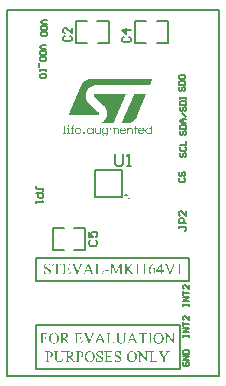
<source format=gto>
*
%LPD*%
%LNMS 2x2D12 Adapter to DIL24_Rev1.0.GTO*%
%FSLAX24Y24*%
%MOIN*%
%AD*%
%ADD10C,0.00787*%
%ADD22C,0.007*%
%ADD23C,0.00669*%
%ADD39C,0.0063*%
%ADD40C,0.007*%
%ADD42R,0.01772X0.01378*%
%ADD45C,0.055*%
%ADD51C,0.02762*%
G54D10*
%SRX1Y1I0.0J0.0*%
G1X3421Y-593D2*
G1X3366Y-593D1*
G1X3421Y-593D1*
G1X2351Y249D2*
G1X2800Y249D1*
G1X3249Y249D1*
G1X2351Y-649D2*
G1X3249Y-649D1*
G1X3249Y249D1*
G1X2351Y-649D2*
G1X2351Y249D1*
G1X952Y-1673D2*
G1X1316Y-1673D1*
G1X1670Y-1673D2*
G1X2034Y-1673D1*
G1X2034Y-2411D2*
G1X2034Y-1673D1*
G1X1670Y-2411D2*
G1X2034Y-2411D1*
G1X952Y-2401D2*
G1X952Y-1673D1*
G1X952Y-2411D2*
G1X1327Y-2411D1*
G1X2433Y5228D2*
G1X2808Y5228D1*
G1X2808Y4490D2*
G1X2808Y5218D1*
G1X1726Y5228D2*
G1X2090Y5228D1*
G1X1726Y4490D2*
G1X1726Y5228D1*
G1X1726Y4490D2*
G1X2090Y4490D1*
G1X2444Y4490D2*
G1X2808Y4490D1*
G1X3694Y4501D2*
G1X4070Y4501D1*
G1X3694Y4511D2*
G1X3694Y5239D1*
G1X4413Y4501D2*
G1X4777Y4501D1*
G1X4777Y4501D2*
G1X4777Y5239D1*
G1X4413Y5239D2*
G1X4777Y5239D1*
G1X3694Y5239D2*
G1X4058Y5239D1*
G1X3028Y777D2*
G1X3028Y449D1*
G1X3094Y384D1*
G1X3225Y384D1*
G1X3290Y449D1*
G1X3290Y777D1*
G1X3421Y384D2*
G1X3553Y384D1*
G1X3487Y384D1*
G1X3487Y777D1*
G1X3421Y712D1*
G1X5207Y3037D2*
G54D22*
G1X5173Y3003D1*
G1X5173Y2937D1*
G1X5207Y2903D1*
G1X5240Y2903D1*
G1X5273Y2937D1*
G1X5273Y3003D1*
G1X5306Y3037D1*
G1X5340Y3037D1*
G1X5373Y3003D1*
G1X5373Y2937D1*
G1X5340Y2903D1*
G1X5173Y3103D2*
G1X5373Y3103D1*
G1X5373Y3203D1*
G1X5340Y3237D1*
G1X5207Y3237D1*
G1X5173Y3203D1*
G1X5173Y3103D1*
G1X5173Y3403D2*
G1X5173Y3337D1*
G1X5207Y3303D1*
G1X5340Y3303D1*
G1X5373Y3337D1*
G1X5373Y3403D1*
G1X5340Y3437D1*
G1X5207Y3437D1*
G1X5173Y3403D1*
G1X5215Y814D2*
G1X5182Y781D1*
G1X5182Y714D1*
G1X5215Y681D1*
G1X5248Y681D1*
G1X5282Y714D1*
G1X5282Y781D1*
G1X5315Y814D1*
G1X5348Y814D1*
G1X5382Y781D1*
G1X5382Y714D1*
G1X5348Y681D1*
G1X5215Y1014D2*
G1X5182Y981D1*
G1X5182Y914D1*
G1X5215Y881D1*
G1X5348Y881D1*
G1X5382Y914D1*
G1X5382Y981D1*
G1X5348Y1014D1*
G1X5182Y1081D2*
G1X5382Y1081D1*
G1X5382Y1214D1*
G1X5326Y-6135D2*
G1X5292Y-6168D1*
G1X5292Y-6235D1*
G1X5326Y-6268D1*
G1X5459Y-6268D1*
G1X5492Y-6235D1*
G1X5492Y-6168D1*
G1X5459Y-6135D1*
G1X5392Y-6135D1*
G1X5392Y-6202D1*
G1X5492Y-6068D2*
G1X5292Y-6068D1*
G1X5492Y-5935D1*
G1X5292Y-5935D1*
G1X5292Y-5868D2*
G1X5492Y-5868D1*
G1X5492Y-5769D1*
G1X5459Y-5735D1*
G1X5326Y-5735D1*
G1X5292Y-5769D1*
G1X5292Y-5868D1*
G1X753Y5269D2*
G1X619Y5269D1*
G1X553Y5202D1*
G1X619Y5136D1*
G1X753Y5136D1*
G1X753Y5069D2*
G1X553Y5069D1*
G1X553Y4969D1*
G1X586Y4936D1*
G1X719Y4936D1*
G1X753Y4969D1*
G1X753Y5069D1*
G1X753Y4869D2*
G1X553Y4869D1*
G1X553Y4769D1*
G1X586Y4736D1*
G1X719Y4736D1*
G1X753Y4769D1*
G1X753Y4869D1*
G1X713Y4422D2*
G1X579Y4422D1*
G1X513Y4355D1*
G1X579Y4288D1*
G1X713Y4288D1*
G1X713Y4222D2*
G1X513Y4222D1*
G1X513Y4122D1*
G1X546Y4088D1*
G1X679Y4088D1*
G1X713Y4122D1*
G1X713Y4222D1*
G1X713Y4022D2*
G1X513Y4022D1*
G1X513Y3922D1*
G1X546Y3888D1*
G1X679Y3888D1*
G1X713Y3922D1*
G1X713Y4022D1*
G1X479Y3822D2*
G1X479Y3689D1*
G1X713Y3622D2*
G1X713Y3555D1*
G1X713Y3589D1*
G1X513Y3589D1*
G1X513Y3622D1*
G1X513Y3555D1*
G1X713Y3355D2*
G1X713Y3422D1*
G1X679Y3455D1*
G1X546Y3455D1*
G1X513Y3422D1*
G1X513Y3355D1*
G1X546Y3322D1*
G1X679Y3322D1*
G1X713Y3355D1*
G1X5304Y-5305D2*
G1X5304Y-5238D1*
G1X5304Y-5271D1*
G1X5504Y-5271D1*
G1X5504Y-5305D1*
G1X5504Y-5238D1*
G1X5504Y-5138D2*
G1X5304Y-5138D1*
G1X5504Y-5005D1*
G1X5304Y-5005D1*
G1X5304Y-4938D2*
G1X5304Y-4805D1*
G1X5304Y-4871D1*
G1X5504Y-4871D1*
G1X5504Y-4605D2*
G1X5504Y-4738D1*
G1X5371Y-4605D1*
G1X5338Y-4605D1*
G1X5304Y-4638D1*
G1X5304Y-4705D1*
G1X5338Y-4738D1*
G1X5288Y-4293D2*
G1X5288Y-4226D1*
G1X5288Y-4259D1*
G1X5488Y-4259D1*
G1X5488Y-4293D1*
G1X5488Y-4226D1*
G1X5488Y-4126D2*
G1X5288Y-4126D1*
G1X5488Y-3993D1*
G1X5288Y-3993D1*
G1X5288Y-3926D2*
G1X5288Y-3793D1*
G1X5288Y-3859D1*
G1X5488Y-3859D1*
G1X5488Y-3593D2*
G1X5488Y-3726D1*
G1X5355Y-3593D1*
G1X5322Y-3593D1*
G1X5288Y-3626D1*
G1X5288Y-3693D1*
G1X5322Y-3726D1*
G1X5205Y-15D2*
G1X5172Y-49D1*
G1X5172Y-115D1*
G1X5205Y-148D1*
G1X5338Y-148D1*
G1X5372Y-115D1*
G1X5372Y-49D1*
G1X5338Y-15D1*
G1X5205Y185D2*
G1X5172Y152D1*
G1X5172Y85D1*
G1X5205Y52D1*
G1X5238Y52D1*
G1X5272Y85D1*
G1X5272Y152D1*
G1X5305Y185D1*
G1X5338Y185D1*
G1X5372Y152D1*
G1X5372Y85D1*
G1X5338Y52D1*
G1X5223Y1557D2*
G1X5189Y1524D1*
G1X5189Y1457D1*
G1X5223Y1424D1*
G1X5256Y1424D1*
G1X5289Y1457D1*
G1X5289Y1524D1*
G1X5323Y1557D1*
G1X5356Y1557D1*
G1X5389Y1524D1*
G1X5389Y1457D1*
G1X5356Y1424D1*
G1X5189Y1624D2*
G1X5389Y1624D1*
G1X5389Y1724D1*
G1X5356Y1757D1*
G1X5223Y1757D1*
G1X5189Y1724D1*
G1X5189Y1624D1*
G1X5389Y1824D2*
G1X5256Y1824D1*
G1X5189Y1890D1*
G1X5256Y1957D1*
G1X5389Y1957D1*
G1X5289Y1957D1*
G1X5289Y1824D1*
G1X5389Y2023D2*
G1X5256Y2157D1*
G1X5223Y2357D2*
G1X5189Y2323D1*
G1X5189Y2257D1*
G1X5223Y2223D1*
G1X5256Y2223D1*
G1X5289Y2257D1*
G1X5289Y2323D1*
G1X5323Y2357D1*
G1X5356Y2357D1*
G1X5389Y2323D1*
G1X5389Y2257D1*
G1X5356Y2223D1*
G1X5189Y2423D2*
G1X5389Y2423D1*
G1X5389Y2523D1*
G1X5356Y2557D1*
G1X5223Y2557D1*
G1X5189Y2523D1*
G1X5189Y2423D1*
G1X5189Y2623D2*
G1X5189Y2690D1*
G1X5189Y2657D1*
G1X5389Y2657D1*
G1X5389Y2623D1*
G1X5389Y2690D1*
G1X2192Y-2081D2*
G54D23*
G1X2146Y-2127D1*
G1X2146Y-2219D1*
G1X2192Y-2265D1*
G1X2376Y-2265D1*
G1X2422Y-2219D1*
G1X2422Y-2127D1*
G1X2376Y-2081D1*
G1X2146Y-1806D2*
G1X2146Y-1989D1*
G1X2284Y-1989D1*
G1X2238Y-1898D1*
G1X2238Y-1852D1*
G1X2284Y-1806D1*
G1X2376Y-1806D1*
G1X2422Y-1852D1*
G1X2422Y-1944D1*
G1X2376Y-1989D1*
G1X3315Y4704D2*
G1X3269Y4658D1*
G1X3269Y4566D1*
G1X3315Y4520D1*
G1X3499Y4520D1*
G1X3545Y4566D1*
G1X3545Y4658D1*
G1X3499Y4704D1*
G1X3545Y4933D2*
G1X3269Y4933D1*
G1X3407Y4796D1*
G1X3407Y4979D1*
G1X1351Y4728D2*
G1X1305Y4682D1*
G1X1305Y4590D1*
G1X1351Y4544D1*
G1X1534Y4544D1*
G1X1580Y4590D1*
G1X1580Y4682D1*
G1X1534Y4728D1*
G1X1580Y5003D2*
G1X1580Y4819D1*
G1X1397Y5003D1*
G1X1351Y5003D1*
G1X1305Y4957D1*
G1X1305Y4865D1*
G1X1351Y4819D1*
G1X639Y-433D2*
G54D40*
G1X639Y-350D1*
G1X639Y-391D1*
G1X431Y-391D1*
G1X389Y-350D1*
G1X389Y-308D1*
G1X431Y-267D1*
G1X389Y-516D2*
G1X639Y-516D1*
G1X639Y-641D1*
G1X597Y-683D1*
G1X514Y-683D1*
G1X472Y-641D1*
G1X472Y-516D1*
G1X389Y-766D2*
G1X389Y-850D1*
G1X389Y-808D1*
G1X639Y-808D1*
G1X597Y-766D1*
G1X5158Y-1606D2*
G1X5158Y-1690D1*
G1X5158Y-1648D1*
G1X5366Y-1648D1*
G1X5407Y-1690D1*
G1X5407Y-1731D1*
G1X5366Y-1773D1*
G1X5407Y-1523D2*
G1X5158Y-1523D1*
G1X5158Y-1398D1*
G1X5199Y-1356D1*
G1X5283Y-1356D1*
G1X5324Y-1398D1*
G1X5324Y-1523D1*
G1X5407Y-1106D2*
G1X5407Y-1273D1*
G1X5241Y-1106D1*
G1X5199Y-1106D1*
G1X5158Y-1148D1*
G1X5158Y-1231D1*
G1X5199Y-1273D1*
G54D45*
G36*
G1X1357Y1483D2*
G1X1389Y1483D1*
G1X1389Y1457D1*
G1X1293Y1457D1*
G1X1293Y1483D1*
G1X1329Y1483D1*
G1X1329Y1711D1*
G1X1295Y1711D1*
G1X1295Y1738D1*
G1X1357Y1738D1*
G1X1357Y1483D1*
G37*
G36*
G1X1486Y1483D2*
G1X1519Y1483D1*
G1X1519Y1457D1*
G1X1425Y1457D1*
G1X1425Y1483D1*
G1X1459Y1483D1*
G1X1459Y1639D1*
G1X1425Y1639D1*
G1X1425Y1665D1*
G1X1486Y1665D1*
G1X1486Y1483D1*
G37*
G36*
G1X1651Y1742D2*
G1X1651Y1717D1*
G1X1650Y1716D1*
G1X1648Y1716D1*
G1X1646Y1716D1*
G1X1644Y1716D1*
G1X1644Y1715D1*
G1X1642Y1715D1*
G1X1640Y1715D1*
G1X1639Y1715D1*
G1X1638Y1714D1*
G1X1637Y1714D1*
G1X1636Y1714D1*
G1X1635Y1713D1*
G1X1634Y1713D1*
G1X1633Y1713D1*
G1X1631Y1712D1*
G1X1630Y1711D1*
G1X1629Y1711D1*
G1X1628Y1711D1*
G1X1627Y1710D1*
G1X1627Y1709D1*
G1X1626Y1709D1*
G1X1625Y1709D1*
G1X1625Y1708D1*
G1X1624Y1707D1*
G1X1623Y1707D1*
G1X1622Y1706D1*
G1X1621Y1705D1*
G1X1620Y1704D1*
G1X1618Y1703D1*
G1X1618Y1702D1*
G1X1617Y1701D1*
G1X1616Y1700D1*
G1X1616Y1699D1*
G1X1615Y1698D1*
G1X1614Y1697D1*
G1X1614Y1696D1*
G1X1613Y1694D1*
G1X1612Y1693D1*
G1X1612Y1692D1*
G1X1612Y1691D1*
G1X1612Y1690D1*
G1X1611Y1688D1*
G1X1611Y1687D1*
G1X1611Y1686D1*
G1X1610Y1685D1*
G1X1610Y1683D1*
G1X1610Y1682D1*
G1X1610Y1681D1*
G1X1610Y1679D1*
G1X1610Y1678D1*
G1X1610Y1677D1*
G1X1610Y1675D1*
G1X1610Y1674D1*
G1X1610Y1673D1*
G1X1610Y1671D1*
G1X1610Y1669D1*
G1X1610Y1665D1*
G1X1644Y1665D1*
G1X1644Y1638D1*
G1X1610Y1638D1*
G1X1610Y1483D1*
G1X1644Y1483D1*
G1X1644Y1457D1*
G1X1548Y1457D1*
G1X1548Y1483D1*
G1X1582Y1483D1*
G1X1582Y1638D1*
G1X1548Y1638D1*
G1X1548Y1665D1*
G1X1582Y1665D1*
G1X1582Y1666D1*
G1X1582Y1669D1*
G1X1582Y1671D1*
G1X1582Y1673D1*
G1X1582Y1675D1*
G1X1582Y1677D1*
G1X1582Y1679D1*
G1X1582Y1681D1*
G1X1582Y1683D1*
G1X1582Y1686D1*
G1X1582Y1688D1*
G1X1583Y1689D1*
G1X1583Y1691D1*
G1X1584Y1693D1*
G1X1584Y1695D1*
G1X1584Y1697D1*
G1X1585Y1698D1*
G1X1586Y1700D1*
G1X1586Y1703D1*
G1X1586Y1704D1*
G1X1587Y1706D1*
G1X1589Y1708D1*
G1X1589Y1709D1*
G1X1590Y1711D1*
G1X1591Y1713D1*
G1X1593Y1715D1*
G1X1593Y1716D1*
G1X1595Y1718D1*
G1X1596Y1720D1*
G1X1598Y1721D1*
G1X1599Y1723D1*
G1X1601Y1724D1*
G1X1602Y1726D1*
G1X1604Y1726D1*
G1X1605Y1727D1*
G1X1606Y1728D1*
G1X1607Y1729D1*
G1X1608Y1730D1*
G1X1610Y1730D1*
G1X1611Y1732D1*
G1X1612Y1732D1*
G1X1614Y1733D1*
G1X1615Y1734D1*
G1X1616Y1735D1*
G1X1618Y1735D1*
G1X1619Y1736D1*
G1X1621Y1736D1*
G1X1622Y1737D1*
G1X1624Y1737D1*
G1X1625Y1738D1*
G1X1627Y1738D1*
G1X1629Y1739D1*
G1X1630Y1739D1*
G1X1632Y1739D1*
G1X1633Y1740D1*
G1X1635Y1740D1*
G1X1638Y1741D1*
G1X1640Y1741D1*
G1X1641Y1741D1*
G1X1643Y1741D1*
G1X1645Y1741D1*
G1X1647Y1741D1*
G1X1649Y1741D1*
G1X1651Y1742D1*
G37*
G36*
G1X1894Y1549D2*
G1X1710Y1549D1*
G1X1711Y1545D1*
G1X1712Y1541D1*
G1X1712Y1537D1*
G1X1713Y1534D1*
G1X1714Y1530D1*
G1X1716Y1527D1*
G1X1717Y1524D1*
G1X1718Y1520D1*
G1X1721Y1517D1*
G1X1723Y1513D1*
G1X1725Y1511D1*
G1X1727Y1508D1*
G1X1729Y1505D1*
G1X1731Y1502D1*
G1X1733Y1500D1*
G1X1736Y1497D1*
G1X1740Y1495D1*
G1X1742Y1492D1*
G1X1745Y1490D1*
G1X1748Y1489D1*
G1X1752Y1487D1*
G1X1755Y1485D1*
G1X1758Y1483D1*
G1X1761Y1482D1*
G1X1765Y1481D1*
G1X1769Y1480D1*
G1X1772Y1479D1*
G1X1776Y1479D1*
G1X1780Y1478D1*
G1X1784Y1478D1*
G1X1788Y1478D1*
G1X1791Y1478D1*
G1X1793Y1478D1*
G1X1796Y1478D1*
G1X1799Y1479D1*
G1X1802Y1479D1*
G1X1804Y1479D1*
G1X1807Y1480D1*
G1X1810Y1481D1*
G1X1812Y1481D1*
G1X1814Y1482D1*
G1X1817Y1483D1*
G1X1820Y1484D1*
G1X1822Y1485D1*
G1X1825Y1486D1*
G1X1827Y1488D1*
G1X1829Y1488D1*
G1X1831Y1490D1*
G1X1833Y1491D1*
G1X1836Y1493D1*
G1X1838Y1494D1*
G1X1840Y1496D1*
G1X1842Y1498D1*
G1X1843Y1499D1*
G1X1845Y1501D1*
G1X1847Y1503D1*
G1X1848Y1505D1*
G1X1850Y1507D1*
G1X1852Y1509D1*
G1X1853Y1511D1*
G1X1855Y1514D1*
G1X1856Y1516D1*
G1X1857Y1517D1*
G1X1887Y1517D1*
G1X1886Y1515D1*
G1X1884Y1511D1*
G1X1882Y1507D1*
G1X1880Y1504D1*
G1X1878Y1500D1*
G1X1876Y1498D1*
G1X1874Y1494D1*
G1X1871Y1491D1*
G1X1869Y1488D1*
G1X1866Y1485D1*
G1X1863Y1483D1*
G1X1861Y1480D1*
G1X1857Y1477D1*
G1X1855Y1475D1*
G1X1851Y1473D1*
G1X1848Y1471D1*
G1X1845Y1468D1*
G1X1842Y1466D1*
G1X1838Y1464D1*
G1X1835Y1462D1*
G1X1831Y1461D1*
G1X1827Y1460D1*
G1X1824Y1458D1*
G1X1820Y1457D1*
G1X1816Y1456D1*
G1X1812Y1455D1*
G1X1808Y1454D1*
G1X1805Y1453D1*
G1X1801Y1453D1*
G1X1797Y1452D1*
G1X1793Y1452D1*
G1X1789Y1452D1*
G1X1783Y1452D1*
G1X1778Y1453D1*
G1X1772Y1453D1*
G1X1767Y1454D1*
G1X1761Y1456D1*
G1X1756Y1457D1*
G1X1751Y1459D1*
G1X1746Y1461D1*
G1X1741Y1463D1*
G1X1736Y1466D1*
G1X1732Y1468D1*
G1X1727Y1471D1*
G1X1723Y1475D1*
G1X1719Y1478D1*
G1X1715Y1481D1*
G1X1712Y1485D1*
G1X1708Y1489D1*
G1X1705Y1493D1*
G1X1701Y1497D1*
G1X1699Y1501D1*
G1X1696Y1506D1*
G1X1693Y1511D1*
G1X1691Y1515D1*
G1X1689Y1520D1*
G1X1687Y1525D1*
G1X1686Y1530D1*
G1X1684Y1536D1*
G1X1683Y1541D1*
G1X1682Y1547D1*
G1X1682Y1552D1*
G1X1682Y1558D1*
G1X1682Y1563D1*
G1X1682Y1568D1*
G1X1683Y1575D1*
G1X1684Y1580D1*
G1X1686Y1585D1*
G1X1687Y1590D1*
G1X1689Y1596D1*
G1X1691Y1600D1*
G1X1693Y1605D1*
G1X1695Y1610D1*
G1X1698Y1615D1*
G1X1701Y1620D1*
G1X1704Y1624D1*
G1X1708Y1628D1*
G1X1711Y1632D1*
G1X1714Y1635D1*
G1X1718Y1639D1*
G1X1723Y1643D1*
G1X1727Y1645D1*
G1X1731Y1649D1*
G1X1735Y1651D1*
G1X1740Y1654D1*
G1X1745Y1656D1*
G1X1750Y1658D1*
G1X1755Y1660D1*
G1X1760Y1662D1*
G1X1765Y1663D1*
G1X1771Y1664D1*
G1X1776Y1664D1*
G1X1782Y1665D1*
G1X1787Y1665D1*
G1X1793Y1665D1*
G1X1799Y1664D1*
G1X1804Y1664D1*
G1X1810Y1663D1*
G1X1815Y1662D1*
G1X1821Y1660D1*
G1X1825Y1658D1*
G1X1830Y1656D1*
G1X1836Y1654D1*
G1X1840Y1651D1*
G1X1844Y1649D1*
G1X1849Y1646D1*
G1X1853Y1643D1*
G1X1857Y1639D1*
G1X1861Y1636D1*
G1X1865Y1632D1*
G1X1869Y1628D1*
G1X1872Y1624D1*
G1X1875Y1620D1*
G1X1878Y1615D1*
G1X1880Y1611D1*
G1X1883Y1606D1*
G1X1885Y1601D1*
G1X1887Y1596D1*
G1X1889Y1591D1*
G1X1891Y1585D1*
G1X1892Y1581D1*
G1X1893Y1575D1*
G1X1894Y1569D1*
G1X1894Y1564D1*
G1X1894Y1558D1*
G1X1894Y1549D1*
G37*
G36*
G1X2474Y2193D2*
G1X2478Y2188D1*
G1X2482Y2183D1*
G1X2486Y2178D1*
G1X2488Y2173D1*
G1X2490Y2168D1*
G1X2492Y2163D1*
G1X2494Y2158D1*
G1X2494Y2154D1*
G1X2495Y2148D1*
G1X2496Y2143D1*
G1X2495Y2139D1*
G1X2494Y2135D1*
G1X2494Y2130D1*
G1X2492Y2126D1*
G1X2490Y2122D1*
G1X2488Y2118D1*
G1X2486Y2113D1*
G1X2484Y2110D1*
G1X2480Y2106D1*
G1X2477Y2103D1*
G1X2473Y2100D1*
G1X2469Y2097D1*
G1X2465Y2095D1*
G1X2460Y2092D1*
G1X2456Y2091D1*
G1X2450Y2089D1*
G1X2445Y2088D1*
G1X2439Y2087D1*
G1X2433Y2086D1*
G1X2427Y2086D1*
G1X1520Y2086D1*
G1X1519Y2086D1*
G1X1518Y2086D1*
G1X1517Y2086D1*
G1X1516Y2086D1*
G1X1515Y2087D1*
G1X1514Y2087D1*
G1X1513Y2088D1*
G1X1512Y2088D1*
G1X1511Y2088D1*
G1X1510Y2089D1*
G1X1509Y2090D1*
G1X1508Y2090D1*
G1X1507Y2091D1*
G1X1506Y2092D1*
G1X1505Y2092D1*
G1X1505Y2093D1*
G1X1504Y2094D1*
G1X1503Y2095D1*
G1X1502Y2096D1*
G1X1502Y2098D1*
G1X1501Y2098D1*
G1X1501Y2100D1*
G1X1500Y2101D1*
G1X1500Y2103D1*
G1X1500Y2105D1*
G1X1500Y2106D1*
G1X1500Y2107D1*
G1X1500Y2108D1*
G1X1500Y2109D1*
G1X1500Y2110D1*
G1X1500Y2111D1*
G1X1500Y2112D1*
G1X1500Y2113D1*
G1X1500Y2114D1*
G1X1501Y2114D1*
G1X1501Y2115D1*
G1X1898Y3070D1*
G1X1903Y3082D1*
G1X1909Y3095D1*
G1X1916Y3107D1*
G1X1923Y3118D1*
G1X1930Y3129D1*
G1X1939Y3141D1*
G1X1947Y3152D1*
G1X1956Y3162D1*
G1X1964Y3172D1*
G1X1974Y3182D1*
G1X1984Y3191D1*
G1X1994Y3200D1*
G1X2005Y3209D1*
G1X2015Y3218D1*
G1X2026Y3225D1*
G1X2038Y3233D1*
G1X2050Y3240D1*
G1X2061Y3247D1*
G1X2073Y3253D1*
G1X2086Y3259D1*
G1X2099Y3264D1*
G1X2112Y3269D1*
G1X2125Y3274D1*
G1X2139Y3278D1*
G1X2152Y3281D1*
G1X2166Y3284D1*
G1X2180Y3286D1*
G1X2194Y3289D1*
G1X2209Y3290D1*
G1X2223Y3291D1*
G1X2238Y3291D1*
G1X4247Y3291D1*
G1X4249Y3291D1*
G1X4250Y3291D1*
G1X4251Y3291D1*
G1X4252Y3291D1*
G1X4253Y3291D1*
G1X4254Y3290D1*
G1X4255Y3290D1*
G1X4256Y3289D1*
G1X4257Y3289D1*
G1X4257Y3288D1*
G1X4258Y3288D1*
G1X4259Y3287D1*
G1X4260Y3286D1*
G1X4261Y3286D1*
G1X4261Y3285D1*
G1X4262Y3284D1*
G1X4263Y3283D1*
G1X4264Y3282D1*
G1X4265Y3281D1*
G1X4265Y3280D1*
G1X4266Y3279D1*
G1X4266Y3278D1*
G1X4266Y3277D1*
G1X4267Y3276D1*
G1X4267Y3275D1*
G1X4267Y3274D1*
G1X4267Y3273D1*
G1X4268Y3271D1*
G1X4268Y3270D1*
G1X4268Y3269D1*
G1X4267Y3269D1*
G1X4267Y3268D1*
G1X4267Y3267D1*
G1X4267Y3266D1*
G1X4267Y3265D1*
G1X4266Y3265D1*
G1X4266Y3264D1*
G1X4266Y3263D1*
G1X4195Y3093D1*
G1X4195Y3092D1*
G1X4195Y3091D1*
G1X4194Y3090D1*
G1X4194Y3089D1*
G1X4193Y3088D1*
G1X4192Y3087D1*
G1X4192Y3086D1*
G1X4191Y3086D1*
G1X4191Y3085D1*
G1X4190Y3084D1*
G1X4189Y3084D1*
G1X4188Y3083D1*
G1X4187Y3082D1*
G1X4186Y3082D1*
G1X4185Y3082D1*
G1X4185Y3081D1*
G1X4184Y3081D1*
G1X4183Y3080D1*
G1X4182Y3080D1*
G1X4181Y3080D1*
G1X4180Y3080D1*
G1X4179Y3079D1*
G1X4178Y3079D1*
G1X4177Y3079D1*
G1X4176Y3079D1*
G1X2400Y3079D1*
G1X2366Y3078D1*
G1X2333Y3074D1*
G1X2303Y3068D1*
G1X2274Y3061D1*
G1X2247Y3050D1*
G1X2221Y3039D1*
G1X2198Y3025D1*
G1X2175Y3010D1*
G1X2156Y2994D1*
G1X2137Y2976D1*
G1X2120Y2956D1*
G1X2105Y2936D1*
G1X2092Y2915D1*
G1X2081Y2893D1*
G1X2071Y2870D1*
G1X2062Y2847D1*
G1X2056Y2823D1*
G1X2051Y2799D1*
G1X2048Y2774D1*
G1X2047Y2750D1*
G1X2047Y2725D1*
G1X2048Y2701D1*
G1X2052Y2677D1*
G1X2057Y2653D1*
G1X2063Y2630D1*
G1X2071Y2607D1*
G1X2081Y2586D1*
G1X2093Y2565D1*
G1X2106Y2546D1*
G1X2120Y2526D1*
G1X2137Y2509D1*
G1X2470Y2198D1*
G1X2474Y2193D1*
G37*
G36*
G1X2278Y1665D2*
G1X2308Y1665D1*
G1X2308Y1457D1*
G1X2278Y1457D1*
G1X2278Y1491D1*
G1X2276Y1488D1*
G1X2274Y1484D1*
G1X2271Y1481D1*
G1X2268Y1479D1*
G1X2266Y1476D1*
G1X2263Y1474D1*
G1X2260Y1471D1*
G1X2257Y1469D1*
G1X2254Y1468D1*
G1X2251Y1466D1*
G1X2249Y1464D1*
G1X2246Y1462D1*
G1X2242Y1461D1*
G1X2240Y1460D1*
G1X2237Y1459D1*
G1X2234Y1458D1*
G1X2231Y1457D1*
G1X2228Y1456D1*
G1X2225Y1456D1*
G1X2223Y1455D1*
G1X2221Y1454D1*
G1X2218Y1453D1*
G1X2215Y1453D1*
G1X2213Y1453D1*
G1X2210Y1453D1*
G1X2208Y1452D1*
G1X2206Y1452D1*
G1X2204Y1452D1*
G1X2202Y1452D1*
G1X2201Y1452D1*
G1X2199Y1452D1*
G1X2193Y1452D1*
G1X2187Y1453D1*
G1X2181Y1453D1*
G1X2176Y1454D1*
G1X2170Y1456D1*
G1X2164Y1457D1*
G1X2159Y1459D1*
G1X2154Y1461D1*
G1X2149Y1463D1*
G1X2144Y1466D1*
G1X2139Y1468D1*
G1X2134Y1472D1*
G1X2130Y1475D1*
G1X2125Y1478D1*
G1X2121Y1482D1*
G1X2118Y1485D1*
G1X2114Y1490D1*
G1X2110Y1494D1*
G1X2107Y1498D1*
G1X2104Y1502D1*
G1X2102Y1507D1*
G1X2099Y1512D1*
G1X2096Y1517D1*
G1X2094Y1522D1*
G1X2093Y1528D1*
G1X2091Y1533D1*
G1X2089Y1539D1*
G1X2089Y1544D1*
G1X2088Y1550D1*
G1X2087Y1556D1*
G1X2087Y1562D1*
G1X2087Y1567D1*
G1X2088Y1572D1*
G1X2089Y1577D1*
G1X2089Y1582D1*
G1X2091Y1588D1*
G1X2092Y1592D1*
G1X2093Y1598D1*
G1X2095Y1603D1*
G1X2097Y1607D1*
G1X2100Y1612D1*
G1X2102Y1617D1*
G1X2105Y1622D1*
G1X2108Y1626D1*
G1X2112Y1630D1*
G1X2115Y1634D1*
G1X2119Y1638D1*
G1X2123Y1642D1*
G1X2127Y1645D1*
G1X2131Y1649D1*
G1X2136Y1652D1*
G1X2140Y1656D1*
G1X2146Y1658D1*
G1X2151Y1660D1*
G1X2156Y1663D1*
G1X2161Y1665D1*
G1X2168Y1666D1*
G1X2174Y1668D1*
G1X2180Y1669D1*
G1X2186Y1670D1*
G1X2193Y1671D1*
G1X2199Y1671D1*
G1X2201Y1671D1*
G1X2202Y1671D1*
G1X2204Y1671D1*
G1X2206Y1671D1*
G1X2208Y1670D1*
G1X2210Y1670D1*
G1X2213Y1670D1*
G1X2215Y1669D1*
G1X2218Y1669D1*
G1X2221Y1669D1*
G1X2223Y1668D1*
G1X2226Y1667D1*
G1X2229Y1666D1*
G1X2232Y1666D1*
G1X2234Y1665D1*
G1X2237Y1664D1*
G1X2240Y1662D1*
G1X2243Y1661D1*
G1X2246Y1660D1*
G1X2249Y1658D1*
G1X2251Y1657D1*
G1X2255Y1655D1*
G1X2257Y1653D1*
G1X2260Y1651D1*
G1X2263Y1649D1*
G1X2266Y1646D1*
G1X2268Y1644D1*
G1X2271Y1641D1*
G1X2274Y1638D1*
G1X2276Y1635D1*
G1X2278Y1632D1*
G1X2278Y1665D1*
G37*
G36*
G1X2519Y1665D2*
G1X2548Y1665D1*
G1X2548Y1457D1*
G1X2520Y1457D1*
G1X2520Y1485D1*
G1X2519Y1484D1*
G1X2519Y1483D1*
G1X2518Y1482D1*
G1X2517Y1481D1*
G1X2516Y1479D1*
G1X2515Y1478D1*
G1X2514Y1477D1*
G1X2513Y1475D1*
G1X2511Y1474D1*
G1X2510Y1473D1*
G1X2508Y1471D1*
G1X2507Y1470D1*
G1X2505Y1468D1*
G1X2504Y1466D1*
G1X2502Y1465D1*
G1X2500Y1464D1*
G1X2498Y1462D1*
G1X2495Y1461D1*
G1X2493Y1460D1*
G1X2490Y1459D1*
G1X2488Y1458D1*
G1X2485Y1457D1*
G1X2482Y1456D1*
G1X2479Y1455D1*
G1X2476Y1454D1*
G1X2473Y1453D1*
G1X2470Y1453D1*
G1X2466Y1452D1*
G1X2463Y1452D1*
G1X2459Y1451D1*
G1X2455Y1451D1*
G1X2451Y1451D1*
G1X2447Y1451D1*
G1X2444Y1452D1*
G1X2440Y1452D1*
G1X2437Y1453D1*
G1X2434Y1453D1*
G1X2430Y1454D1*
G1X2427Y1455D1*
G1X2424Y1456D1*
G1X2421Y1457D1*
G1X2419Y1458D1*
G1X2416Y1459D1*
G1X2413Y1460D1*
G1X2411Y1461D1*
G1X2408Y1462D1*
G1X2406Y1464D1*
G1X2404Y1464D1*
G1X2402Y1466D1*
G1X2400Y1467D1*
G1X2398Y1468D1*
G1X2396Y1470D1*
G1X2395Y1471D1*
G1X2393Y1473D1*
G1X2391Y1474D1*
G1X2390Y1475D1*
G1X2389Y1477D1*
G1X2387Y1478D1*
G1X2386Y1479D1*
G1X2385Y1481D1*
G1X2384Y1482D1*
G1X2383Y1483D1*
G1X2382Y1484D1*
G1X2381Y1486D1*
G1X2380Y1488D1*
G1X2378Y1489D1*
G1X2378Y1491D1*
G1X2376Y1492D1*
G1X2376Y1494D1*
G1X2375Y1496D1*
G1X2374Y1498D1*
G1X2373Y1500D1*
G1X2372Y1502D1*
G1X2372Y1504D1*
G1X2371Y1506D1*
G1X2370Y1508D1*
G1X2370Y1510D1*
G1X2369Y1512D1*
G1X2368Y1514D1*
G1X2368Y1517D1*
G1X2368Y1519D1*
G1X2367Y1522D1*
G1X2367Y1524D1*
G1X2366Y1526D1*
G1X2366Y1528D1*
G1X2366Y1531D1*
G1X2366Y1534D1*
G1X2366Y1537D1*
G1X2365Y1539D1*
G1X2365Y1542D1*
G1X2365Y1545D1*
G1X2365Y1547D1*
G1X2365Y1550D1*
G1X2365Y1665D1*
G1X2394Y1665D1*
G1X2394Y1550D1*
G1X2394Y1548D1*
G1X2394Y1546D1*
G1X2394Y1544D1*
G1X2394Y1541D1*
G1X2395Y1539D1*
G1X2395Y1537D1*
G1X2395Y1535D1*
G1X2395Y1533D1*
G1X2395Y1531D1*
G1X2395Y1529D1*
G1X2396Y1528D1*
G1X2396Y1526D1*
G1X2397Y1524D1*
G1X2397Y1522D1*
G1X2398Y1520D1*
G1X2398Y1519D1*
G1X2398Y1517D1*
G1X2399Y1515D1*
G1X2400Y1513D1*
G1X2400Y1512D1*
G1X2401Y1511D1*
G1X2402Y1509D1*
G1X2402Y1508D1*
G1X2403Y1506D1*
G1X2404Y1505D1*
G1X2404Y1503D1*
G1X2405Y1502D1*
G1X2406Y1501D1*
G1X2406Y1500D1*
G1X2408Y1498D1*
G1X2408Y1497D1*
G1X2410Y1496D1*
G1X2410Y1495D1*
G1X2412Y1494D1*
G1X2413Y1493D1*
G1X2414Y1492D1*
G1X2415Y1491D1*
G1X2417Y1490D1*
G1X2418Y1489D1*
G1X2419Y1488D1*
G1X2421Y1487D1*
G1X2422Y1486D1*
G1X2423Y1485D1*
G1X2425Y1485D1*
G1X2426Y1484D1*
G1X2427Y1483D1*
G1X2430Y1483D1*
G1X2431Y1482D1*
G1X2432Y1481D1*
G1X2434Y1481D1*
G1X2436Y1481D1*
G1X2437Y1480D1*
G1X2439Y1480D1*
G1X2440Y1479D1*
G1X2442Y1479D1*
G1X2444Y1479D1*
G1X2446Y1479D1*
G1X2448Y1479D1*
G1X2449Y1479D1*
G1X2451Y1478D1*
G1X2453Y1478D1*
G1X2455Y1478D1*
G1X2457Y1478D1*
G1X2458Y1478D1*
G1X2460Y1479D1*
G1X2461Y1479D1*
G1X2464Y1479D1*
G1X2465Y1479D1*
G1X2466Y1479D1*
G1X2468Y1479D1*
G1X2470Y1479D1*
G1X2471Y1480D1*
G1X2472Y1480D1*
G1X2474Y1481D1*
G1X2475Y1481D1*
G1X2476Y1481D1*
G1X2478Y1482D1*
G1X2480Y1483D1*
G1X2481Y1483D1*
G1X2482Y1483D1*
G1X2483Y1484D1*
G1X2485Y1485D1*
G1X2486Y1485D1*
G1X2487Y1486D1*
G1X2489Y1487D1*
G1X2489Y1488D1*
G1X2491Y1489D1*
G1X2492Y1490D1*
G1X2493Y1490D1*
G1X2494Y1492D1*
G1X2496Y1492D1*
G1X2496Y1494D1*
G1X2498Y1494D1*
G1X2498Y1496D1*
G1X2500Y1496D1*
G1X2501Y1498D1*
G1X2502Y1499D1*
G1X2503Y1500D1*
G1X2504Y1501D1*
G1X2505Y1502D1*
G1X2506Y1504D1*
G1X2506Y1505D1*
G1X2508Y1507D1*
G1X2508Y1508D1*
G1X2509Y1509D1*
G1X2510Y1511D1*
G1X2511Y1513D1*
G1X2512Y1514D1*
G1X2513Y1516D1*
G1X2513Y1518D1*
G1X2514Y1519D1*
G1X2515Y1522D1*
G1X2515Y1524D1*
G1X2516Y1526D1*
G1X2516Y1528D1*
G1X2517Y1531D1*
G1X2517Y1534D1*
G1X2517Y1536D1*
G1X2518Y1539D1*
G1X2518Y1542D1*
G1X2518Y1545D1*
G1X2519Y1548D1*
G1X2519Y1551D1*
G1X2519Y1555D1*
G1X2519Y1665D1*
G37*
G36*
G1X2768Y1665D2*
G1X2798Y1665D1*
G1X2798Y1491D1*
G1X2798Y1488D1*
G1X2798Y1486D1*
G1X2798Y1484D1*
G1X2798Y1481D1*
G1X2798Y1479D1*
G1X2798Y1477D1*
G1X2798Y1475D1*
G1X2797Y1473D1*
G1X2797Y1470D1*
G1X2797Y1468D1*
G1X2797Y1465D1*
G1X2796Y1462D1*
G1X2796Y1460D1*
G1X2796Y1458D1*
G1X2796Y1455D1*
G1X2795Y1453D1*
G1X2794Y1450D1*
G1X2794Y1447D1*
G1X2793Y1445D1*
G1X2792Y1443D1*
G1X2791Y1440D1*
G1X2791Y1437D1*
G1X2789Y1434D1*
G1X2789Y1432D1*
G1X2787Y1430D1*
G1X2786Y1427D1*
G1X2785Y1425D1*
G1X2783Y1422D1*
G1X2782Y1419D1*
G1X2780Y1417D1*
G1X2779Y1415D1*
G1X2776Y1411D1*
G1X2773Y1408D1*
G1X2770Y1405D1*
G1X2767Y1402D1*
G1X2764Y1399D1*
G1X2761Y1397D1*
G1X2757Y1394D1*
G1X2754Y1392D1*
G1X2751Y1390D1*
G1X2747Y1389D1*
G1X2744Y1387D1*
G1X2740Y1385D1*
G1X2737Y1384D1*
G1X2734Y1383D1*
G1X2731Y1382D1*
G1X2728Y1381D1*
G1X2724Y1380D1*
G1X2721Y1379D1*
G1X2718Y1379D1*
G1X2715Y1378D1*
G1X2713Y1377D1*
G1X2711Y1377D1*
G1X2708Y1377D1*
G1X2706Y1377D1*
G1X2704Y1377D1*
G1X2702Y1377D1*
G1X2700Y1376D1*
G1X2698Y1376D1*
G1X2696Y1376D1*
G1X2693Y1376D1*
G1X2691Y1376D1*
G1X2689Y1377D1*
G1X2686Y1377D1*
G1X2683Y1377D1*
G1X2680Y1377D1*
G1X2676Y1377D1*
G1X2672Y1378D1*
G1X2669Y1379D1*
G1X2665Y1380D1*
G1X2662Y1381D1*
G1X2657Y1382D1*
G1X2653Y1383D1*
G1X2649Y1385D1*
G1X2645Y1387D1*
G1X2640Y1389D1*
G1X2636Y1391D1*
G1X2632Y1394D1*
G1X2628Y1396D1*
G1X2624Y1399D1*
G1X2620Y1402D1*
G1X2617Y1406D1*
G1X2613Y1410D1*
G1X2609Y1414D1*
G1X2606Y1418D1*
G1X2602Y1423D1*
G1X2599Y1428D1*
G1X2596Y1434D1*
G1X2593Y1440D1*
G1X2591Y1446D1*
G1X2589Y1453D1*
G1X2589Y1455D1*
G1X2619Y1455D1*
G1X2620Y1453D1*
G1X2620Y1452D1*
G1X2621Y1451D1*
G1X2622Y1449D1*
G1X2623Y1447D1*
G1X2624Y1445D1*
G1X2625Y1443D1*
G1X2626Y1441D1*
G1X2628Y1439D1*
G1X2629Y1436D1*
G1X2630Y1434D1*
G1X2632Y1432D1*
G1X2634Y1430D1*
G1X2636Y1428D1*
G1X2638Y1426D1*
G1X2640Y1424D1*
G1X2642Y1422D1*
G1X2645Y1419D1*
G1X2647Y1417D1*
G1X2650Y1415D1*
G1X2653Y1414D1*
G1X2656Y1412D1*
G1X2659Y1411D1*
G1X2662Y1409D1*
G1X2666Y1408D1*
G1X2670Y1407D1*
G1X2674Y1405D1*
G1X2677Y1405D1*
G1X2682Y1404D1*
G1X2686Y1403D1*
G1X2691Y1403D1*
G1X2696Y1402D1*
G1X2698Y1403D1*
G1X2702Y1403D1*
G1X2705Y1403D1*
G1X2708Y1404D1*
G1X2712Y1405D1*
G1X2715Y1405D1*
G1X2719Y1406D1*
G1X2721Y1407D1*
G1X2725Y1408D1*
G1X2728Y1409D1*
G1X2731Y1411D1*
G1X2734Y1413D1*
G1X2737Y1414D1*
G1X2740Y1416D1*
G1X2743Y1418D1*
G1X2746Y1421D1*
G1X2749Y1423D1*
G1X2751Y1426D1*
G1X2753Y1428D1*
G1X2755Y1432D1*
G1X2757Y1435D1*
G1X2760Y1439D1*
G1X2761Y1442D1*
G1X2763Y1445D1*
G1X2764Y1449D1*
G1X2766Y1453D1*
G1X2766Y1458D1*
G1X2767Y1463D1*
G1X2768Y1468D1*
G1X2768Y1473D1*
G1X2768Y1478D1*
G1X2768Y1492D1*
G1X2766Y1489D1*
G1X2765Y1486D1*
G1X2763Y1483D1*
G1X2761Y1481D1*
G1X2759Y1479D1*
G1X2757Y1477D1*
G1X2754Y1475D1*
G1X2752Y1473D1*
G1X2749Y1471D1*
G1X2747Y1469D1*
G1X2745Y1467D1*
G1X2742Y1466D1*
G1X2739Y1464D1*
G1X2736Y1463D1*
G1X2734Y1462D1*
G1X2731Y1460D1*
G1X2728Y1459D1*
G1X2725Y1458D1*
G1X2723Y1457D1*
G1X2719Y1456D1*
G1X2717Y1456D1*
G1X2714Y1455D1*
G1X2711Y1454D1*
G1X2708Y1453D1*
G1X2706Y1453D1*
G1X2703Y1453D1*
G1X2700Y1453D1*
G1X2698Y1452D1*
G1X2695Y1452D1*
G1X2692Y1452D1*
G1X2689Y1452D1*
G1X2685Y1452D1*
G1X2679Y1452D1*
G1X2674Y1453D1*
G1X2669Y1454D1*
G1X2664Y1455D1*
G1X2659Y1456D1*
G1X2654Y1458D1*
G1X2649Y1460D1*
G1X2645Y1462D1*
G1X2640Y1464D1*
G1X2635Y1467D1*
G1X2630Y1470D1*
G1X2626Y1473D1*
G1X2622Y1476D1*
G1X2617Y1479D1*
G1X2614Y1483D1*
G1X2610Y1487D1*
G1X2606Y1491D1*
G1X2602Y1495D1*
G1X2600Y1499D1*
G1X2596Y1504D1*
G1X2593Y1509D1*
G1X2591Y1514D1*
G1X2589Y1519D1*
G1X2587Y1524D1*
G1X2585Y1530D1*
G1X2583Y1536D1*
G1X2582Y1541D1*
G1X2581Y1547D1*
G1X2581Y1554D1*
G1X2581Y1560D1*
G1X2581Y1566D1*
G1X2581Y1573D1*
G1X2582Y1579D1*
G1X2583Y1585D1*
G1X2585Y1591D1*
G1X2587Y1597D1*
G1X2589Y1603D1*
G1X2591Y1607D1*
G1X2593Y1613D1*
G1X2596Y1617D1*
G1X2600Y1622D1*
G1X2602Y1627D1*
G1X2606Y1631D1*
G1X2610Y1635D1*
G1X2614Y1639D1*
G1X2617Y1643D1*
G1X2622Y1646D1*
G1X2626Y1649D1*
G1X2630Y1653D1*
G1X2635Y1656D1*
G1X2640Y1658D1*
G1X2645Y1660D1*
G1X2649Y1662D1*
G1X2654Y1664D1*
G1X2659Y1666D1*
G1X2664Y1667D1*
G1X2669Y1669D1*
G1X2674Y1669D1*
G1X2679Y1670D1*
G1X2685Y1671D1*
G1X2689Y1671D1*
G1X2691Y1671D1*
G1X2693Y1671D1*
G1X2695Y1671D1*
G1X2697Y1671D1*
G1X2699Y1671D1*
G1X2701Y1670D1*
G1X2703Y1670D1*
G1X2706Y1669D1*
G1X2708Y1669D1*
G1X2711Y1669D1*
G1X2713Y1668D1*
G1X2716Y1667D1*
G1X2719Y1666D1*
G1X2721Y1666D1*
G1X2724Y1664D1*
G1X2727Y1664D1*
G1X2730Y1662D1*
G1X2732Y1661D1*
G1X2735Y1660D1*
G1X2738Y1658D1*
G1X2741Y1656D1*
G1X2744Y1655D1*
G1X2747Y1653D1*
G1X2749Y1651D1*
G1X2753Y1648D1*
G1X2755Y1646D1*
G1X2758Y1643D1*
G1X2761Y1641D1*
G1X2763Y1637D1*
G1X2766Y1634D1*
G1X2768Y1631D1*
G1X2768Y1665D1*
G37*
G36*
G1X3148Y1456D2*
G1X3119Y1456D1*
G1X3119Y1577D1*
G1X3119Y1579D1*
G1X3118Y1581D1*
G1X3118Y1583D1*
G1X3118Y1585D1*
G1X3118Y1587D1*
G1X3118Y1588D1*
G1X3118Y1590D1*
G1X3118Y1592D1*
G1X3117Y1593D1*
G1X3117Y1595D1*
G1X3117Y1596D1*
G1X3117Y1598D1*
G1X3117Y1599D1*
G1X3116Y1600D1*
G1X3116Y1602D1*
G1X3116Y1603D1*
G1X3115Y1605D1*
G1X3115Y1607D1*
G1X3115Y1608D1*
G1X3114Y1609D1*
G1X3113Y1610D1*
G1X3113Y1611D1*
G1X3113Y1612D1*
G1X3112Y1613D1*
G1X3112Y1614D1*
G1X3111Y1615D1*
G1X3111Y1616D1*
G1X3111Y1617D1*
G1X3110Y1618D1*
G1X3109Y1620D1*
G1X3109Y1621D1*
G1X3107Y1622D1*
G1X3107Y1624D1*
G1X3105Y1625D1*
G1X3104Y1626D1*
G1X3103Y1628D1*
G1X3102Y1629D1*
G1X3101Y1630D1*
G1X3100Y1631D1*
G1X3098Y1632D1*
G1X3097Y1633D1*
G1X3096Y1634D1*
G1X3094Y1635D1*
G1X3093Y1636D1*
G1X3092Y1637D1*
G1X3089Y1638D1*
G1X3088Y1639D1*
G1X3087Y1639D1*
G1X3085Y1640D1*
G1X3083Y1641D1*
G1X3082Y1641D1*
G1X3080Y1641D1*
G1X3079Y1642D1*
G1X3077Y1643D1*
G1X3075Y1643D1*
G1X3073Y1643D1*
G1X3072Y1643D1*
G1X3070Y1643D1*
G1X3068Y1643D1*
G1X3066Y1643D1*
G1X3064Y1643D1*
G1X3062Y1643D1*
G1X3060Y1643D1*
G1X3058Y1643D1*
G1X3056Y1643D1*
G1X3055Y1643D1*
G1X3053Y1643D1*
G1X3051Y1643D1*
G1X3049Y1642D1*
G1X3048Y1641D1*
G1X3046Y1641D1*
G1X3045Y1641D1*
G1X3043Y1640D1*
G1X3041Y1639D1*
G1X3040Y1639D1*
G1X3038Y1638D1*
G1X3036Y1637D1*
G1X3035Y1636D1*
G1X3034Y1635D1*
G1X3032Y1634D1*
G1X3031Y1633D1*
G1X3030Y1632D1*
G1X3028Y1631D1*
G1X3027Y1630D1*
G1X3026Y1629D1*
G1X3025Y1628D1*
G1X3023Y1626D1*
G1X3023Y1625D1*
G1X3021Y1624D1*
G1X3021Y1622D1*
G1X3019Y1621D1*
G1X3019Y1620D1*
G1X3018Y1618D1*
G1X3017Y1617D1*
G1X3017Y1616D1*
G1X3017Y1615D1*
G1X3016Y1614D1*
G1X3016Y1613D1*
G1X3015Y1612D1*
G1X3015Y1611D1*
G1X3015Y1610D1*
G1X3014Y1609D1*
G1X3013Y1608D1*
G1X3013Y1607D1*
G1X3013Y1605D1*
G1X3012Y1603D1*
G1X3012Y1602D1*
G1X3011Y1600D1*
G1X3011Y1599D1*
G1X3011Y1598D1*
G1X3011Y1596D1*
G1X3011Y1595D1*
G1X3011Y1593D1*
G1X3010Y1592D1*
G1X3010Y1590D1*
G1X3010Y1588D1*
G1X3010Y1587D1*
G1X3010Y1585D1*
G1X3010Y1583D1*
G1X3009Y1581D1*
G1X3009Y1579D1*
G1X3009Y1577D1*
G1X3009Y1456D1*
G1X2980Y1456D1*
G1X2980Y1577D1*
G1X2980Y1579D1*
G1X2980Y1581D1*
G1X2980Y1583D1*
G1X2980Y1585D1*
G1X2980Y1587D1*
G1X2980Y1588D1*
G1X2980Y1590D1*
G1X2979Y1592D1*
G1X2979Y1593D1*
G1X2979Y1595D1*
G1X2979Y1596D1*
G1X2979Y1598D1*
G1X2979Y1599D1*
G1X2978Y1600D1*
G1X2978Y1602D1*
G1X2977Y1603D1*
G1X2977Y1605D1*
G1X2977Y1606D1*
G1X2977Y1607D1*
G1X2976Y1608D1*
G1X2976Y1609D1*
G1X2975Y1610D1*
G1X2975Y1611D1*
G1X2975Y1612D1*
G1X2974Y1613D1*
G1X2973Y1614D1*
G1X2973Y1615D1*
G1X2972Y1616D1*
G1X2972Y1617D1*
G1X2972Y1618D1*
G1X2971Y1620D1*
G1X2970Y1621D1*
G1X2969Y1622D1*
G1X2968Y1624D1*
G1X2967Y1625D1*
G1X2966Y1626D1*
G1X2965Y1628D1*
G1X2964Y1629D1*
G1X2962Y1630D1*
G1X2961Y1631D1*
G1X2960Y1632D1*
G1X2959Y1633D1*
G1X2957Y1634D1*
G1X2956Y1635D1*
G1X2955Y1636D1*
G1X2953Y1637D1*
G1X2951Y1638D1*
G1X2950Y1639D1*
G1X2949Y1639D1*
G1X2947Y1640D1*
G1X2945Y1641D1*
G1X2944Y1641D1*
G1X2942Y1641D1*
G1X2940Y1642D1*
G1X2938Y1643D1*
G1X2937Y1643D1*
G1X2935Y1643D1*
G1X2933Y1643D1*
G1X2932Y1643D1*
G1X2930Y1643D1*
G1X2928Y1643D1*
G1X2926Y1643D1*
G1X2923Y1643D1*
G1X2922Y1643D1*
G1X2920Y1643D1*
G1X2918Y1643D1*
G1X2917Y1643D1*
G1X2915Y1643D1*
G1X2913Y1643D1*
G1X2911Y1642D1*
G1X2909Y1641D1*
G1X2908Y1641D1*
G1X2906Y1641D1*
G1X2904Y1640D1*
G1X2903Y1639D1*
G1X2901Y1639D1*
G1X2900Y1638D1*
G1X2898Y1637D1*
G1X2897Y1636D1*
G1X2896Y1635D1*
G1X2894Y1634D1*
G1X2893Y1633D1*
G1X2891Y1632D1*
G1X2890Y1631D1*
G1X2889Y1630D1*
G1X2887Y1629D1*
G1X2887Y1628D1*
G1X2885Y1626D1*
G1X2884Y1625D1*
G1X2883Y1624D1*
G1X2882Y1622D1*
G1X2881Y1621D1*
G1X2881Y1620D1*
G1X2880Y1618D1*
G1X2879Y1617D1*
G1X2879Y1616D1*
G1X2879Y1615D1*
G1X2878Y1614D1*
G1X2877Y1613D1*
G1X2877Y1612D1*
G1X2877Y1611D1*
G1X2876Y1610D1*
G1X2876Y1609D1*
G1X2875Y1608D1*
G1X2875Y1607D1*
G1X2874Y1606D1*
G1X2874Y1605D1*
G1X2874Y1603D1*
G1X2874Y1602D1*
G1X2873Y1600D1*
G1X2873Y1599D1*
G1X2873Y1598D1*
G1X2872Y1596D1*
G1X2872Y1595D1*
G1X2872Y1593D1*
G1X2872Y1592D1*
G1X2872Y1590D1*
G1X2872Y1588D1*
G1X2872Y1587D1*
G1X2871Y1585D1*
G1X2871Y1583D1*
G1X2871Y1581D1*
G1X2871Y1579D1*
G1X2871Y1577D1*
G1X2871Y1456D1*
G1X2842Y1456D1*
G1X2842Y1665D1*
G1X2871Y1665D1*
G1X2871Y1645D1*
G1X2872Y1647D1*
G1X2874Y1648D1*
G1X2875Y1649D1*
G1X2877Y1651D1*
G1X2878Y1653D1*
G1X2879Y1654D1*
G1X2881Y1656D1*
G1X2883Y1656D1*
G1X2884Y1658D1*
G1X2886Y1659D1*
G1X2887Y1660D1*
G1X2889Y1661D1*
G1X2891Y1662D1*
G1X2893Y1663D1*
G1X2895Y1664D1*
G1X2897Y1664D1*
G1X2899Y1665D1*
G1X2901Y1666D1*
G1X2902Y1666D1*
G1X2904Y1667D1*
G1X2906Y1668D1*
G1X2909Y1669D1*
G1X2911Y1669D1*
G1X2913Y1669D1*
G1X2915Y1669D1*
G1X2916Y1670D1*
G1X2918Y1670D1*
G1X2920Y1670D1*
G1X2922Y1671D1*
G1X2924Y1671D1*
G1X2926Y1671D1*
G1X2928Y1671D1*
G1X2930Y1671D1*
G1X2932Y1670D1*
G1X2934Y1670D1*
G1X2936Y1670D1*
G1X2938Y1669D1*
G1X2940Y1669D1*
G1X2943Y1669D1*
G1X2945Y1668D1*
G1X2947Y1667D1*
G1X2950Y1666D1*
G1X2952Y1666D1*
G1X2955Y1665D1*
G1X2957Y1664D1*
G1X2960Y1663D1*
G1X2962Y1662D1*
G1X2965Y1661D1*
G1X2967Y1660D1*
G1X2970Y1658D1*
G1X2972Y1657D1*
G1X2975Y1655D1*
G1X2977Y1654D1*
G1X2979Y1651D1*
G1X2981Y1649D1*
G1X2983Y1647D1*
G1X2985Y1645D1*
G1X2987Y1643D1*
G1X2989Y1641D1*
G1X2992Y1638D1*
G1X2993Y1635D1*
G1X2995Y1632D1*
G1X2996Y1635D1*
G1X2998Y1638D1*
G1X3000Y1641D1*
G1X3002Y1643D1*
G1X3004Y1645D1*
G1X3006Y1647D1*
G1X3009Y1649D1*
G1X3011Y1651D1*
G1X3013Y1654D1*
G1X3015Y1655D1*
G1X3017Y1657D1*
G1X3020Y1658D1*
G1X3022Y1660D1*
G1X3025Y1661D1*
G1X3028Y1662D1*
G1X3030Y1663D1*
G1X3032Y1664D1*
G1X3035Y1665D1*
G1X3037Y1666D1*
G1X3040Y1666D1*
G1X3043Y1667D1*
G1X3045Y1668D1*
G1X3047Y1669D1*
G1X3049Y1669D1*
G1X3051Y1669D1*
G1X3054Y1670D1*
G1X3056Y1670D1*
G1X3058Y1670D1*
G1X3060Y1671D1*
G1X3062Y1671D1*
G1X3064Y1671D1*
G1X3067Y1671D1*
G1X3070Y1670D1*
G1X3074Y1670D1*
G1X3077Y1669D1*
G1X3081Y1669D1*
G1X3084Y1668D1*
G1X3087Y1667D1*
G1X3091Y1666D1*
G1X3095Y1664D1*
G1X3098Y1663D1*
G1X3102Y1662D1*
G1X3106Y1660D1*
G1X3109Y1658D1*
G1X3113Y1656D1*
G1X3116Y1654D1*
G1X3119Y1651D1*
G1X3122Y1647D1*
G1X3126Y1645D1*
G1X3128Y1641D1*
G1X3131Y1638D1*
G1X3134Y1634D1*
G1X3136Y1630D1*
G1X3138Y1626D1*
G1X3141Y1621D1*
G1X3143Y1616D1*
G1X3144Y1611D1*
G1X3145Y1605D1*
G1X3147Y1599D1*
G1X3147Y1593D1*
G1X3147Y1587D1*
G1X3148Y1580D1*
G1X3148Y1456D1*
G37*
G36*
G1X3399Y1550D2*
G1X3213Y1550D1*
G1X3213Y1546D1*
G1X3213Y1543D1*
G1X3214Y1539D1*
G1X3215Y1535D1*
G1X3216Y1532D1*
G1X3217Y1528D1*
G1X3219Y1525D1*
G1X3221Y1522D1*
G1X3222Y1519D1*
G1X3224Y1515D1*
G1X3226Y1513D1*
G1X3229Y1509D1*
G1X3231Y1507D1*
G1X3234Y1504D1*
G1X3236Y1501D1*
G1X3239Y1498D1*
G1X3242Y1496D1*
G1X3245Y1494D1*
G1X3248Y1492D1*
G1X3251Y1490D1*
G1X3254Y1488D1*
G1X3258Y1486D1*
G1X3261Y1485D1*
G1X3264Y1483D1*
G1X3268Y1482D1*
G1X3272Y1481D1*
G1X3275Y1480D1*
G1X3279Y1479D1*
G1X3283Y1479D1*
G1X3287Y1479D1*
G1X3290Y1479D1*
G1X3294Y1479D1*
G1X3298Y1479D1*
G1X3302Y1479D1*
G1X3305Y1480D1*
G1X3309Y1481D1*
G1X3312Y1481D1*
G1X3315Y1483D1*
G1X3319Y1483D1*
G1X3322Y1485D1*
G1X3324Y1486D1*
G1X3328Y1488D1*
G1X3330Y1489D1*
G1X3333Y1490D1*
G1X3335Y1492D1*
G1X3338Y1494D1*
G1X3340Y1496D1*
G1X3342Y1497D1*
G1X3345Y1499D1*
G1X3347Y1501D1*
G1X3348Y1503D1*
G1X3350Y1505D1*
G1X3351Y1507D1*
G1X3353Y1509D1*
G1X3355Y1511D1*
G1X3356Y1513D1*
G1X3358Y1515D1*
G1X3359Y1517D1*
G1X3360Y1519D1*
G1X3361Y1522D1*
G1X3362Y1524D1*
G1X3362Y1526D1*
G1X3363Y1527D1*
G1X3394Y1527D1*
G1X3394Y1525D1*
G1X3392Y1521D1*
G1X3390Y1517D1*
G1X3388Y1513D1*
G1X3386Y1509D1*
G1X3384Y1505D1*
G1X3381Y1501D1*
G1X3379Y1498D1*
G1X3377Y1494D1*
G1X3374Y1491D1*
G1X3371Y1488D1*
G1X3368Y1485D1*
G1X3365Y1481D1*
G1X3362Y1479D1*
G1X3359Y1476D1*
G1X3356Y1473D1*
G1X3352Y1471D1*
G1X3348Y1468D1*
G1X3345Y1466D1*
G1X3341Y1464D1*
G1X3337Y1462D1*
G1X3333Y1460D1*
G1X3329Y1459D1*
G1X3325Y1458D1*
G1X3321Y1456D1*
G1X3317Y1455D1*
G1X3313Y1454D1*
G1X3309Y1453D1*
G1X3304Y1453D1*
G1X3300Y1452D1*
G1X3295Y1452D1*
G1X3291Y1452D1*
G1X3285Y1452D1*
G1X3279Y1452D1*
G1X3274Y1453D1*
G1X3268Y1454D1*
G1X3263Y1456D1*
G1X3258Y1457D1*
G1X3252Y1459D1*
G1X3247Y1461D1*
G1X3243Y1463D1*
G1X3238Y1466D1*
G1X3233Y1468D1*
G1X3228Y1472D1*
G1X3224Y1475D1*
G1X3220Y1478D1*
G1X3216Y1482D1*
G1X3212Y1485D1*
G1X3209Y1490D1*
G1X3205Y1494D1*
G1X3202Y1498D1*
G1X3199Y1502D1*
G1X3196Y1507D1*
G1X3194Y1512D1*
G1X3192Y1517D1*
G1X3190Y1522D1*
G1X3187Y1528D1*
G1X3186Y1532D1*
G1X3185Y1538D1*
G1X3183Y1544D1*
G1X3183Y1549D1*
G1X3182Y1555D1*
G1X3182Y1561D1*
G1X3182Y1566D1*
G1X3183Y1572D1*
G1X3183Y1578D1*
G1X3185Y1583D1*
G1X3186Y1589D1*
G1X3187Y1594D1*
G1X3190Y1599D1*
G1X3192Y1604D1*
G1X3194Y1609D1*
G1X3196Y1614D1*
G1X3199Y1618D1*
G1X3202Y1623D1*
G1X3205Y1628D1*
G1X3209Y1632D1*
G1X3212Y1636D1*
G1X3216Y1639D1*
G1X3220Y1643D1*
G1X3224Y1647D1*
G1X3228Y1649D1*
G1X3233Y1653D1*
G1X3237Y1656D1*
G1X3242Y1658D1*
G1X3247Y1661D1*
G1X3252Y1663D1*
G1X3258Y1664D1*
G1X3262Y1666D1*
G1X3268Y1668D1*
G1X3273Y1669D1*
G1X3279Y1670D1*
G1X3285Y1671D1*
G1X3290Y1671D1*
G1X3295Y1671D1*
G1X3299Y1670D1*
G1X3303Y1670D1*
G1X3308Y1669D1*
G1X3312Y1669D1*
G1X3315Y1667D1*
G1X3319Y1666D1*
G1X3324Y1665D1*
G1X3327Y1664D1*
G1X3330Y1662D1*
G1X3334Y1661D1*
G1X3338Y1660D1*
G1X3341Y1658D1*
G1X3344Y1656D1*
G1X3347Y1654D1*
G1X3350Y1652D1*
G1X3353Y1650D1*
G1X3356Y1648D1*
G1X3359Y1646D1*
G1X3362Y1644D1*
G1X3364Y1641D1*
G1X3366Y1639D1*
G1X3368Y1637D1*
G1X3371Y1634D1*
G1X3373Y1632D1*
G1X3375Y1630D1*
G1X3377Y1627D1*
G1X3379Y1624D1*
G1X3381Y1622D1*
G1X3382Y1620D1*
G1X3383Y1617D1*
G1X3385Y1615D1*
G1X3385Y1613D1*
G1X3387Y1611D1*
G1X3388Y1609D1*
G1X3389Y1608D1*
G1X3390Y1606D1*
G1X3390Y1604D1*
G1X3392Y1602D1*
G1X3392Y1600D1*
G1X3393Y1598D1*
G1X3394Y1596D1*
G1X3394Y1594D1*
G1X3395Y1592D1*
G1X3396Y1590D1*
G1X3396Y1588D1*
G1X3397Y1585D1*
G1X3397Y1583D1*
G1X3398Y1581D1*
G1X3398Y1579D1*
G1X3398Y1577D1*
G1X3398Y1575D1*
G1X3399Y1572D1*
G1X3399Y1570D1*
G1X3399Y1568D1*
G1X3400Y1565D1*
G1X3400Y1563D1*
G1X3400Y1561D1*
G1X3400Y1558D1*
G1X3400Y1556D1*
G1X3400Y1554D1*
G1X3399Y1551D1*
G1X3399Y1550D1*
G37*
G36*
G1X3623Y1456D2*
G1X3593Y1456D1*
G1X3593Y1571D1*
G1X3593Y1573D1*
G1X3593Y1576D1*
G1X3593Y1578D1*
G1X3593Y1580D1*
G1X3593Y1582D1*
G1X3592Y1584D1*
G1X3592Y1587D1*
G1X3592Y1589D1*
G1X3592Y1591D1*
G1X3591Y1593D1*
G1X3591Y1595D1*
G1X3590Y1596D1*
G1X3590Y1598D1*
G1X3589Y1600D1*
G1X3589Y1603D1*
G1X3588Y1604D1*
G1X3588Y1606D1*
G1X3587Y1608D1*
G1X3586Y1609D1*
G1X3585Y1611D1*
G1X3584Y1613D1*
G1X3583Y1614D1*
G1X3583Y1615D1*
G1X3581Y1617D1*
G1X3581Y1619D1*
G1X3579Y1620D1*
G1X3579Y1622D1*
G1X3577Y1623D1*
G1X3577Y1624D1*
G1X3575Y1625D1*
G1X3574Y1626D1*
G1X3573Y1628D1*
G1X3571Y1629D1*
G1X3569Y1630D1*
G1X3568Y1632D1*
G1X3566Y1633D1*
G1X3564Y1634D1*
G1X3562Y1635D1*
G1X3561Y1636D1*
G1X3559Y1637D1*
G1X3558Y1638D1*
G1X3556Y1639D1*
G1X3554Y1639D1*
G1X3552Y1640D1*
G1X3551Y1641D1*
G1X3549Y1641D1*
G1X3547Y1641D1*
G1X3546Y1641D1*
G1X3545Y1642D1*
G1X3543Y1642D1*
G1X3542Y1643D1*
G1X3541Y1643D1*
G1X3539Y1643D1*
G1X3538Y1643D1*
G1X3537Y1643D1*
G1X3536Y1643D1*
G1X3534Y1643D1*
G1X3532Y1643D1*
G1X3531Y1643D1*
G1X3530Y1643D1*
G1X3529Y1643D1*
G1X3528Y1643D1*
G1X3526Y1643D1*
G1X3524Y1643D1*
G1X3523Y1643D1*
G1X3522Y1643D1*
G1X3521Y1643D1*
G1X3520Y1643D1*
G1X3518Y1642D1*
G1X3516Y1642D1*
G1X3515Y1641D1*
G1X3513Y1641D1*
G1X3512Y1641D1*
G1X3510Y1641D1*
G1X3509Y1640D1*
G1X3507Y1639D1*
G1X3505Y1639D1*
G1X3504Y1638D1*
G1X3502Y1637D1*
G1X3500Y1636D1*
G1X3498Y1635D1*
G1X3497Y1634D1*
G1X3495Y1633D1*
G1X3494Y1632D1*
G1X3492Y1630D1*
G1X3490Y1629D1*
G1X3488Y1628D1*
G1X3487Y1626D1*
G1X3485Y1625D1*
G1X3485Y1624D1*
G1X3483Y1623D1*
G1X3482Y1622D1*
G1X3481Y1620D1*
G1X3480Y1619D1*
G1X3479Y1617D1*
G1X3479Y1615D1*
G1X3477Y1614D1*
G1X3477Y1613D1*
G1X3476Y1611D1*
G1X3475Y1609D1*
G1X3475Y1607D1*
G1X3474Y1606D1*
G1X3473Y1604D1*
G1X3473Y1603D1*
G1X3472Y1600D1*
G1X3471Y1598D1*
G1X3471Y1596D1*
G1X3471Y1594D1*
G1X3470Y1593D1*
G1X3470Y1591D1*
G1X3469Y1589D1*
G1X3469Y1586D1*
G1X3468Y1584D1*
G1X3468Y1582D1*
G1X3468Y1580D1*
G1X3468Y1578D1*
G1X3468Y1576D1*
G1X3468Y1573D1*
G1X3468Y1571D1*
G1X3468Y1456D1*
G1X3439Y1456D1*
G1X3439Y1665D1*
G1X3468Y1665D1*
G1X3468Y1641D1*
G1X3469Y1643D1*
G1X3471Y1644D1*
G1X3471Y1645D1*
G1X3473Y1647D1*
G1X3474Y1648D1*
G1X3475Y1649D1*
G1X3477Y1651D1*
G1X3478Y1652D1*
G1X3480Y1654D1*
G1X3481Y1655D1*
G1X3483Y1656D1*
G1X3485Y1657D1*
G1X3487Y1658D1*
G1X3489Y1660D1*
G1X3491Y1660D1*
G1X3493Y1662D1*
G1X3495Y1662D1*
G1X3497Y1664D1*
G1X3499Y1664D1*
G1X3501Y1665D1*
G1X3504Y1666D1*
G1X3506Y1667D1*
G1X3509Y1668D1*
G1X3511Y1669D1*
G1X3514Y1669D1*
G1X3516Y1669D1*
G1X3519Y1670D1*
G1X3522Y1670D1*
G1X3525Y1670D1*
G1X3528Y1671D1*
G1X3530Y1671D1*
G1X3533Y1671D1*
G1X3536Y1671D1*
G1X3539Y1670D1*
G1X3541Y1670D1*
G1X3543Y1670D1*
G1X3546Y1669D1*
G1X3548Y1669D1*
G1X3551Y1669D1*
G1X3553Y1669D1*
G1X3556Y1668D1*
G1X3558Y1667D1*
G1X3560Y1666D1*
G1X3562Y1666D1*
G1X3564Y1665D1*
G1X3566Y1664D1*
G1X3569Y1664D1*
G1X3571Y1663D1*
G1X3573Y1662D1*
G1X3575Y1661D1*
G1X3577Y1660D1*
G1X3579Y1659D1*
G1X3580Y1658D1*
G1X3582Y1656D1*
G1X3584Y1656D1*
G1X3586Y1654D1*
G1X3588Y1653D1*
G1X3590Y1651D1*
G1X3592Y1649D1*
G1X3593Y1648D1*
G1X3595Y1647D1*
G1X3596Y1645D1*
G1X3598Y1643D1*
G1X3600Y1641D1*
G1X3601Y1640D1*
G1X3603Y1638D1*
G1X3605Y1636D1*
G1X3606Y1634D1*
G1X3607Y1632D1*
G1X3608Y1630D1*
G1X3609Y1628D1*
G1X3611Y1626D1*
G1X3611Y1624D1*
G1X3613Y1622D1*
G1X3613Y1620D1*
G1X3615Y1617D1*
G1X3615Y1615D1*
G1X3616Y1612D1*
G1X3617Y1610D1*
G1X3618Y1607D1*
G1X3619Y1605D1*
G1X3620Y1603D1*
G1X3620Y1600D1*
G1X3620Y1597D1*
G1X3621Y1594D1*
G1X3622Y1592D1*
G1X3622Y1589D1*
G1X3622Y1586D1*
G1X3622Y1583D1*
G1X3622Y1580D1*
G1X3622Y1577D1*
G1X3622Y1574D1*
G1X3623Y1571D1*
G1X3623Y1456D1*
G37*
G36*
G1X3728Y1665D2*
G1X3777Y1665D1*
G1X3777Y1639D1*
G1X3728Y1639D1*
G1X3728Y1456D1*
G1X3698Y1456D1*
G1X3698Y1639D1*
G1X3655Y1639D1*
G1X3655Y1665D1*
G1X3698Y1665D1*
G1X3698Y1738D1*
G1X3728Y1738D1*
G1X3728Y1665D1*
G37*
G36*
G1X1987Y1451D2*
G1X1986Y1451D1*
G1X1984Y1451D1*
G1X1982Y1452D1*
G1X1980Y1452D1*
G1X1978Y1453D1*
G1X1976Y1453D1*
G1X1975Y1454D1*
G1X1974Y1455D1*
G1X1972Y1456D1*
G1X1970Y1457D1*
G1X1969Y1458D1*
G1X1968Y1459D1*
G1X1966Y1460D1*
G1X1965Y1461D1*
G1X1963Y1462D1*
G1X1962Y1464D1*
G1X1961Y1465D1*
G1X1960Y1466D1*
G1X1959Y1468D1*
G1X1958Y1469D1*
G1X1957Y1471D1*
G1X1957Y1473D1*
G1X1956Y1475D1*
G1X1955Y1476D1*
G1X1955Y1478D1*
G1X1954Y1479D1*
G1X1954Y1481D1*
G1X1953Y1483D1*
G1X1953Y1485D1*
G1X1953Y1487D1*
G1X1953Y1489D1*
G1X1953Y1491D1*
G1X1954Y1493D1*
G1X1954Y1494D1*
G1X1955Y1496D1*
G1X1955Y1498D1*
G1X1956Y1500D1*
G1X1957Y1502D1*
G1X1957Y1503D1*
G1X1958Y1505D1*
G1X1959Y1507D1*
G1X1960Y1508D1*
G1X1961Y1509D1*
G1X1962Y1511D1*
G1X1963Y1512D1*
G1X1965Y1513D1*
G1X1966Y1515D1*
G1X1968Y1515D1*
G1X1969Y1517D1*
G1X1970Y1517D1*
G1X1972Y1519D1*
G1X1974Y1519D1*
G1X1975Y1520D1*
G1X1976Y1521D1*
G1X1978Y1522D1*
G1X1980Y1522D1*
G1X1982Y1522D1*
G1X1984Y1523D1*
G1X1986Y1523D1*
G1X1987Y1523D1*
G1X1989Y1524D1*
G1X1991Y1523D1*
G1X1993Y1523D1*
G1X1995Y1523D1*
G1X1997Y1522D1*
G1X1999Y1522D1*
G1X2000Y1522D1*
G1X2002Y1521D1*
G1X2004Y1520D1*
G1X2006Y1519D1*
G1X2007Y1519D1*
G1X2009Y1517D1*
G1X2010Y1517D1*
G1X2012Y1515D1*
G1X2013Y1515D1*
G1X2014Y1513D1*
G1X2016Y1512D1*
G1X2017Y1511D1*
G1X2018Y1509D1*
G1X2019Y1508D1*
G1X2020Y1507D1*
G1X2021Y1505D1*
G1X2022Y1503D1*
G1X2023Y1502D1*
G1X2023Y1500D1*
G1X2024Y1498D1*
G1X2025Y1496D1*
G1X2025Y1494D1*
G1X2025Y1493D1*
G1X2025Y1491D1*
G1X2025Y1489D1*
G1X2025Y1487D1*
G1X2025Y1485D1*
G1X2025Y1483D1*
G1X2025Y1481D1*
G1X2025Y1479D1*
G1X2025Y1478D1*
G1X2024Y1476D1*
G1X2023Y1475D1*
G1X2023Y1473D1*
G1X2022Y1471D1*
G1X2021Y1469D1*
G1X2020Y1468D1*
G1X2019Y1466D1*
G1X2018Y1465D1*
G1X2017Y1464D1*
G1X2016Y1462D1*
G1X2014Y1461D1*
G1X2013Y1460D1*
G1X2012Y1459D1*
G1X2010Y1458D1*
G1X2009Y1457D1*
G1X2007Y1456D1*
G1X2006Y1455D1*
G1X2004Y1454D1*
G1X2002Y1453D1*
G1X2000Y1453D1*
G1X1999Y1452D1*
G1X1997Y1452D1*
G1X1995Y1451D1*
G1X1993Y1451D1*
G1X1991Y1451D1*
G1X1989Y1451D1*
G1X1987Y1451D1*
G37*
G36*
G1X3757Y2031D2*
G1X3751Y2019D1*
G1X3744Y2007D1*
G1X3737Y1994D1*
G1X3729Y1983D1*
G1X3721Y1972D1*
G1X3713Y1960D1*
G1X3704Y1950D1*
G1X3695Y1940D1*
G1X3686Y1930D1*
G1X3676Y1920D1*
G1X3665Y1911D1*
G1X3655Y1902D1*
G1X3644Y1893D1*
G1X3633Y1885D1*
G1X3621Y1877D1*
G1X3610Y1870D1*
G1X3597Y1863D1*
G1X3584Y1857D1*
G1X3572Y1851D1*
G1X3559Y1845D1*
G1X3546Y1840D1*
G1X3533Y1836D1*
G1X3519Y1832D1*
G1X3505Y1828D1*
G1X3491Y1825D1*
G1X3477Y1822D1*
G1X3462Y1820D1*
G1X3448Y1819D1*
G1X3433Y1818D1*
G1X3418Y1817D1*
G1X3291Y1817D1*
G1X3290Y1817D1*
G1X3289Y1817D1*
G1X3288Y1818D1*
G1X3286Y1818D1*
G1X3285Y1818D1*
G1X3284Y1819D1*
G1X3282Y1820D1*
G1X3280Y1820D1*
G1X3280Y1821D1*
G1X3279Y1822D1*
G1X3278Y1822D1*
G1X3277Y1823D1*
G1X3276Y1824D1*
G1X3275Y1825D1*
G1X3274Y1826D1*
G1X3273Y1828D1*
G1X3272Y1829D1*
G1X3272Y1830D1*
G1X3272Y1831D1*
G1X3271Y1832D1*
G1X3271Y1833D1*
G1X3270Y1834D1*
G1X3270Y1835D1*
G1X3270Y1836D1*
G1X3270Y1837D1*
G1X3270Y1839D1*
G1X3270Y1840D1*
G1X3270Y1841D1*
G1X3270Y1842D1*
G1X3270Y1843D1*
G1X3271Y1843D1*
G1X3271Y1844D1*
G1X3271Y1845D1*
G1X3272Y1845D1*
G1X3272Y1846D1*
G1X3272Y1847D1*
G1X3272Y1848D1*
G1X3655Y2771D1*
G1X3655Y2773D1*
G1X3656Y2775D1*
G1X3657Y2777D1*
G1X3658Y2778D1*
G1X3659Y2780D1*
G1X3660Y2782D1*
G1X3661Y2784D1*
G1X3663Y2785D1*
G1X3664Y2786D1*
G1X3665Y2788D1*
G1X3667Y2790D1*
G1X3669Y2791D1*
G1X3670Y2792D1*
G1X3672Y2794D1*
G1X3674Y2795D1*
G1X3675Y2796D1*
G1X3677Y2797D1*
G1X3678Y2798D1*
G1X3680Y2799D1*
G1X3682Y2800D1*
G1X3685Y2801D1*
G1X3687Y2801D1*
G1X3689Y2802D1*
G1X3690Y2803D1*
G1X3693Y2803D1*
G1X3695Y2804D1*
G1X3697Y2804D1*
G1X3699Y2805D1*
G1X3701Y2805D1*
G1X3703Y2805D1*
G1X3706Y2805D1*
G1X4046Y2805D1*
G1X4047Y2805D1*
G1X4049Y2805D1*
G1X4051Y2805D1*
G1X4052Y2805D1*
G1X4053Y2804D1*
G1X4054Y2804D1*
G1X4055Y2803D1*
G1X4057Y2803D1*
G1X4057Y2802D1*
G1X4058Y2801D1*
G1X4059Y2801D1*
G1X4060Y2800D1*
G1X4061Y2799D1*
G1X4062Y2798D1*
G1X4063Y2797D1*
G1X4064Y2795D1*
G1X4065Y2794D1*
G1X4066Y2792D1*
G1X4066Y2791D1*
G1X4066Y2790D1*
G1X4067Y2789D1*
G1X4067Y2788D1*
G1X4067Y2786D1*
G1X4067Y2784D1*
G1X4067Y2783D1*
G1X4067Y2782D1*
G1X4067Y2781D1*
G1X4067Y2780D1*
G1X4066Y2780D1*
G1X4066Y2779D1*
G1X4066Y2778D1*
G1X4066Y2777D1*
G1X3762Y2044D1*
G1X3757Y2031D1*
G37*
G36*
G1X2990Y1849D2*
G1X2989Y1847D1*
G1X2988Y1846D1*
G1X2988Y1844D1*
G1X2986Y1842D1*
G1X2985Y1841D1*
G1X2984Y1839D1*
G1X2982Y1837D1*
G1X2981Y1836D1*
G1X2980Y1834D1*
G1X2978Y1832D1*
G1X2977Y1831D1*
G1X2976Y1830D1*
G1X2973Y1829D1*
G1X2972Y1828D1*
G1X2970Y1826D1*
G1X2969Y1826D1*
G1X2967Y1824D1*
G1X2965Y1824D1*
G1X2963Y1822D1*
G1X2961Y1822D1*
G1X2959Y1821D1*
G1X2957Y1820D1*
G1X2955Y1820D1*
G1X2953Y1819D1*
G1X2951Y1819D1*
G1X2949Y1818D1*
G1X2947Y1818D1*
G1X2944Y1817D1*
G1X2942Y1817D1*
G1X2940Y1817D1*
G1X2567Y1817D1*
G1X2566Y1817D1*
G1X2566Y1818D1*
G1X2565Y1818D1*
G1X2565Y1819D1*
G1X2564Y1819D1*
G1X2564Y1820D1*
G1X2563Y1820D1*
G1X2563Y1821D1*
G1X2563Y1822D1*
G1X2563Y1823D1*
G1X2563Y1824D1*
G1X2563Y1825D1*
G1X2563Y1826D1*
G1X2564Y1826D1*
G1X2564Y1827D1*
G1X2565Y1827D1*
G1X2565Y1828D1*
G1X2573Y1831D1*
G1X2580Y1834D1*
G1X2588Y1839D1*
G1X2595Y1843D1*
G1X2603Y1848D1*
G1X2611Y1854D1*
G1X2619Y1859D1*
G1X2626Y1865D1*
G1X2635Y1871D1*
G1X2642Y1878D1*
G1X2650Y1885D1*
G1X2658Y1892D1*
G1X2666Y1900D1*
G1X2673Y1908D1*
G1X2681Y1917D1*
G1X2688Y1926D1*
G1X2695Y1935D1*
G1X2703Y1945D1*
G1X2709Y1954D1*
G1X2716Y1965D1*
G1X2722Y1975D1*
G1X2728Y1987D1*
G1X2734Y1998D1*
G1X2739Y2010D1*
G1X2744Y2022D1*
G1X2749Y2035D1*
G1X2753Y2047D1*
G1X2757Y2060D1*
G1X2761Y2074D1*
G1X2764Y2088D1*
G1X2767Y2103D1*
G1X2769Y2119D1*
G1X2770Y2135D1*
G1X2771Y2151D1*
G1X2770Y2166D1*
G1X2769Y2181D1*
G1X2767Y2195D1*
G1X2765Y2209D1*
G1X2761Y2223D1*
G1X2758Y2237D1*
G1X2754Y2250D1*
G1X2750Y2262D1*
G1X2745Y2273D1*
G1X2739Y2285D1*
G1X2735Y2296D1*
G1X2729Y2307D1*
G1X2723Y2316D1*
G1X2718Y2326D1*
G1X2712Y2335D1*
G1X2707Y2343D1*
G1X2701Y2350D1*
G1X2696Y2358D1*
G1X2690Y2364D1*
G1X2686Y2370D1*
G1X2682Y2375D1*
G1X2678Y2379D1*
G1X2674Y2384D1*
G1X2671Y2386D1*
G1X2668Y2389D1*
G1X2667Y2391D1*
G1X2665Y2392D1*
G1X2345Y2690D1*
G1X2341Y2695D1*
G1X2336Y2700D1*
G1X2332Y2705D1*
G1X2329Y2710D1*
G1X2326Y2715D1*
G1X2324Y2720D1*
G1X2322Y2725D1*
G1X2321Y2731D1*
G1X2320Y2735D1*
G1X2320Y2741D1*
G1X2320Y2746D1*
G1X2321Y2750D1*
G1X2322Y2755D1*
G1X2324Y2760D1*
G1X2326Y2765D1*
G1X2328Y2769D1*
G1X2330Y2773D1*
G1X2333Y2777D1*
G1X2336Y2781D1*
G1X2339Y2784D1*
G1X2343Y2788D1*
G1X2347Y2790D1*
G1X2351Y2794D1*
G1X2355Y2796D1*
G1X2359Y2799D1*
G1X2364Y2801D1*
G1X2369Y2802D1*
G1X2373Y2803D1*
G1X2378Y2804D1*
G1X2384Y2805D1*
G1X2388Y2805D1*
G1X3355Y2805D1*
G1X3356Y2805D1*
G1X3357Y2805D1*
G1X3359Y2805D1*
G1X3361Y2805D1*
G1X3361Y2804D1*
G1X3363Y2804D1*
G1X3363Y2803D1*
G1X3364Y2803D1*
G1X3365Y2803D1*
G1X3366Y2802D1*
G1X3367Y2801D1*
G1X3368Y2801D1*
G1X3369Y2800D1*
G1X3369Y2799D1*
G1X3370Y2799D1*
G1X3371Y2798D1*
G1X3372Y2797D1*
G1X3373Y2795D1*
G1X3374Y2795D1*
G1X3374Y2794D1*
G1X3374Y2792D1*
G1X3375Y2792D1*
G1X3375Y2791D1*
G1X3376Y2790D1*
G1X3376Y2789D1*
G1X3376Y2788D1*
G1X3376Y2786D1*
G1X3376Y2784D1*
G1X3376Y2783D1*
G1X3376Y2782D1*
G1X3376Y2781D1*
G1X3376Y2780D1*
G1X3376Y2779D1*
G1X3375Y2779D1*
G1X3375Y2778D1*
G1X3375Y2777D1*
G1X2991Y1851D1*
G1X2990Y1849D1*
G37*
G36*
G1X4011Y1550D2*
G1X3824Y1550D1*
G1X3824Y1546D1*
G1X3824Y1543D1*
G1X3826Y1539D1*
G1X3826Y1536D1*
G1X3828Y1532D1*
G1X3829Y1528D1*
G1X3830Y1525D1*
G1X3832Y1522D1*
G1X3834Y1519D1*
G1X3836Y1515D1*
G1X3838Y1513D1*
G1X3840Y1509D1*
G1X3843Y1507D1*
G1X3845Y1504D1*
G1X3847Y1501D1*
G1X3850Y1498D1*
G1X3854Y1496D1*
G1X3856Y1494D1*
G1X3859Y1492D1*
G1X3862Y1490D1*
G1X3866Y1488D1*
G1X3869Y1486D1*
G1X3873Y1485D1*
G1X3876Y1483D1*
G1X3879Y1482D1*
G1X3883Y1481D1*
G1X3887Y1480D1*
G1X3890Y1479D1*
G1X3894Y1479D1*
G1X3898Y1479D1*
G1X3902Y1479D1*
G1X3905Y1479D1*
G1X3909Y1479D1*
G1X3913Y1479D1*
G1X3917Y1480D1*
G1X3920Y1481D1*
G1X3924Y1481D1*
G1X3926Y1483D1*
G1X3930Y1483D1*
G1X3933Y1485D1*
G1X3936Y1486D1*
G1X3939Y1488D1*
G1X3941Y1489D1*
G1X3944Y1490D1*
G1X3947Y1492D1*
G1X3949Y1494D1*
G1X3952Y1496D1*
G1X3954Y1497D1*
G1X3956Y1499D1*
G1X3958Y1501D1*
G1X3960Y1503D1*
G1X3961Y1505D1*
G1X3963Y1507D1*
G1X3964Y1509D1*
G1X3967Y1511D1*
G1X3968Y1513D1*
G1X3969Y1515D1*
G1X3970Y1517D1*
G1X3971Y1519D1*
G1X3972Y1522D1*
G1X3973Y1524D1*
G1X3974Y1526D1*
G1X3974Y1527D1*
G1X4005Y1527D1*
G1X4005Y1525D1*
G1X4003Y1521D1*
G1X4001Y1517D1*
G1X3999Y1513D1*
G1X3997Y1509D1*
G1X3995Y1505D1*
G1X3993Y1501D1*
G1X3990Y1498D1*
G1X3988Y1494D1*
G1X3986Y1491D1*
G1X3982Y1488D1*
G1X3979Y1485D1*
G1X3977Y1481D1*
G1X3973Y1479D1*
G1X3970Y1476D1*
G1X3967Y1473D1*
G1X3963Y1471D1*
G1X3960Y1468D1*
G1X3956Y1466D1*
G1X3952Y1464D1*
G1X3948Y1462D1*
G1X3945Y1460D1*
G1X3941Y1459D1*
G1X3937Y1458D1*
G1X3933Y1456D1*
G1X3928Y1455D1*
G1X3924Y1454D1*
G1X3920Y1453D1*
G1X3916Y1453D1*
G1X3911Y1452D1*
G1X3907Y1452D1*
G1X3902Y1452D1*
G1X3896Y1452D1*
G1X3890Y1453D1*
G1X3885Y1453D1*
G1X3879Y1454D1*
G1X3874Y1456D1*
G1X3869Y1457D1*
G1X3864Y1459D1*
G1X3858Y1461D1*
G1X3854Y1463D1*
G1X3849Y1466D1*
G1X3844Y1468D1*
G1X3840Y1472D1*
G1X3835Y1475D1*
G1X3831Y1479D1*
G1X3827Y1482D1*
G1X3824Y1485D1*
G1X3820Y1490D1*
G1X3816Y1494D1*
G1X3813Y1498D1*
G1X3810Y1503D1*
G1X3807Y1507D1*
G1X3805Y1512D1*
G1X3803Y1517D1*
G1X3801Y1522D1*
G1X3798Y1528D1*
G1X3797Y1533D1*
G1X3796Y1539D1*
G1X3795Y1544D1*
G1X3794Y1549D1*
G1X3794Y1555D1*
G1X3794Y1561D1*
G1X3794Y1566D1*
G1X3794Y1573D1*
G1X3795Y1578D1*
G1X3796Y1583D1*
G1X3797Y1589D1*
G1X3798Y1594D1*
G1X3801Y1599D1*
G1X3803Y1604D1*
G1X3805Y1609D1*
G1X3807Y1614D1*
G1X3810Y1619D1*
G1X3813Y1623D1*
G1X3816Y1628D1*
G1X3820Y1632D1*
G1X3824Y1636D1*
G1X3827Y1639D1*
G1X3831Y1643D1*
G1X3835Y1647D1*
G1X3839Y1650D1*
G1X3844Y1653D1*
G1X3849Y1656D1*
G1X3854Y1658D1*
G1X3858Y1661D1*
G1X3863Y1663D1*
G1X3869Y1665D1*
G1X3874Y1666D1*
G1X3879Y1668D1*
G1X3885Y1669D1*
G1X3890Y1670D1*
G1X3896Y1671D1*
G1X3902Y1671D1*
G1X3906Y1671D1*
G1X3911Y1670D1*
G1X3915Y1670D1*
G1X3919Y1669D1*
G1X3923Y1669D1*
G1X3927Y1668D1*
G1X3931Y1666D1*
G1X3935Y1665D1*
G1X3939Y1664D1*
G1X3942Y1663D1*
G1X3945Y1661D1*
G1X3949Y1660D1*
G1X3952Y1658D1*
G1X3956Y1656D1*
G1X3958Y1654D1*
G1X3962Y1652D1*
G1X3964Y1650D1*
G1X3967Y1648D1*
G1X3970Y1646D1*
G1X3973Y1644D1*
G1X3975Y1641D1*
G1X3977Y1639D1*
G1X3980Y1637D1*
G1X3982Y1634D1*
G1X3984Y1632D1*
G1X3986Y1630D1*
G1X3988Y1627D1*
G1X3990Y1625D1*
G1X3992Y1622D1*
G1X3993Y1620D1*
G1X3994Y1617D1*
G1X3996Y1615D1*
G1X3997Y1613D1*
G1X3998Y1611D1*
G1X3999Y1610D1*
G1X4000Y1608D1*
G1X4001Y1606D1*
G1X4002Y1604D1*
G1X4003Y1602D1*
G1X4003Y1600D1*
G1X4004Y1598D1*
G1X4005Y1596D1*
G1X4006Y1594D1*
G1X4006Y1592D1*
G1X4007Y1590D1*
G1X4007Y1588D1*
G1X4008Y1585D1*
G1X4009Y1583D1*
G1X4009Y1581D1*
G1X4009Y1579D1*
G1X4009Y1577D1*
G1X4010Y1575D1*
G1X4010Y1572D1*
G1X4011Y1570D1*
G1X4011Y1568D1*
G1X4011Y1565D1*
G1X4011Y1563D1*
G1X4011Y1561D1*
G1X4011Y1558D1*
G1X4011Y1556D1*
G1X4011Y1554D1*
G1X4011Y1551D1*
G1X4011Y1550D1*
G37*
G36*
G1X4260Y1738D2*
G1X4260Y1457D1*
G1X4231Y1457D1*
G1X4231Y1490D1*
G1X4229Y1488D1*
G1X4227Y1485D1*
G1X4225Y1483D1*
G1X4222Y1481D1*
G1X4220Y1478D1*
G1X4218Y1476D1*
G1X4216Y1474D1*
G1X4213Y1472D1*
G1X4211Y1470D1*
G1X4208Y1468D1*
G1X4205Y1466D1*
G1X4203Y1465D1*
G1X4200Y1464D1*
G1X4197Y1462D1*
G1X4194Y1461D1*
G1X4192Y1460D1*
G1X4189Y1459D1*
G1X4186Y1458D1*
G1X4184Y1457D1*
G1X4181Y1456D1*
G1X4178Y1456D1*
G1X4175Y1455D1*
G1X4173Y1454D1*
G1X4170Y1453D1*
G1X4167Y1453D1*
G1X4165Y1453D1*
G1X4162Y1452D1*
G1X4159Y1452D1*
G1X4157Y1452D1*
G1X4154Y1451D1*
G1X4152Y1451D1*
G1X4145Y1452D1*
G1X4140Y1452D1*
G1X4134Y1453D1*
G1X4128Y1454D1*
G1X4122Y1456D1*
G1X4117Y1457D1*
G1X4111Y1459D1*
G1X4107Y1461D1*
G1X4101Y1463D1*
G1X4096Y1466D1*
G1X4092Y1468D1*
G1X4087Y1471D1*
G1X4083Y1475D1*
G1X4078Y1478D1*
G1X4074Y1481D1*
G1X4071Y1485D1*
G1X4067Y1490D1*
G1X4063Y1494D1*
G1X4060Y1498D1*
G1X4057Y1502D1*
G1X4054Y1507D1*
G1X4052Y1512D1*
G1X4049Y1517D1*
G1X4047Y1522D1*
G1X4045Y1528D1*
G1X4043Y1533D1*
G1X4042Y1539D1*
G1X4041Y1544D1*
G1X4041Y1549D1*
G1X4040Y1556D1*
G1X4040Y1562D1*
G1X4040Y1566D1*
G1X4040Y1572D1*
G1X4041Y1577D1*
G1X4042Y1582D1*
G1X4043Y1588D1*
G1X4044Y1592D1*
G1X4046Y1597D1*
G1X4048Y1603D1*
G1X4050Y1607D1*
G1X4052Y1612D1*
G1X4055Y1617D1*
G1X4058Y1621D1*
G1X4061Y1626D1*
G1X4065Y1630D1*
G1X4068Y1634D1*
G1X4071Y1638D1*
G1X4075Y1642D1*
G1X4079Y1645D1*
G1X4084Y1649D1*
G1X4088Y1652D1*
G1X4093Y1655D1*
G1X4099Y1658D1*
G1X4103Y1660D1*
G1X4109Y1662D1*
G1X4114Y1664D1*
G1X4120Y1666D1*
G1X4126Y1668D1*
G1X4133Y1669D1*
G1X4139Y1670D1*
G1X4145Y1671D1*
G1X4152Y1671D1*
G1X4153Y1671D1*
G1X4154Y1671D1*
G1X4156Y1671D1*
G1X4158Y1671D1*
G1X4160Y1670D1*
G1X4162Y1670D1*
G1X4164Y1670D1*
G1X4166Y1669D1*
G1X4169Y1669D1*
G1X4171Y1669D1*
G1X4173Y1668D1*
G1X4176Y1667D1*
G1X4179Y1666D1*
G1X4182Y1666D1*
G1X4185Y1665D1*
G1X4188Y1664D1*
G1X4190Y1663D1*
G1X4193Y1662D1*
G1X4197Y1660D1*
G1X4199Y1659D1*
G1X4203Y1657D1*
G1X4205Y1656D1*
G1X4209Y1654D1*
G1X4211Y1651D1*
G1X4214Y1649D1*
G1X4218Y1647D1*
G1X4220Y1644D1*
G1X4223Y1641D1*
G1X4226Y1639D1*
G1X4228Y1635D1*
G1X4231Y1632D1*
G1X4231Y1738D1*
G1X4260Y1738D1*
G37*
%LPC*%
G36*
G1X1868Y1573D2*
G1X1867Y1576D1*
G1X1865Y1580D1*
G1X1865Y1583D1*
G1X1863Y1587D1*
G1X1862Y1590D1*
G1X1861Y1594D1*
G1X1859Y1597D1*
G1X1857Y1600D1*
G1X1855Y1603D1*
G1X1853Y1606D1*
G1X1851Y1609D1*
G1X1849Y1611D1*
G1X1846Y1614D1*
G1X1844Y1617D1*
G1X1841Y1619D1*
G1X1838Y1622D1*
G1X1836Y1624D1*
G1X1833Y1626D1*
G1X1829Y1628D1*
G1X1827Y1629D1*
G1X1823Y1631D1*
G1X1820Y1632D1*
G1X1816Y1634D1*
G1X1813Y1635D1*
G1X1810Y1636D1*
G1X1806Y1637D1*
G1X1802Y1638D1*
G1X1798Y1639D1*
G1X1795Y1639D1*
G1X1791Y1639D1*
G1X1787Y1639D1*
G1X1783Y1639D1*
G1X1780Y1639D1*
G1X1776Y1639D1*
G1X1773Y1638D1*
G1X1769Y1637D1*
G1X1766Y1636D1*
G1X1763Y1634D1*
G1X1759Y1634D1*
G1X1756Y1632D1*
G1X1753Y1630D1*
G1X1750Y1629D1*
G1X1747Y1627D1*
G1X1744Y1625D1*
G1X1741Y1623D1*
G1X1738Y1621D1*
G1X1735Y1618D1*
G1X1733Y1616D1*
G1X1731Y1613D1*
G1X1728Y1611D1*
G1X1726Y1608D1*
G1X1724Y1605D1*
G1X1722Y1603D1*
G1X1720Y1599D1*
G1X1718Y1596D1*
G1X1717Y1593D1*
G1X1715Y1590D1*
G1X1714Y1586D1*
G1X1713Y1583D1*
G1X1712Y1579D1*
G1X1711Y1576D1*
G1X1711Y1573D1*
G1X1868Y1573D1*
G37*
G36*
G1X2204Y1479D2*
G1X2208Y1479D1*
G1X2212Y1479D1*
G1X2216Y1480D1*
G1X2220Y1481D1*
G1X2224Y1483D1*
G1X2228Y1484D1*
G1X2232Y1485D1*
G1X2236Y1487D1*
G1X2239Y1489D1*
G1X2242Y1491D1*
G1X2246Y1494D1*
G1X2249Y1496D1*
G1X2252Y1498D1*
G1X2255Y1501D1*
G1X2258Y1504D1*
G1X2261Y1507D1*
G1X2263Y1510D1*
G1X2266Y1513D1*
G1X2268Y1517D1*
G1X2270Y1520D1*
G1X2272Y1524D1*
G1X2273Y1528D1*
G1X2275Y1532D1*
G1X2276Y1535D1*
G1X2277Y1539D1*
G1X2278Y1543D1*
G1X2279Y1548D1*
G1X2279Y1552D1*
G1X2280Y1556D1*
G1X2280Y1561D1*
G1X2280Y1565D1*
G1X2279Y1570D1*
G1X2279Y1574D1*
G1X2278Y1578D1*
G1X2277Y1582D1*
G1X2276Y1586D1*
G1X2274Y1590D1*
G1X2273Y1594D1*
G1X2272Y1598D1*
G1X2270Y1602D1*
G1X2268Y1605D1*
G1X2266Y1609D1*
G1X2263Y1612D1*
G1X2260Y1615D1*
G1X2257Y1618D1*
G1X2255Y1621D1*
G1X2252Y1624D1*
G1X2249Y1626D1*
G1X2245Y1629D1*
G1X2242Y1631D1*
G1X2239Y1633D1*
G1X2235Y1635D1*
G1X2232Y1637D1*
G1X2227Y1639D1*
G1X2224Y1640D1*
G1X2220Y1641D1*
G1X2216Y1642D1*
G1X2212Y1643D1*
G1X2208Y1643D1*
G1X2204Y1644D1*
G1X2199Y1644D1*
G1X2195Y1644D1*
G1X2191Y1643D1*
G1X2187Y1643D1*
G1X2183Y1643D1*
G1X2179Y1642D1*
G1X2176Y1641D1*
G1X2172Y1639D1*
G1X2168Y1639D1*
G1X2164Y1637D1*
G1X2161Y1635D1*
G1X2157Y1633D1*
G1X2154Y1631D1*
G1X2151Y1629D1*
G1X2147Y1626D1*
G1X2144Y1624D1*
G1X2141Y1622D1*
G1X2138Y1618D1*
G1X2136Y1615D1*
G1X2133Y1612D1*
G1X2130Y1609D1*
G1X2128Y1605D1*
G1X2126Y1602D1*
G1X2124Y1598D1*
G1X2123Y1594D1*
G1X2121Y1590D1*
G1X2119Y1585D1*
G1X2119Y1581D1*
G1X2118Y1576D1*
G1X2117Y1571D1*
G1X2117Y1566D1*
G1X2117Y1560D1*
G1X2117Y1556D1*
G1X2117Y1551D1*
G1X2117Y1547D1*
G1X2118Y1543D1*
G1X2119Y1539D1*
G1X2121Y1535D1*
G1X2121Y1531D1*
G1X2123Y1527D1*
G1X2125Y1524D1*
G1X2127Y1519D1*
G1X2129Y1516D1*
G1X2131Y1513D1*
G1X2134Y1509D1*
G1X2136Y1507D1*
G1X2139Y1503D1*
G1X2142Y1500D1*
G1X2144Y1498D1*
G1X2148Y1496D1*
G1X2151Y1493D1*
G1X2155Y1491D1*
G1X2158Y1489D1*
G1X2161Y1487D1*
G1X2166Y1485D1*
G1X2169Y1483D1*
G1X2173Y1482D1*
G1X2177Y1481D1*
G1X2182Y1480D1*
G1X2186Y1479D1*
G1X2190Y1479D1*
G1X2195Y1479D1*
G1X2199Y1479D1*
G1X2204Y1479D1*
G37*
G36*
G1X2695Y1479D2*
G1X2700Y1479D1*
G1X2704Y1480D1*
G1X2709Y1481D1*
G1X2714Y1482D1*
G1X2718Y1483D1*
G1X2722Y1485D1*
G1X2726Y1488D1*
G1X2730Y1490D1*
G1X2734Y1492D1*
G1X2737Y1494D1*
G1X2740Y1497D1*
G1X2743Y1500D1*
G1X2746Y1502D1*
G1X2749Y1506D1*
G1X2751Y1509D1*
G1X2754Y1512D1*
G1X2756Y1515D1*
G1X2758Y1519D1*
G1X2760Y1522D1*
G1X2762Y1526D1*
G1X2763Y1530D1*
G1X2764Y1533D1*
G1X2766Y1537D1*
G1X2767Y1541D1*
G1X2768Y1544D1*
G1X2768Y1547D1*
G1X2769Y1551D1*
G1X2770Y1554D1*
G1X2770Y1558D1*
G1X2770Y1561D1*
G1X2770Y1565D1*
G1X2769Y1570D1*
G1X2769Y1574D1*
G1X2768Y1578D1*
G1X2767Y1582D1*
G1X2766Y1586D1*
G1X2764Y1590D1*
G1X2763Y1594D1*
G1X2762Y1598D1*
G1X2760Y1602D1*
G1X2757Y1605D1*
G1X2755Y1609D1*
G1X2753Y1612D1*
G1X2750Y1615D1*
G1X2748Y1618D1*
G1X2745Y1621D1*
G1X2742Y1624D1*
G1X2739Y1626D1*
G1X2736Y1629D1*
G1X2732Y1631D1*
G1X2729Y1633D1*
G1X2725Y1635D1*
G1X2721Y1637D1*
G1X2718Y1639D1*
G1X2714Y1640D1*
G1X2711Y1641D1*
G1X2706Y1642D1*
G1X2702Y1643D1*
G1X2698Y1643D1*
G1X2694Y1644D1*
G1X2689Y1644D1*
G1X2685Y1644D1*
G1X2681Y1643D1*
G1X2677Y1643D1*
G1X2673Y1642D1*
G1X2669Y1641D1*
G1X2666Y1640D1*
G1X2662Y1639D1*
G1X2658Y1637D1*
G1X2654Y1635D1*
G1X2651Y1633D1*
G1X2647Y1631D1*
G1X2644Y1629D1*
G1X2641Y1626D1*
G1X2638Y1624D1*
G1X2635Y1621D1*
G1X2632Y1618D1*
G1X2630Y1615D1*
G1X2627Y1612D1*
G1X2625Y1609D1*
G1X2622Y1605D1*
G1X2620Y1602D1*
G1X2619Y1598D1*
G1X2617Y1594D1*
G1X2615Y1590D1*
G1X2614Y1586D1*
G1X2613Y1582D1*
G1X2612Y1578D1*
G1X2611Y1574D1*
G1X2610Y1570D1*
G1X2610Y1565D1*
G1X2610Y1561D1*
G1X2610Y1556D1*
G1X2610Y1552D1*
G1X2611Y1548D1*
G1X2612Y1544D1*
G1X2613Y1540D1*
G1X2614Y1536D1*
G1X2615Y1532D1*
G1X2617Y1528D1*
G1X2619Y1524D1*
G1X2620Y1521D1*
G1X2622Y1517D1*
G1X2625Y1513D1*
G1X2627Y1511D1*
G1X2630Y1507D1*
G1X2632Y1505D1*
G1X2635Y1501D1*
G1X2638Y1498D1*
G1X2641Y1496D1*
G1X2644Y1494D1*
G1X2647Y1492D1*
G1X2651Y1490D1*
G1X2654Y1488D1*
G1X2658Y1485D1*
G1X2662Y1484D1*
G1X2666Y1483D1*
G1X2669Y1481D1*
G1X2673Y1481D1*
G1X2677Y1479D1*
G1X2681Y1479D1*
G1X2685Y1479D1*
G1X2689Y1479D1*
G1X2695Y1479D1*
G37*
G36*
G1X3369Y1577D2*
G1X3368Y1581D1*
G1X3367Y1585D1*
G1X3366Y1590D1*
G1X3364Y1593D1*
G1X3363Y1597D1*
G1X3361Y1600D1*
G1X3360Y1604D1*
G1X3358Y1607D1*
G1X3356Y1611D1*
G1X3353Y1613D1*
G1X3351Y1616D1*
G1X3348Y1619D1*
G1X3345Y1622D1*
G1X3343Y1624D1*
G1X3340Y1626D1*
G1X3337Y1628D1*
G1X3334Y1630D1*
G1X3332Y1632D1*
G1X3328Y1634D1*
G1X3326Y1636D1*
G1X3322Y1637D1*
G1X3319Y1639D1*
G1X3316Y1639D1*
G1X3313Y1641D1*
G1X3310Y1641D1*
G1X3307Y1642D1*
G1X3303Y1643D1*
G1X3300Y1643D1*
G1X3297Y1643D1*
G1X3294Y1644D1*
G1X3291Y1644D1*
G1X3287Y1644D1*
G1X3284Y1643D1*
G1X3281Y1643D1*
G1X3278Y1643D1*
G1X3275Y1642D1*
G1X3271Y1641D1*
G1X3268Y1641D1*
G1X3265Y1639D1*
G1X3262Y1638D1*
G1X3258Y1637D1*
G1X3256Y1635D1*
G1X3252Y1634D1*
G1X3249Y1632D1*
G1X3247Y1630D1*
G1X3243Y1628D1*
G1X3241Y1626D1*
G1X3238Y1624D1*
G1X3235Y1621D1*
G1X3233Y1618D1*
G1X3230Y1615D1*
G1X3228Y1613D1*
G1X3226Y1610D1*
G1X3224Y1607D1*
G1X3222Y1603D1*
G1X3220Y1600D1*
G1X3219Y1596D1*
G1X3217Y1592D1*
G1X3215Y1589D1*
G1X3215Y1585D1*
G1X3213Y1581D1*
G1X3213Y1577D1*
G1X3369Y1577D1*
G37*
G36*
G1X3981Y1577D2*
G1X3979Y1581D1*
G1X3979Y1585D1*
G1X3977Y1590D1*
G1X3976Y1593D1*
G1X3974Y1597D1*
G1X3973Y1600D1*
G1X3971Y1604D1*
G1X3969Y1607D1*
G1X3967Y1611D1*
G1X3964Y1613D1*
G1X3962Y1617D1*
G1X3960Y1620D1*
G1X3957Y1622D1*
G1X3954Y1624D1*
G1X3952Y1626D1*
G1X3949Y1628D1*
G1X3946Y1630D1*
G1X3943Y1632D1*
G1X3940Y1634D1*
G1X3937Y1636D1*
G1X3934Y1637D1*
G1X3930Y1639D1*
G1X3928Y1640D1*
G1X3924Y1641D1*
G1X3921Y1641D1*
G1X3918Y1642D1*
G1X3915Y1643D1*
G1X3911Y1643D1*
G1X3908Y1643D1*
G1X3905Y1644D1*
G1X3902Y1644D1*
G1X3899Y1644D1*
G1X3896Y1643D1*
G1X3892Y1643D1*
G1X3889Y1643D1*
G1X3886Y1642D1*
G1X3883Y1641D1*
G1X3879Y1641D1*
G1X3876Y1639D1*
G1X3873Y1638D1*
G1X3870Y1637D1*
G1X3867Y1635D1*
G1X3864Y1634D1*
G1X3860Y1632D1*
G1X3858Y1630D1*
G1X3855Y1628D1*
G1X3852Y1626D1*
G1X3850Y1624D1*
G1X3847Y1621D1*
G1X3844Y1618D1*
G1X3842Y1615D1*
G1X3839Y1613D1*
G1X3837Y1610D1*
G1X3835Y1607D1*
G1X3833Y1603D1*
G1X3831Y1600D1*
G1X3830Y1596D1*
G1X3828Y1593D1*
G1X3827Y1589D1*
G1X3826Y1585D1*
G1X3825Y1581D1*
G1X3824Y1577D1*
G1X3981Y1577D1*
G37*
G36*
G1X4156Y1479D2*
G1X4160Y1479D1*
G1X4165Y1479D1*
G1X4169Y1480D1*
G1X4173Y1481D1*
G1X4177Y1482D1*
G1X4181Y1483D1*
G1X4184Y1485D1*
G1X4188Y1487D1*
G1X4192Y1489D1*
G1X4195Y1491D1*
G1X4199Y1493D1*
G1X4202Y1496D1*
G1X4205Y1498D1*
G1X4208Y1501D1*
G1X4211Y1504D1*
G1X4214Y1507D1*
G1X4216Y1510D1*
G1X4218Y1513D1*
G1X4220Y1517D1*
G1X4222Y1520D1*
G1X4224Y1524D1*
G1X4226Y1528D1*
G1X4227Y1531D1*
G1X4228Y1535D1*
G1X4230Y1539D1*
G1X4231Y1543D1*
G1X4232Y1547D1*
G1X4232Y1552D1*
G1X4233Y1556D1*
G1X4233Y1561D1*
G1X4233Y1565D1*
G1X4232Y1569D1*
G1X4232Y1574D1*
G1X4231Y1578D1*
G1X4230Y1582D1*
G1X4228Y1586D1*
G1X4227Y1590D1*
G1X4226Y1594D1*
G1X4224Y1598D1*
G1X4222Y1601D1*
G1X4220Y1605D1*
G1X4218Y1609D1*
G1X4216Y1611D1*
G1X4213Y1615D1*
G1X4210Y1618D1*
G1X4207Y1621D1*
G1X4205Y1624D1*
G1X4201Y1626D1*
G1X4198Y1628D1*
G1X4194Y1631D1*
G1X4191Y1633D1*
G1X4188Y1635D1*
G1X4184Y1637D1*
G1X4180Y1639D1*
G1X4177Y1640D1*
G1X4173Y1641D1*
G1X4169Y1642D1*
G1X4165Y1643D1*
G1X4160Y1643D1*
G1X4156Y1643D1*
G1X4152Y1644D1*
G1X4148Y1643D1*
G1X4144Y1643D1*
G1X4140Y1643D1*
G1X4136Y1642D1*
G1X4132Y1641D1*
G1X4128Y1641D1*
G1X4124Y1639D1*
G1X4120Y1638D1*
G1X4117Y1637D1*
G1X4114Y1635D1*
G1X4109Y1633D1*
G1X4106Y1631D1*
G1X4103Y1629D1*
G1X4100Y1626D1*
G1X4096Y1624D1*
G1X4094Y1621D1*
G1X4091Y1618D1*
G1X4088Y1615D1*
G1X4086Y1612D1*
G1X4083Y1609D1*
G1X4081Y1605D1*
G1X4079Y1601D1*
G1X4077Y1598D1*
G1X4075Y1594D1*
G1X4073Y1589D1*
G1X4072Y1585D1*
G1X4071Y1580D1*
G1X4071Y1575D1*
G1X4070Y1571D1*
G1X4069Y1566D1*
G1X4069Y1560D1*
G1X4069Y1556D1*
G1X4069Y1551D1*
G1X4070Y1547D1*
G1X4071Y1543D1*
G1X4072Y1539D1*
G1X4073Y1534D1*
G1X4074Y1531D1*
G1X4076Y1527D1*
G1X4077Y1523D1*
G1X4079Y1519D1*
G1X4082Y1516D1*
G1X4084Y1513D1*
G1X4086Y1509D1*
G1X4089Y1507D1*
G1X4092Y1503D1*
G1X4094Y1500D1*
G1X4097Y1498D1*
G1X4101Y1495D1*
G1X4104Y1493D1*
G1X4107Y1491D1*
G1X4111Y1489D1*
G1X4114Y1487D1*
G1X4118Y1485D1*
G1X4122Y1483D1*
G1X4126Y1482D1*
G1X4130Y1481D1*
G1X4134Y1480D1*
G1X4139Y1479D1*
G1X4143Y1479D1*
G1X4148Y1479D1*
G1X4152Y1479D1*
G1X4156Y1479D1*
G37*
%LPD*%
G54D51*
G36*
G1X1452Y1703D2*
G1X1452Y1745D1*
G1X1480Y1745D1*
G1X1480Y1703D1*
G1X1452Y1703D1*
G37*
G54D42*
G36*
G1X614Y-5335D2*
G1X675Y-5335D1*
G1X677Y-5335D1*
G1X678Y-5335D1*
G1X680Y-5335D1*
G1X683Y-5335D1*
G1X685Y-5335D1*
G1X687Y-5333D1*
G1X689Y-5333D1*
G1X690Y-5333D1*
G1X692Y-5333D1*
G1X694Y-5332D1*
G1X696Y-5332D1*
G1X697Y-5330D1*
G1X699Y-5330D1*
G1X701Y-5330D1*
G1X701Y-5328D1*
G1X703Y-5328D1*
G1X704Y-5327D1*
G1X706Y-5325D1*
G1X708Y-5323D1*
G1X710Y-5321D1*
G1X711Y-5320D1*
G1X711Y-5318D1*
G1X713Y-5316D1*
G1X713Y-5314D1*
G1X715Y-5313D1*
G1X715Y-5311D1*
G1X715Y-5309D1*
G1X716Y-5307D1*
G1X716Y-5304D1*
G1X716Y-5302D1*
G1X718Y-5300D1*
G1X718Y-5297D1*
G1X718Y-5295D1*
G1X720Y-5292D1*
G1X720Y-5290D1*
G1X720Y-5287D1*
G1X729Y-5287D1*
G1X729Y-5403D1*
G1X720Y-5403D1*
G1X720Y-5401D1*
G1X720Y-5399D1*
G1X720Y-5398D1*
G1X720Y-5394D1*
G1X720Y-5393D1*
G1X720Y-5391D1*
G1X720Y-5389D1*
G1X718Y-5387D1*
G1X718Y-5386D1*
G1X718Y-5384D1*
G1X718Y-5382D1*
G1X718Y-5380D1*
G1X716Y-5379D1*
G1X716Y-5377D1*
G1X716Y-5375D1*
G1X715Y-5375D1*
G1X715Y-5373D1*
G1X715Y-5372D1*
G1X713Y-5372D1*
G1X713Y-5370D1*
G1X711Y-5368D1*
G1X711Y-5366D1*
G1X710Y-5366D1*
G1X710Y-5365D1*
G1X708Y-5365D1*
G1X708Y-5363D1*
G1X706Y-5363D1*
G1X704Y-5361D1*
G1X703Y-5361D1*
G1X703Y-5360D1*
G1X701Y-5360D1*
G1X699Y-5360D1*
G1X699Y-5358D1*
G1X697Y-5358D1*
G1X696Y-5358D1*
G1X696Y-5356D1*
G1X694Y-5356D1*
G1X692Y-5356D1*
G1X690Y-5356D1*
G1X689Y-5356D1*
G1X687Y-5354D1*
G1X685Y-5354D1*
G1X683Y-5354D1*
G1X682Y-5354D1*
G1X680Y-5354D1*
G1X678Y-5354D1*
G1X677Y-5354D1*
G1X675Y-5354D1*
G1X614Y-5354D1*
G1X614Y-5464D1*
G1X614Y-5465D1*
G1X614Y-5469D1*
G1X614Y-5471D1*
G1X614Y-5474D1*
G1X614Y-5476D1*
G1X614Y-5478D1*
G1X614Y-5479D1*
G1X614Y-5481D1*
G1X614Y-5483D1*
G1X616Y-5485D1*
G1X616Y-5486D1*
G1X616Y-5488D1*
G1X616Y-5490D1*
G1X616Y-5492D1*
G1X616Y-5493D1*
G1X616Y-5495D1*
G1X617Y-5497D1*
G1X617Y-5498D1*
G1X617Y-5500D1*
G1X619Y-5502D1*
G1X619Y-5504D1*
G1X621Y-5504D1*
G1X621Y-5505D1*
G1X623Y-5505D1*
G1X623Y-5507D1*
G1X624Y-5507D1*
G1X626Y-5507D1*
G1X626Y-5509D1*
G1X628Y-5509D1*
G1X630Y-5509D1*
G1X630Y-5511D1*
G1X631Y-5511D1*
G1X633Y-5512D1*
G1X635Y-5512D1*
G1X637Y-5514D1*
G1X638Y-5514D1*
G1X640Y-5514D1*
G1X642Y-5514D1*
G1X642Y-5516D1*
G1X644Y-5516D1*
G1X645Y-5516D1*
G1X647Y-5516D1*
G1X649Y-5516D1*
G1X650Y-5516D1*
G1X663Y-5516D1*
G1X663Y-5525D1*
G1X517Y-5525D1*
G1X517Y-5516D1*
G1X529Y-5516D1*
G1X531Y-5516D1*
G1X532Y-5516D1*
G1X534Y-5516D1*
G1X538Y-5516D1*
G1X539Y-5516D1*
G1X541Y-5514D1*
G1X543Y-5514D1*
G1X544Y-5514D1*
G1X546Y-5514D1*
G1X546Y-5512D1*
G1X548Y-5512D1*
G1X550Y-5511D1*
G1X551Y-5511D1*
G1X553Y-5511D1*
G1X555Y-5509D1*
G1X557Y-5507D1*
G1X558Y-5505D1*
G1X560Y-5504D1*
G1X560Y-5502D1*
G1X562Y-5502D1*
G1X562Y-5500D1*
G1X562Y-5498D1*
G1X564Y-5497D1*
G1X564Y-5495D1*
G1X564Y-5493D1*
G1X564Y-5492D1*
G1X564Y-5490D1*
G1X564Y-5488D1*
G1X565Y-5485D1*
G1X565Y-5483D1*
G1X565Y-5481D1*
G1X565Y-5478D1*
G1X565Y-5476D1*
G1X565Y-5472D1*
G1X565Y-5469D1*
G1X565Y-5467D1*
G1X565Y-5464D1*
G1X565Y-5240D1*
G1X565Y-5238D1*
G1X565Y-5234D1*
G1X565Y-5233D1*
G1X565Y-5229D1*
G1X565Y-5227D1*
G1X565Y-5226D1*
G1X565Y-5224D1*
G1X565Y-5222D1*
G1X565Y-5221D1*
G1X564Y-5217D1*
G1X564Y-5215D1*
G1X564Y-5214D1*
G1X564Y-5212D1*
G1X564Y-5210D1*
G1X564Y-5208D1*
G1X562Y-5207D1*
G1X562Y-5205D1*
G1X562Y-5203D1*
G1X560Y-5201D1*
G1X560Y-5200D1*
G1X558Y-5200D1*
G1X558Y-5198D1*
G1X557Y-5198D1*
G1X557Y-5196D1*
G1X555Y-5196D1*
G1X553Y-5196D1*
G1X553Y-5194D1*
G1X551Y-5194D1*
G1X550Y-5194D1*
G1X550Y-5193D1*
G1X548Y-5193D1*
G1X546Y-5191D1*
G1X544Y-5191D1*
G1X543Y-5189D1*
G1X541Y-5189D1*
G1X539Y-5189D1*
G1X538Y-5189D1*
G1X538Y-5188D1*
G1X536Y-5188D1*
G1X534Y-5188D1*
G1X532Y-5188D1*
G1X531Y-5188D1*
G1X529Y-5188D1*
G1X517Y-5188D1*
G1X517Y-5179D1*
G1X770Y-5179D1*
G1X774Y-5255D1*
G1X763Y-5255D1*
G1X763Y-5254D1*
G1X762Y-5250D1*
G1X762Y-5248D1*
G1X762Y-5247D1*
G1X760Y-5243D1*
G1X760Y-5241D1*
G1X760Y-5240D1*
G1X758Y-5238D1*
G1X758Y-5236D1*
G1X756Y-5234D1*
G1X756Y-5233D1*
G1X756Y-5231D1*
G1X755Y-5229D1*
G1X755Y-5227D1*
G1X753Y-5226D1*
G1X753Y-5224D1*
G1X751Y-5222D1*
G1X751Y-5221D1*
G1X749Y-5221D1*
G1X749Y-5219D1*
G1X749Y-5217D1*
G1X748Y-5217D1*
G1X748Y-5215D1*
G1X746Y-5215D1*
G1X746Y-5214D1*
G1X744Y-5214D1*
G1X744Y-5212D1*
G1X743Y-5212D1*
G1X743Y-5210D1*
G1X741Y-5210D1*
G1X739Y-5208D1*
G1X737Y-5207D1*
G1X736Y-5207D1*
G1X734Y-5205D1*
G1X732Y-5205D1*
G1X730Y-5203D1*
G1X729Y-5203D1*
G1X727Y-5203D1*
G1X727Y-5201D1*
G1X725Y-5201D1*
G1X723Y-5201D1*
G1X722Y-5201D1*
G1X720Y-5200D1*
G1X718Y-5200D1*
G1X716Y-5200D1*
G1X715Y-5200D1*
G1X713Y-5200D1*
G1X711Y-5200D1*
G1X710Y-5198D1*
G1X708Y-5198D1*
G1X704Y-5198D1*
G1X703Y-5198D1*
G1X701Y-5198D1*
G1X697Y-5198D1*
G1X696Y-5198D1*
G1X692Y-5198D1*
G1X690Y-5198D1*
G1X614Y-5198D1*
G1X614Y-5335D1*
G37*
G36*
G1X817Y-5366D2*
G1X819Y-5373D1*
G1X819Y-5382D1*
G1X821Y-5389D1*
G1X822Y-5396D1*
G1X822Y-5403D1*
G1X824Y-5410D1*
G1X828Y-5417D1*
G1X829Y-5424D1*
G1X831Y-5429D1*
G1X835Y-5436D1*
G1X838Y-5443D1*
G1X842Y-5448D1*
G1X845Y-5453D1*
G1X848Y-5460D1*
G1X852Y-5465D1*
G1X857Y-5471D1*
G1X861Y-5476D1*
G1X871Y-5486D1*
G1X876Y-5492D1*
G1X881Y-5495D1*
G1X887Y-5498D1*
G1X892Y-5504D1*
G1X897Y-5507D1*
G1X902Y-5511D1*
G1X908Y-5514D1*
G1X914Y-5516D1*
G1X920Y-5519D1*
G1X927Y-5521D1*
G1X932Y-5523D1*
G1X939Y-5525D1*
G1X946Y-5525D1*
G1X951Y-5526D1*
G1X958Y-5528D1*
G1X965Y-5528D1*
G1X972Y-5530D1*
G1X1000Y-5530D1*
G1X1007Y-5528D1*
G1X1013Y-5528D1*
G1X1020Y-5526D1*
G1X1026Y-5525D1*
G1X1033Y-5525D1*
G1X1040Y-5523D1*
G1X1045Y-5521D1*
G1X1052Y-5518D1*
G1X1057Y-5516D1*
G1X1064Y-5512D1*
G1X1069Y-5509D1*
G1X1074Y-5505D1*
G1X1079Y-5502D1*
G1X1085Y-5498D1*
G1X1090Y-5493D1*
G1X1095Y-5490D1*
G1X1116Y-5469D1*
G1X1119Y-5464D1*
G1X1123Y-5457D1*
G1X1128Y-5452D1*
G1X1132Y-5446D1*
G1X1135Y-5439D1*
G1X1139Y-5434D1*
G1X1140Y-5427D1*
G1X1144Y-5420D1*
G1X1145Y-5413D1*
G1X1147Y-5408D1*
G1X1151Y-5394D1*
G1X1152Y-5387D1*
G1X1154Y-5379D1*
G1X1154Y-5372D1*
G1X1156Y-5365D1*
G1X1156Y-5351D1*
G1X1097Y-5351D1*
G1X1097Y-5380D1*
G1X1095Y-5387D1*
G1X1095Y-5394D1*
G1X1093Y-5401D1*
G1X1093Y-5408D1*
G1X1092Y-5415D1*
G1X1090Y-5420D1*
G1X1088Y-5427D1*
G1X1088Y-5432D1*
G1X1086Y-5438D1*
G1X1083Y-5445D1*
G1X1081Y-5450D1*
G1X1079Y-5453D1*
G1X1076Y-5459D1*
G1X1074Y-5464D1*
G1X1071Y-5467D1*
G1X1069Y-5472D1*
G1X1066Y-5476D1*
G1X1062Y-5479D1*
G1X1059Y-5483D1*
G1X1055Y-5486D1*
G1X1052Y-5490D1*
G1X1048Y-5493D1*
G1X1045Y-5495D1*
G1X1041Y-5498D1*
G1X1038Y-5500D1*
G1X1034Y-5502D1*
G1X1029Y-5505D1*
G1X1026Y-5507D1*
G1X1022Y-5507D1*
G1X1017Y-5509D1*
G1X1013Y-5511D1*
G1X1008Y-5512D1*
G1X1005Y-5512D1*
G1X1000Y-5514D1*
G1X972Y-5514D1*
G1X968Y-5512D1*
G1X965Y-5512D1*
G1X960Y-5511D1*
G1X956Y-5511D1*
G1X953Y-5509D1*
G1X949Y-5507D1*
G1X944Y-5505D1*
G1X941Y-5504D1*
G1X937Y-5502D1*
G1X934Y-5500D1*
G1X932Y-5497D1*
G1X928Y-5495D1*
G1X925Y-5492D1*
G1X921Y-5490D1*
G1X918Y-5486D1*
G1X916Y-5483D1*
G1X913Y-5479D1*
G1X909Y-5474D1*
G1X906Y-5471D1*
G1X902Y-5465D1*
G1X899Y-5460D1*
G1X897Y-5455D1*
G1X894Y-5448D1*
G1X890Y-5438D1*
G1X887Y-5431D1*
G1X883Y-5417D1*
G1X881Y-5412D1*
G1X881Y-5403D1*
G1X880Y-5396D1*
G1X878Y-5389D1*
G1X878Y-5382D1*
G1X876Y-5373D1*
G1X876Y-5351D1*
G1X817Y-5351D1*
G1X817Y-5366D1*
G37*
G36*
G1X817Y-5351D2*
G1X876Y-5351D1*
G1X876Y-5325D1*
G1X878Y-5318D1*
G1X878Y-5309D1*
G1X880Y-5302D1*
G1X880Y-5295D1*
G1X881Y-5288D1*
G1X883Y-5283D1*
G1X887Y-5269D1*
G1X888Y-5264D1*
G1X890Y-5259D1*
G1X894Y-5254D1*
G1X895Y-5247D1*
G1X899Y-5243D1*
G1X901Y-5238D1*
G1X904Y-5233D1*
G1X908Y-5227D1*
G1X914Y-5221D1*
G1X916Y-5217D1*
G1X920Y-5214D1*
G1X923Y-5212D1*
G1X927Y-5208D1*
G1X930Y-5207D1*
G1X934Y-5203D1*
G1X937Y-5201D1*
G1X941Y-5200D1*
G1X947Y-5196D1*
G1X951Y-5194D1*
G1X954Y-5193D1*
G1X960Y-5193D1*
G1X963Y-5191D1*
G1X968Y-5191D1*
G1X972Y-5189D1*
G1X1000Y-5189D1*
G1X1005Y-5191D1*
G1X1008Y-5191D1*
G1X1013Y-5193D1*
G1X1017Y-5193D1*
G1X1026Y-5196D1*
G1X1029Y-5198D1*
G1X1033Y-5200D1*
G1X1036Y-5201D1*
G1X1040Y-5203D1*
G1X1043Y-5207D1*
G1X1046Y-5208D1*
G1X1050Y-5212D1*
G1X1053Y-5214D1*
G1X1057Y-5217D1*
G1X1059Y-5221D1*
G1X1062Y-5224D1*
G1X1066Y-5229D1*
G1X1069Y-5233D1*
G1X1073Y-5238D1*
G1X1074Y-5243D1*
G1X1078Y-5248D1*
G1X1079Y-5254D1*
G1X1083Y-5260D1*
G1X1085Y-5266D1*
G1X1086Y-5273D1*
G1X1088Y-5280D1*
G1X1090Y-5285D1*
G1X1092Y-5292D1*
G1X1093Y-5299D1*
G1X1093Y-5307D1*
G1X1095Y-5314D1*
G1X1095Y-5323D1*
G1X1097Y-5330D1*
G1X1097Y-5351D1*
G1X1156Y-5351D1*
G1X1156Y-5335D1*
G1X1154Y-5327D1*
G1X1154Y-5320D1*
G1X1152Y-5313D1*
G1X1151Y-5306D1*
G1X1151Y-5299D1*
G1X1149Y-5294D1*
G1X1145Y-5287D1*
G1X1144Y-5280D1*
G1X1142Y-5274D1*
G1X1139Y-5267D1*
G1X1135Y-5262D1*
G1X1132Y-5255D1*
G1X1128Y-5250D1*
G1X1125Y-5245D1*
G1X1121Y-5238D1*
G1X1116Y-5233D1*
G1X1112Y-5227D1*
G1X1097Y-5212D1*
G1X1092Y-5208D1*
G1X1086Y-5205D1*
G1X1081Y-5200D1*
G1X1076Y-5196D1*
G1X1069Y-5193D1*
G1X1064Y-5189D1*
G1X1059Y-5188D1*
G1X1052Y-5184D1*
G1X1046Y-5182D1*
G1X1041Y-5181D1*
G1X1034Y-5179D1*
G1X1029Y-5177D1*
G1X1022Y-5175D1*
G1X1015Y-5174D1*
G1X1008Y-5174D1*
G1X1003Y-5172D1*
G1X975Y-5172D1*
G1X970Y-5174D1*
G1X963Y-5174D1*
G1X956Y-5175D1*
G1X951Y-5175D1*
G1X944Y-5177D1*
G1X939Y-5179D1*
G1X932Y-5181D1*
G1X927Y-5182D1*
G1X920Y-5186D1*
G1X914Y-5188D1*
G1X904Y-5194D1*
G1X899Y-5198D1*
G1X894Y-5201D1*
G1X888Y-5205D1*
G1X883Y-5208D1*
G1X878Y-5212D1*
G1X868Y-5222D1*
G1X862Y-5227D1*
G1X857Y-5233D1*
G1X852Y-5240D1*
G1X848Y-5245D1*
G1X845Y-5252D1*
G1X842Y-5257D1*
G1X838Y-5264D1*
G1X835Y-5269D1*
G1X831Y-5276D1*
G1X828Y-5283D1*
G1X822Y-5304D1*
G1X821Y-5313D1*
G1X819Y-5320D1*
G1X819Y-5327D1*
G1X817Y-5335D1*
G1X817Y-5351D1*
G37*
G36*
G1X1185Y-5516D2*
G1X1185Y-5525D1*
G1X1331Y-5525D1*
G1X1331Y-5516D1*
G1X1309Y-5516D1*
G1X1307Y-5514D1*
G1X1302Y-5514D1*
G1X1300Y-5512D1*
G1X1298Y-5511D1*
G1X1297Y-5511D1*
G1X1295Y-5509D1*
G1X1293Y-5509D1*
G1X1293Y-5507D1*
G1X1288Y-5502D1*
G1X1288Y-5500D1*
G1X1286Y-5498D1*
G1X1286Y-5495D1*
G1X1284Y-5493D1*
G1X1284Y-5486D1*
G1X1283Y-5483D1*
G1X1283Y-5363D1*
G1X1319Y-5363D1*
G1X1436Y-5525D1*
G1X1526Y-5525D1*
G1X1528Y-5516D1*
G1X1522Y-5516D1*
G1X1519Y-5514D1*
G1X1514Y-5514D1*
G1X1512Y-5512D1*
G1X1507Y-5512D1*
G1X1505Y-5511D1*
G1X1500Y-5511D1*
G1X1498Y-5509D1*
G1X1496Y-5509D1*
G1X1495Y-5507D1*
G1X1491Y-5507D1*
G1X1489Y-5505D1*
G1X1488Y-5505D1*
G1X1486Y-5504D1*
G1X1484Y-5504D1*
G1X1482Y-5502D1*
G1X1481Y-5500D1*
G1X1479Y-5498D1*
G1X1477Y-5498D1*
G1X1474Y-5497D1*
G1X1469Y-5492D1*
G1X1467Y-5488D1*
G1X1463Y-5486D1*
G1X1462Y-5485D1*
G1X1460Y-5481D1*
G1X1453Y-5474D1*
G1X1451Y-5471D1*
G1X1448Y-5467D1*
G1X1446Y-5465D1*
G1X1444Y-5462D1*
G1X1441Y-5459D1*
G1X1439Y-5455D1*
G1X1368Y-5356D1*
G1X1373Y-5354D1*
G1X1376Y-5354D1*
G1X1380Y-5353D1*
G1X1385Y-5353D1*
G1X1389Y-5351D1*
G1X1392Y-5349D1*
G1X1396Y-5347D1*
G1X1401Y-5347D1*
G1X1404Y-5346D1*
G1X1406Y-5344D1*
G1X1409Y-5342D1*
G1X1413Y-5340D1*
G1X1416Y-5339D1*
G1X1420Y-5337D1*
G1X1422Y-5333D1*
G1X1425Y-5332D1*
G1X1436Y-5321D1*
G1X1437Y-5318D1*
G1X1441Y-5314D1*
G1X1442Y-5311D1*
G1X1444Y-5309D1*
G1X1446Y-5306D1*
G1X1448Y-5304D1*
G1X1448Y-5300D1*
G1X1449Y-5299D1*
G1X1451Y-5295D1*
G1X1451Y-5292D1*
G1X1453Y-5290D1*
G1X1453Y-5283D1*
G1X1455Y-5280D1*
G1X1455Y-5271D1*
G1X1396Y-5271D1*
G1X1396Y-5281D1*
G1X1394Y-5283D1*
G1X1394Y-5290D1*
G1X1392Y-5294D1*
G1X1392Y-5295D1*
G1X1390Y-5299D1*
G1X1390Y-5300D1*
G1X1389Y-5304D1*
G1X1387Y-5307D1*
G1X1385Y-5309D1*
G1X1383Y-5313D1*
G1X1382Y-5314D1*
G1X1380Y-5318D1*
G1X1378Y-5320D1*
G1X1376Y-5321D1*
G1X1373Y-5325D1*
G1X1371Y-5327D1*
G1X1368Y-5328D1*
G1X1366Y-5330D1*
G1X1363Y-5332D1*
G1X1359Y-5333D1*
G1X1357Y-5335D1*
G1X1354Y-5337D1*
G1X1350Y-5339D1*
G1X1347Y-5340D1*
G1X1343Y-5340D1*
G1X1337Y-5344D1*
G1X1331Y-5344D1*
G1X1328Y-5346D1*
G1X1319Y-5346D1*
G1X1316Y-5347D1*
G1X1283Y-5347D1*
G1X1283Y-5271D1*
G1X1234Y-5271D1*
G1X1234Y-5485D1*
G1X1232Y-5486D1*
G1X1232Y-5495D1*
G1X1231Y-5497D1*
G1X1231Y-5500D1*
G1X1229Y-5500D1*
G1X1229Y-5502D1*
G1X1227Y-5504D1*
G1X1227Y-5505D1*
G1X1225Y-5505D1*
G1X1225Y-5507D1*
G1X1224Y-5507D1*
G1X1222Y-5509D1*
G1X1222Y-5511D1*
G1X1220Y-5511D1*
G1X1218Y-5512D1*
G1X1215Y-5512D1*
G1X1213Y-5514D1*
G1X1208Y-5514D1*
G1X1206Y-5516D1*
G1X1185Y-5516D1*
G37*
G36*
G1X1185Y-5188D2*
G1X1206Y-5188D1*
G1X1208Y-5189D1*
G1X1215Y-5189D1*
G1X1217Y-5191D1*
G1X1218Y-5193D1*
G1X1222Y-5193D1*
G1X1222Y-5194D1*
G1X1224Y-5194D1*
G1X1225Y-5196D1*
G1X1227Y-5198D1*
G1X1227Y-5200D1*
G1X1229Y-5200D1*
G1X1229Y-5203D1*
G1X1231Y-5203D1*
G1X1231Y-5207D1*
G1X1232Y-5208D1*
G1X1232Y-5217D1*
G1X1234Y-5219D1*
G1X1234Y-5271D1*
G1X1283Y-5271D1*
G1X1283Y-5203D1*
G1X1284Y-5203D1*
G1X1288Y-5201D1*
G1X1291Y-5201D1*
G1X1295Y-5200D1*
G1X1298Y-5200D1*
G1X1300Y-5198D1*
G1X1309Y-5198D1*
G1X1310Y-5196D1*
G1X1335Y-5196D1*
G1X1338Y-5198D1*
G1X1343Y-5198D1*
G1X1347Y-5200D1*
G1X1349Y-5200D1*
G1X1352Y-5201D1*
G1X1354Y-5203D1*
G1X1357Y-5203D1*
G1X1359Y-5205D1*
G1X1363Y-5207D1*
G1X1366Y-5210D1*
G1X1370Y-5212D1*
G1X1371Y-5214D1*
G1X1373Y-5215D1*
G1X1375Y-5217D1*
G1X1376Y-5219D1*
G1X1378Y-5221D1*
G1X1380Y-5224D1*
G1X1383Y-5227D1*
G1X1385Y-5231D1*
G1X1387Y-5233D1*
G1X1389Y-5236D1*
G1X1389Y-5238D1*
G1X1390Y-5241D1*
G1X1392Y-5243D1*
G1X1392Y-5247D1*
G1X1394Y-5250D1*
G1X1394Y-5255D1*
G1X1396Y-5259D1*
G1X1396Y-5271D1*
G1X1455Y-5271D1*
G1X1455Y-5255D1*
G1X1453Y-5254D1*
G1X1453Y-5248D1*
G1X1451Y-5245D1*
G1X1451Y-5243D1*
G1X1449Y-5240D1*
G1X1449Y-5238D1*
G1X1448Y-5234D1*
G1X1448Y-5233D1*
G1X1446Y-5231D1*
G1X1444Y-5227D1*
G1X1444Y-5226D1*
G1X1442Y-5224D1*
G1X1441Y-5221D1*
G1X1437Y-5217D1*
G1X1436Y-5215D1*
G1X1434Y-5212D1*
G1X1432Y-5210D1*
G1X1429Y-5208D1*
G1X1427Y-5207D1*
G1X1423Y-5203D1*
G1X1422Y-5201D1*
G1X1418Y-5200D1*
G1X1416Y-5198D1*
G1X1415Y-5196D1*
G1X1411Y-5196D1*
G1X1408Y-5193D1*
G1X1404Y-5193D1*
G1X1403Y-5191D1*
G1X1399Y-5189D1*
G1X1397Y-5189D1*
G1X1394Y-5188D1*
G1X1389Y-5188D1*
G1X1387Y-5186D1*
G1X1383Y-5186D1*
G1X1380Y-5184D1*
G1X1376Y-5184D1*
G1X1373Y-5182D1*
G1X1363Y-5182D1*
G1X1359Y-5181D1*
G1X1345Y-5181D1*
G1X1342Y-5179D1*
G1X1185Y-5179D1*
G1X1185Y-5188D1*
G37*
G36*
G1X1762Y-5333D2*
G1X1832Y-5333D1*
G1X1835Y-5333D1*
G1X1837Y-5333D1*
G1X1840Y-5333D1*
G1X1842Y-5333D1*
G1X1845Y-5333D1*
G1X1847Y-5333D1*
G1X1851Y-5332D1*
G1X1852Y-5332D1*
G1X1854Y-5332D1*
G1X1856Y-5332D1*
G1X1858Y-5330D1*
G1X1859Y-5330D1*
G1X1861Y-5330D1*
G1X1863Y-5330D1*
G1X1865Y-5328D1*
G1X1866Y-5328D1*
G1X1868Y-5327D1*
G1X1870Y-5327D1*
G1X1870Y-5325D1*
G1X1871Y-5325D1*
G1X1873Y-5323D1*
G1X1875Y-5323D1*
G1X1875Y-5321D1*
G1X1877Y-5320D1*
G1X1878Y-5318D1*
G1X1878Y-5316D1*
G1X1880Y-5314D1*
G1X1880Y-5313D1*
G1X1882Y-5311D1*
G1X1882Y-5309D1*
G1X1884Y-5307D1*
G1X1884Y-5304D1*
G1X1884Y-5302D1*
G1X1885Y-5300D1*
G1X1885Y-5297D1*
G1X1885Y-5295D1*
G1X1887Y-5294D1*
G1X1887Y-5290D1*
G1X1887Y-5288D1*
G1X1887Y-5285D1*
G1X1896Y-5285D1*
G1X1896Y-5401D1*
G1X1887Y-5401D1*
G1X1887Y-5399D1*
G1X1887Y-5396D1*
G1X1885Y-5394D1*
G1X1885Y-5393D1*
G1X1885Y-5391D1*
G1X1885Y-5389D1*
G1X1885Y-5386D1*
G1X1884Y-5384D1*
G1X1884Y-5382D1*
G1X1884Y-5380D1*
G1X1884Y-5379D1*
G1X1882Y-5377D1*
G1X1882Y-5375D1*
G1X1882Y-5373D1*
G1X1882Y-5372D1*
G1X1880Y-5372D1*
G1X1880Y-5370D1*
G1X1878Y-5368D1*
G1X1878Y-5366D1*
G1X1877Y-5366D1*
G1X1877Y-5365D1*
G1X1875Y-5365D1*
G1X1873Y-5363D1*
G1X1871Y-5363D1*
G1X1871Y-5361D1*
G1X1870Y-5361D1*
G1X1868Y-5360D1*
G1X1866Y-5360D1*
G1X1866Y-5358D1*
G1X1865Y-5358D1*
G1X1863Y-5358D1*
G1X1863Y-5356D1*
G1X1861Y-5356D1*
G1X1859Y-5356D1*
G1X1858Y-5354D1*
G1X1856Y-5354D1*
G1X1854Y-5354D1*
G1X1852Y-5354D1*
G1X1851Y-5354D1*
G1X1849Y-5354D1*
G1X1847Y-5353D1*
G1X1845Y-5353D1*
G1X1844Y-5353D1*
G1X1842Y-5353D1*
G1X1840Y-5353D1*
G1X1838Y-5353D1*
G1X1837Y-5353D1*
G1X1833Y-5353D1*
G1X1832Y-5353D1*
G1X1762Y-5353D1*
G1X1762Y-5467D1*
G1X1762Y-5469D1*
G1X1762Y-5471D1*
G1X1762Y-5474D1*
G1X1762Y-5476D1*
G1X1762Y-5478D1*
G1X1762Y-5479D1*
G1X1762Y-5481D1*
G1X1762Y-5483D1*
G1X1762Y-5485D1*
G1X1762Y-5486D1*
G1X1762Y-5488D1*
G1X1762Y-5490D1*
G1X1764Y-5492D1*
G1X1764Y-5493D1*
G1X1764Y-5495D1*
G1X1764Y-5497D1*
G1X1766Y-5497D1*
G1X1766Y-5498D1*
G1X1767Y-5500D1*
G1X1769Y-5500D1*
G1X1769Y-5502D1*
G1X1771Y-5502D1*
G1X1772Y-5502D1*
G1X1772Y-5504D1*
G1X1774Y-5504D1*
G1X1776Y-5504D1*
G1X1778Y-5504D1*
G1X1779Y-5505D1*
G1X1781Y-5505D1*
G1X1783Y-5505D1*
G1X1785Y-5505D1*
G1X1786Y-5505D1*
G1X1788Y-5505D1*
G1X1790Y-5505D1*
G1X1849Y-5505D1*
G1X1852Y-5505D1*
G1X1854Y-5505D1*
G1X1858Y-5505D1*
G1X1859Y-5505D1*
G1X1863Y-5505D1*
G1X1865Y-5505D1*
G1X1866Y-5505D1*
G1X1870Y-5505D1*
G1X1871Y-5505D1*
G1X1873Y-5504D1*
G1X1875Y-5504D1*
G1X1877Y-5504D1*
G1X1878Y-5504D1*
G1X1880Y-5504D1*
G1X1884Y-5504D1*
G1X1885Y-5504D1*
G1X1887Y-5502D1*
G1X1889Y-5502D1*
G1X1891Y-5502D1*
G1X1892Y-5502D1*
G1X1894Y-5500D1*
G1X1896Y-5500D1*
G1X1898Y-5498D1*
G1X1899Y-5498D1*
G1X1899Y-5497D1*
G1X1901Y-5497D1*
G1X1903Y-5495D1*
G1X1904Y-5495D1*
G1X1904Y-5493D1*
G1X1906Y-5493D1*
G1X1908Y-5492D1*
G1X1910Y-5492D1*
G1X1910Y-5490D1*
G1X1911Y-5490D1*
G1X1913Y-5488D1*
G1X1915Y-5486D1*
G1X1917Y-5485D1*
G1X1918Y-5483D1*
G1X1920Y-5481D1*
G1X1922Y-5479D1*
G1X1924Y-5478D1*
G1X1925Y-5476D1*
G1X1925Y-5474D1*
G1X1927Y-5471D1*
G1X1929Y-5469D1*
G1X1931Y-5467D1*
G1X1932Y-5464D1*
G1X1934Y-5462D1*
G1X1936Y-5460D1*
G1X1937Y-5457D1*
G1X1939Y-5453D1*
G1X1941Y-5452D1*
G1X1941Y-5448D1*
G1X1943Y-5445D1*
G1X1944Y-5443D1*
G1X1946Y-5439D1*
G1X1948Y-5436D1*
G1X1958Y-5436D1*
G1X1929Y-5525D1*
G1X1665Y-5525D1*
G1X1665Y-5516D1*
G1X1677Y-5516D1*
G1X1679Y-5516D1*
G1X1680Y-5516D1*
G1X1682Y-5516D1*
G1X1684Y-5516D1*
G1X1686Y-5516D1*
G1X1687Y-5514D1*
G1X1689Y-5514D1*
G1X1691Y-5514D1*
G1X1693Y-5514D1*
G1X1694Y-5512D1*
G1X1696Y-5512D1*
G1X1698Y-5512D1*
G1X1698Y-5511D1*
G1X1700Y-5511D1*
G1X1701Y-5509D1*
G1X1703Y-5509D1*
G1X1703Y-5507D1*
G1X1705Y-5507D1*
G1X1705Y-5505D1*
G1X1706Y-5505D1*
G1X1706Y-5504D1*
G1X1708Y-5504D1*
G1X1708Y-5502D1*
G1X1708Y-5500D1*
G1X1710Y-5498D1*
G1X1710Y-5497D1*
G1X1710Y-5495D1*
G1X1712Y-5495D1*
G1X1712Y-5493D1*
G1X1712Y-5492D1*
G1X1712Y-5490D1*
G1X1712Y-5488D1*
G1X1712Y-5486D1*
G1X1712Y-5485D1*
G1X1713Y-5483D1*
G1X1713Y-5481D1*
G1X1713Y-5479D1*
G1X1713Y-5478D1*
G1X1713Y-5476D1*
G1X1713Y-5474D1*
G1X1713Y-5471D1*
G1X1713Y-5469D1*
G1X1713Y-5465D1*
G1X1713Y-5464D1*
G1X1713Y-5240D1*
G1X1713Y-5236D1*
G1X1713Y-5233D1*
G1X1713Y-5231D1*
G1X1713Y-5227D1*
G1X1713Y-5224D1*
G1X1713Y-5222D1*
G1X1713Y-5219D1*
G1X1712Y-5217D1*
G1X1712Y-5215D1*
G1X1712Y-5212D1*
G1X1712Y-5210D1*
G1X1712Y-5208D1*
G1X1710Y-5207D1*
G1X1710Y-5205D1*
G1X1710Y-5203D1*
G1X1708Y-5203D1*
G1X1708Y-5201D1*
G1X1708Y-5200D1*
G1X1706Y-5200D1*
G1X1706Y-5198D1*
G1X1705Y-5196D1*
G1X1703Y-5194D1*
G1X1701Y-5193D1*
G1X1700Y-5193D1*
G1X1698Y-5191D1*
G1X1696Y-5191D1*
G1X1694Y-5189D1*
G1X1693Y-5189D1*
G1X1691Y-5189D1*
G1X1689Y-5189D1*
G1X1687Y-5188D1*
G1X1686Y-5188D1*
G1X1682Y-5188D1*
G1X1680Y-5188D1*
G1X1679Y-5188D1*
G1X1677Y-5188D1*
G1X1665Y-5188D1*
G1X1665Y-5179D1*
G1X1927Y-5179D1*
G1X1931Y-5255D1*
G1X1920Y-5255D1*
G1X1920Y-5252D1*
G1X1918Y-5250D1*
G1X1918Y-5247D1*
G1X1918Y-5245D1*
G1X1917Y-5243D1*
G1X1917Y-5240D1*
G1X1917Y-5238D1*
G1X1915Y-5236D1*
G1X1915Y-5234D1*
G1X1915Y-5233D1*
G1X1913Y-5229D1*
G1X1913Y-5227D1*
G1X1913Y-5226D1*
G1X1911Y-5224D1*
G1X1911Y-5222D1*
G1X1910Y-5221D1*
G1X1910Y-5219D1*
G1X1908Y-5219D1*
G1X1908Y-5217D1*
G1X1908Y-5215D1*
G1X1906Y-5215D1*
G1X1906Y-5214D1*
G1X1904Y-5212D1*
G1X1903Y-5210D1*
G1X1901Y-5208D1*
G1X1899Y-5207D1*
G1X1898Y-5205D1*
G1X1896Y-5205D1*
G1X1896Y-5203D1*
G1X1894Y-5203D1*
G1X1892Y-5203D1*
G1X1892Y-5201D1*
G1X1891Y-5201D1*
G1X1889Y-5201D1*
G1X1887Y-5200D1*
G1X1885Y-5200D1*
G1X1884Y-5200D1*
G1X1882Y-5200D1*
G1X1880Y-5200D1*
G1X1878Y-5200D1*
G1X1877Y-5198D1*
G1X1875Y-5198D1*
G1X1873Y-5198D1*
G1X1870Y-5198D1*
G1X1868Y-5198D1*
G1X1866Y-5198D1*
G1X1865Y-5198D1*
G1X1861Y-5198D1*
G1X1859Y-5198D1*
G1X1856Y-5198D1*
G1X1854Y-5198D1*
G1X1762Y-5198D1*
G1X1762Y-5333D1*
G37*
G36*
G1X2342Y-5188D2*
G1X2340Y-5188D1*
G1X2339Y-5188D1*
G1X2337Y-5189D1*
G1X2335Y-5189D1*
G1X2334Y-5189D1*
G1X2332Y-5189D1*
G1X2330Y-5191D1*
G1X2328Y-5191D1*
G1X2327Y-5193D1*
G1X2325Y-5193D1*
G1X2323Y-5193D1*
G1X2323Y-5194D1*
G1X2321Y-5194D1*
G1X2320Y-5196D1*
G1X2318Y-5198D1*
G1X2316Y-5198D1*
G1X2316Y-5200D1*
G1X2314Y-5200D1*
G1X2313Y-5201D1*
G1X2311Y-5203D1*
G1X2311Y-5205D1*
G1X2309Y-5205D1*
G1X2307Y-5207D1*
G1X2306Y-5208D1*
G1X2306Y-5210D1*
G1X2304Y-5214D1*
G1X2302Y-5215D1*
G1X2302Y-5217D1*
G1X2301Y-5219D1*
G1X2299Y-5221D1*
G1X2297Y-5222D1*
G1X2297Y-5226D1*
G1X2295Y-5227D1*
G1X2294Y-5229D1*
G1X2294Y-5233D1*
G1X2292Y-5234D1*
G1X2292Y-5238D1*
G1X2290Y-5240D1*
G1X2172Y-5531D1*
G1X2160Y-5531D1*
G1X2031Y-5234D1*
G1X2030Y-5233D1*
G1X2030Y-5229D1*
G1X2028Y-5227D1*
G1X2028Y-5226D1*
G1X2026Y-5224D1*
G1X2026Y-5222D1*
G1X2024Y-5221D1*
G1X2024Y-5219D1*
G1X2023Y-5217D1*
G1X2023Y-5215D1*
G1X2023Y-5214D1*
G1X2021Y-5214D1*
G1X2021Y-5212D1*
G1X2021Y-5210D1*
G1X2019Y-5210D1*
G1X2019Y-5208D1*
G1X2017Y-5208D1*
G1X2017Y-5207D1*
G1X2016Y-5205D1*
G1X2014Y-5203D1*
G1X2014Y-5201D1*
G1X2012Y-5201D1*
G1X2012Y-5200D1*
G1X2010Y-5200D1*
G1X2010Y-5198D1*
G1X2009Y-5198D1*
G1X2007Y-5196D1*
G1X2005Y-5196D1*
G1X2005Y-5194D1*
G1X2003Y-5194D1*
G1X2002Y-5193D1*
G1X2000Y-5193D1*
G1X1998Y-5191D1*
G1X1997Y-5191D1*
G1X1995Y-5191D1*
G1X1993Y-5191D1*
G1X1993Y-5189D1*
G1X1991Y-5189D1*
G1X1990Y-5189D1*
G1X1988Y-5189D1*
G1X1986Y-5189D1*
G1X1984Y-5189D1*
G1X1983Y-5188D1*
G1X1981Y-5188D1*
G1X1979Y-5188D1*
G1X1977Y-5188D1*
G1X1977Y-5179D1*
G1X2118Y-5179D1*
G1X2118Y-5188D1*
G1X2116Y-5188D1*
G1X2113Y-5188D1*
G1X2111Y-5188D1*
G1X2109Y-5189D1*
G1X2108Y-5189D1*
G1X2106Y-5189D1*
G1X2103Y-5189D1*
G1X2101Y-5189D1*
G1X2099Y-5191D1*
G1X2097Y-5191D1*
G1X2096Y-5191D1*
G1X2094Y-5193D1*
G1X2092Y-5193D1*
G1X2090Y-5194D1*
G1X2089Y-5194D1*
G1X2087Y-5196D1*
G1X2085Y-5198D1*
G1X2083Y-5200D1*
G1X2082Y-5201D1*
G1X2082Y-5203D1*
G1X2080Y-5205D1*
G1X2080Y-5207D1*
G1X2080Y-5208D1*
G1X2080Y-5210D1*
G1X2080Y-5212D1*
G1X2080Y-5214D1*
G1X2080Y-5215D1*
G1X2080Y-5217D1*
G1X2082Y-5219D1*
G1X2082Y-5221D1*
G1X2082Y-5224D1*
G1X2082Y-5226D1*
G1X2083Y-5227D1*
G1X2083Y-5229D1*
G1X2085Y-5231D1*
G1X2085Y-5233D1*
G1X2085Y-5236D1*
G1X2087Y-5238D1*
G1X2087Y-5240D1*
G1X2089Y-5243D1*
G1X2090Y-5245D1*
G1X2090Y-5248D1*
G1X2092Y-5250D1*
G1X2181Y-5453D1*
G1X2261Y-5254D1*
G1X2262Y-5250D1*
G1X2262Y-5248D1*
G1X2264Y-5245D1*
G1X2266Y-5243D1*
G1X2266Y-5240D1*
G1X2268Y-5238D1*
G1X2268Y-5234D1*
G1X2268Y-5233D1*
G1X2269Y-5231D1*
G1X2269Y-5229D1*
G1X2271Y-5226D1*
G1X2271Y-5224D1*
G1X2271Y-5222D1*
G1X2271Y-5221D1*
G1X2273Y-5219D1*
G1X2273Y-5217D1*
G1X2273Y-5215D1*
G1X2273Y-5214D1*
G1X2273Y-5212D1*
G1X2273Y-5210D1*
G1X2273Y-5208D1*
G1X2273Y-5207D1*
G1X2271Y-5207D1*
G1X2271Y-5205D1*
G1X2271Y-5203D1*
G1X2269Y-5203D1*
G1X2269Y-5201D1*
G1X2268Y-5201D1*
G1X2268Y-5200D1*
G1X2266Y-5198D1*
G1X2264Y-5198D1*
G1X2264Y-5196D1*
G1X2262Y-5196D1*
G1X2262Y-5194D1*
G1X2261Y-5194D1*
G1X2259Y-5193D1*
G1X2257Y-5193D1*
G1X2255Y-5193D1*
G1X2255Y-5191D1*
G1X2254Y-5191D1*
G1X2252Y-5191D1*
G1X2250Y-5191D1*
G1X2250Y-5189D1*
G1X2248Y-5189D1*
G1X2247Y-5189D1*
G1X2245Y-5189D1*
G1X2243Y-5188D1*
G1X2241Y-5188D1*
G1X2240Y-5188D1*
G1X2238Y-5188D1*
G1X2236Y-5188D1*
G1X2236Y-5179D1*
G1X2342Y-5179D1*
G1X2342Y-5188D1*
G37*
G36*
G1X2349Y-5516D2*
G1X2349Y-5525D1*
G1X2459Y-5525D1*
G1X2459Y-5516D1*
G1X2452Y-5516D1*
G1X2450Y-5514D1*
G1X2441Y-5514D1*
G1X2439Y-5512D1*
G1X2434Y-5512D1*
G1X2434Y-5511D1*
G1X2431Y-5511D1*
G1X2429Y-5509D1*
G1X2427Y-5509D1*
G1X2427Y-5507D1*
G1X2426Y-5507D1*
G1X2424Y-5505D1*
G1X2422Y-5504D1*
G1X2420Y-5502D1*
G1X2420Y-5500D1*
G1X2419Y-5498D1*
G1X2419Y-5486D1*
G1X2420Y-5486D1*
G1X2420Y-5481D1*
G1X2422Y-5479D1*
G1X2422Y-5476D1*
G1X2424Y-5474D1*
G1X2424Y-5472D1*
G1X2426Y-5469D1*
G1X2426Y-5467D1*
G1X2427Y-5465D1*
G1X2427Y-5464D1*
G1X2450Y-5410D1*
G1X2584Y-5410D1*
G1X2604Y-5459D1*
G1X2606Y-5460D1*
G1X2606Y-5464D1*
G1X2608Y-5465D1*
G1X2608Y-5467D1*
G1X2610Y-5471D1*
G1X2610Y-5474D1*
G1X2611Y-5476D1*
G1X2611Y-5479D1*
G1X2613Y-5481D1*
G1X2613Y-5486D1*
G1X2615Y-5488D1*
G1X2615Y-5500D1*
G1X2613Y-5502D1*
G1X2613Y-5504D1*
G1X2611Y-5505D1*
G1X2610Y-5507D1*
G1X2608Y-5509D1*
G1X2606Y-5509D1*
G1X2606Y-5511D1*
G1X2603Y-5511D1*
G1X2601Y-5512D1*
G1X2596Y-5512D1*
G1X2594Y-5514D1*
G1X2589Y-5514D1*
G1X2587Y-5516D1*
G1X2578Y-5516D1*
G1X2578Y-5525D1*
G1X2716Y-5525D1*
G1X2716Y-5516D1*
G1X2710Y-5516D1*
G1X2707Y-5514D1*
G1X2702Y-5514D1*
G1X2700Y-5512D1*
G1X2697Y-5512D1*
G1X2695Y-5511D1*
G1X2693Y-5511D1*
G1X2691Y-5509D1*
G1X2690Y-5509D1*
G1X2688Y-5507D1*
G1X2686Y-5507D1*
G1X2676Y-5497D1*
G1X2676Y-5495D1*
G1X2674Y-5493D1*
G1X2672Y-5492D1*
G1X2670Y-5490D1*
G1X2670Y-5486D1*
G1X2667Y-5483D1*
G1X2665Y-5479D1*
G1X2665Y-5478D1*
G1X2664Y-5474D1*
G1X2662Y-5471D1*
G1X2660Y-5469D1*
G1X2660Y-5465D1*
G1X2658Y-5462D1*
G1X2657Y-5459D1*
G1X2601Y-5321D1*
G1X2549Y-5321D1*
G1X2577Y-5391D1*
G1X2459Y-5391D1*
G1X2490Y-5321D1*
G1X2464Y-5321D1*
G1X2406Y-5455D1*
G1X2405Y-5459D1*
G1X2401Y-5465D1*
G1X2400Y-5469D1*
G1X2400Y-5472D1*
G1X2398Y-5476D1*
G1X2396Y-5479D1*
G1X2394Y-5481D1*
G1X2393Y-5485D1*
G1X2393Y-5486D1*
G1X2391Y-5490D1*
G1X2389Y-5492D1*
G1X2387Y-5493D1*
G1X2386Y-5495D1*
G1X2386Y-5498D1*
G1X2382Y-5502D1*
G1X2380Y-5502D1*
G1X2380Y-5504D1*
G1X2375Y-5509D1*
G1X2373Y-5509D1*
G1X2372Y-5511D1*
G1X2368Y-5511D1*
G1X2367Y-5512D1*
G1X2363Y-5512D1*
G1X2361Y-5514D1*
G1X2356Y-5514D1*
G1X2354Y-5516D1*
G1X2349Y-5516D1*
G37*
G36*
G1X2464Y-5321D2*
G1X2490Y-5321D1*
G1X2521Y-5252D1*
G1X2549Y-5321D1*
G1X2601Y-5321D1*
G1X2540Y-5172D1*
G1X2530Y-5172D1*
G1X2464Y-5321D1*
G37*
G36*
G1X3032Y-5431D2*
G1X3002Y-5525D1*
G1X2736Y-5525D1*
G1X2736Y-5516D1*
G1X2749Y-5516D1*
G1X2750Y-5516D1*
G1X2754Y-5516D1*
G1X2756Y-5516D1*
G1X2757Y-5516D1*
G1X2759Y-5514D1*
G1X2761Y-5514D1*
G1X2763Y-5514D1*
G1X2764Y-5514D1*
G1X2766Y-5512D1*
G1X2768Y-5512D1*
G1X2769Y-5512D1*
G1X2771Y-5511D1*
G1X2773Y-5511D1*
G1X2773Y-5509D1*
G1X2775Y-5507D1*
G1X2776Y-5507D1*
G1X2776Y-5505D1*
G1X2778Y-5505D1*
G1X2778Y-5504D1*
G1X2780Y-5502D1*
G1X2780Y-5500D1*
G1X2782Y-5500D1*
G1X2782Y-5498D1*
G1X2782Y-5497D1*
G1X2783Y-5495D1*
G1X2783Y-5493D1*
G1X2783Y-5492D1*
G1X2783Y-5490D1*
G1X2783Y-5488D1*
G1X2783Y-5486D1*
G1X2785Y-5485D1*
G1X2785Y-5481D1*
G1X2785Y-5479D1*
G1X2785Y-5478D1*
G1X2785Y-5474D1*
G1X2785Y-5472D1*
G1X2785Y-5469D1*
G1X2785Y-5467D1*
G1X2785Y-5464D1*
G1X2785Y-5240D1*
G1X2785Y-5236D1*
G1X2785Y-5233D1*
G1X2785Y-5231D1*
G1X2785Y-5227D1*
G1X2785Y-5224D1*
G1X2785Y-5222D1*
G1X2785Y-5219D1*
G1X2783Y-5217D1*
G1X2783Y-5215D1*
G1X2783Y-5212D1*
G1X2783Y-5210D1*
G1X2783Y-5208D1*
G1X2782Y-5207D1*
G1X2782Y-5205D1*
G1X2782Y-5203D1*
G1X2780Y-5203D1*
G1X2780Y-5201D1*
G1X2780Y-5200D1*
G1X2778Y-5200D1*
G1X2778Y-5198D1*
G1X2776Y-5196D1*
G1X2775Y-5194D1*
G1X2773Y-5194D1*
G1X2773Y-5193D1*
G1X2771Y-5193D1*
G1X2769Y-5193D1*
G1X2768Y-5191D1*
G1X2766Y-5189D1*
G1X2764Y-5189D1*
G1X2763Y-5189D1*
G1X2761Y-5189D1*
G1X2759Y-5189D1*
G1X2757Y-5188D1*
G1X2756Y-5188D1*
G1X2754Y-5188D1*
G1X2752Y-5188D1*
G1X2750Y-5188D1*
G1X2749Y-5188D1*
G1X2736Y-5188D1*
G1X2736Y-5179D1*
G1X2891Y-5179D1*
G1X2891Y-5188D1*
G1X2888Y-5188D1*
G1X2886Y-5188D1*
G1X2882Y-5188D1*
G1X2881Y-5188D1*
G1X2879Y-5188D1*
G1X2875Y-5188D1*
G1X2874Y-5188D1*
G1X2872Y-5188D1*
G1X2870Y-5189D1*
G1X2867Y-5189D1*
G1X2865Y-5189D1*
G1X2863Y-5189D1*
G1X2862Y-5189D1*
G1X2860Y-5191D1*
G1X2858Y-5191D1*
G1X2856Y-5191D1*
G1X2855Y-5191D1*
G1X2855Y-5193D1*
G1X2853Y-5193D1*
G1X2851Y-5193D1*
G1X2851Y-5194D1*
G1X2849Y-5194D1*
G1X2848Y-5196D1*
G1X2846Y-5196D1*
G1X2846Y-5198D1*
G1X2844Y-5198D1*
G1X2842Y-5200D1*
G1X2841Y-5201D1*
G1X2841Y-5203D1*
G1X2839Y-5203D1*
G1X2839Y-5205D1*
G1X2837Y-5207D1*
G1X2837Y-5208D1*
G1X2835Y-5210D1*
G1X2835Y-5212D1*
G1X2835Y-5214D1*
G1X2835Y-5215D1*
G1X2835Y-5217D1*
G1X2835Y-5219D1*
G1X2834Y-5222D1*
G1X2834Y-5224D1*
G1X2834Y-5226D1*
G1X2834Y-5227D1*
G1X2834Y-5231D1*
G1X2834Y-5233D1*
G1X2834Y-5236D1*
G1X2834Y-5240D1*
G1X2834Y-5241D1*
G1X2834Y-5245D1*
G1X2834Y-5462D1*
G1X2834Y-5464D1*
G1X2834Y-5465D1*
G1X2834Y-5467D1*
G1X2834Y-5471D1*
G1X2834Y-5472D1*
G1X2834Y-5474D1*
G1X2834Y-5476D1*
G1X2834Y-5478D1*
G1X2835Y-5479D1*
G1X2835Y-5481D1*
G1X2835Y-5483D1*
G1X2835Y-5485D1*
G1X2835Y-5486D1*
G1X2835Y-5488D1*
G1X2837Y-5490D1*
G1X2837Y-5492D1*
G1X2837Y-5493D1*
G1X2839Y-5493D1*
G1X2839Y-5495D1*
G1X2841Y-5495D1*
G1X2841Y-5497D1*
G1X2842Y-5497D1*
G1X2844Y-5498D1*
G1X2846Y-5498D1*
G1X2846Y-5500D1*
G1X2848Y-5500D1*
G1X2849Y-5500D1*
G1X2851Y-5500D1*
G1X2853Y-5500D1*
G1X2853Y-5502D1*
G1X2855Y-5502D1*
G1X2856Y-5502D1*
G1X2858Y-5502D1*
G1X2860Y-5502D1*
G1X2862Y-5502D1*
G1X2865Y-5502D1*
G1X2867Y-5502D1*
G1X2870Y-5502D1*
G1X2872Y-5502D1*
G1X2875Y-5502D1*
G1X2877Y-5502D1*
G1X2881Y-5502D1*
G1X2884Y-5502D1*
G1X2888Y-5502D1*
G1X2912Y-5502D1*
G1X2915Y-5502D1*
G1X2919Y-5502D1*
G1X2924Y-5502D1*
G1X2928Y-5502D1*
G1X2931Y-5502D1*
G1X2934Y-5502D1*
G1X2936Y-5502D1*
G1X2940Y-5502D1*
G1X2943Y-5500D1*
G1X2945Y-5500D1*
G1X2948Y-5500D1*
G1X2952Y-5500D1*
G1X2954Y-5500D1*
G1X2955Y-5500D1*
G1X2959Y-5498D1*
G1X2961Y-5498D1*
G1X2962Y-5498D1*
G1X2964Y-5498D1*
G1X2966Y-5497D1*
G1X2967Y-5497D1*
G1X2969Y-5497D1*
G1X2971Y-5495D1*
G1X2973Y-5495D1*
G1X2974Y-5493D1*
G1X2976Y-5492D1*
G1X2978Y-5492D1*
G1X2980Y-5490D1*
G1X2981Y-5490D1*
G1X2983Y-5488D1*
G1X2985Y-5486D1*
G1X2987Y-5485D1*
G1X2988Y-5483D1*
G1X2990Y-5483D1*
G1X2992Y-5481D1*
G1X2994Y-5479D1*
G1X2995Y-5478D1*
G1X2997Y-5476D1*
G1X2999Y-5474D1*
G1X2999Y-5472D1*
G1X3000Y-5471D1*
G1X3002Y-5469D1*
G1X3004Y-5467D1*
G1X3004Y-5465D1*
G1X3006Y-5464D1*
G1X3007Y-5460D1*
G1X3009Y-5459D1*
G1X3009Y-5457D1*
G1X3011Y-5453D1*
G1X3013Y-5452D1*
G1X3014Y-5448D1*
G1X3014Y-5446D1*
G1X3016Y-5443D1*
G1X3018Y-5441D1*
G1X3020Y-5438D1*
G1X3020Y-5436D1*
G1X3021Y-5432D1*
G1X3023Y-5429D1*
G1X3032Y-5431D1*
G37*
G36*
G1X3292Y-5179D2*
G1X3412Y-5179D1*
G1X3412Y-5188D1*
G1X3400Y-5188D1*
G1X3398Y-5188D1*
G1X3397Y-5188D1*
G1X3395Y-5188D1*
G1X3391Y-5188D1*
G1X3390Y-5189D1*
G1X3388Y-5189D1*
G1X3386Y-5189D1*
G1X3384Y-5191D1*
G1X3383Y-5191D1*
G1X3381Y-5193D1*
G1X3379Y-5194D1*
G1X3377Y-5194D1*
G1X3376Y-5196D1*
G1X3374Y-5198D1*
G1X3372Y-5200D1*
G1X3370Y-5201D1*
G1X3370Y-5203D1*
G1X3369Y-5205D1*
G1X3367Y-5207D1*
G1X3367Y-5208D1*
G1X3367Y-5210D1*
G1X3365Y-5210D1*
G1X3365Y-5212D1*
G1X3365Y-5214D1*
G1X3365Y-5215D1*
G1X3365Y-5217D1*
G1X3365Y-5219D1*
G1X3364Y-5221D1*
G1X3364Y-5222D1*
G1X3364Y-5224D1*
G1X3364Y-5227D1*
G1X3364Y-5229D1*
G1X3364Y-5231D1*
G1X3364Y-5234D1*
G1X3364Y-5236D1*
G1X3364Y-5240D1*
G1X3364Y-5380D1*
G1X3364Y-5386D1*
G1X3364Y-5391D1*
G1X3364Y-5396D1*
G1X3364Y-5399D1*
G1X3364Y-5405D1*
G1X3362Y-5410D1*
G1X3362Y-5413D1*
G1X3362Y-5419D1*
G1X3362Y-5422D1*
G1X3362Y-5427D1*
G1X3360Y-5431D1*
G1X3360Y-5434D1*
G1X3358Y-5439D1*
G1X3358Y-5443D1*
G1X3358Y-5446D1*
G1X3357Y-5450D1*
G1X3357Y-5453D1*
G1X3355Y-5455D1*
G1X3355Y-5459D1*
G1X3353Y-5462D1*
G1X3351Y-5465D1*
G1X3351Y-5467D1*
G1X3350Y-5471D1*
G1X3348Y-5472D1*
G1X3346Y-5476D1*
G1X3344Y-5478D1*
G1X3343Y-5481D1*
G1X3341Y-5483D1*
G1X3339Y-5486D1*
G1X3337Y-5488D1*
G1X3336Y-5490D1*
G1X3334Y-5493D1*
G1X3332Y-5495D1*
G1X3329Y-5497D1*
G1X3327Y-5500D1*
G1X3324Y-5502D1*
G1X3322Y-5504D1*
G1X3318Y-5507D1*
G1X3317Y-5509D1*
G1X3313Y-5511D1*
G1X3310Y-5512D1*
G1X3306Y-5514D1*
G1X3303Y-5516D1*
G1X3299Y-5518D1*
G1X3296Y-5519D1*
G1X3292Y-5521D1*
G1X3289Y-5523D1*
G1X3285Y-5525D1*
G1X3280Y-5525D1*
G1X3277Y-5525D1*
G1X3273Y-5526D1*
G1X3268Y-5526D1*
G1X3264Y-5528D1*
G1X3259Y-5528D1*
G1X3254Y-5528D1*
G1X3251Y-5530D1*
G1X3245Y-5530D1*
G1X3240Y-5530D1*
G1X3235Y-5530D1*
G1X3230Y-5530D1*
G1X3225Y-5530D1*
G1X3219Y-5530D1*
G1X3214Y-5530D1*
G1X3209Y-5530D1*
G1X3204Y-5528D1*
G1X3198Y-5528D1*
G1X3193Y-5528D1*
G1X3190Y-5526D1*
G1X3185Y-5526D1*
G1X3181Y-5525D1*
G1X3176Y-5525D1*
G1X3172Y-5525D1*
G1X3169Y-5523D1*
G1X3165Y-5523D1*
G1X3160Y-5521D1*
G1X3157Y-5519D1*
G1X3153Y-5518D1*
G1X3152Y-5516D1*
G1X3148Y-5514D1*
G1X3145Y-5512D1*
G1X3141Y-5511D1*
G1X3139Y-5509D1*
G1X3136Y-5505D1*
G1X3134Y-5504D1*
G1X3131Y-5502D1*
G1X3129Y-5498D1*
G1X3126Y-5497D1*
G1X3124Y-5493D1*
G1X3122Y-5492D1*
G1X3120Y-5488D1*
G1X3117Y-5486D1*
G1X3115Y-5483D1*
G1X3113Y-5479D1*
G1X3112Y-5478D1*
G1X3110Y-5474D1*
G1X3108Y-5471D1*
G1X3106Y-5469D1*
G1X3105Y-5465D1*
G1X3105Y-5462D1*
G1X3103Y-5459D1*
G1X3103Y-5457D1*
G1X3101Y-5453D1*
G1X3101Y-5452D1*
G1X3099Y-5448D1*
G1X3099Y-5445D1*
G1X3098Y-5441D1*
G1X3098Y-5438D1*
G1X3098Y-5434D1*
G1X3098Y-5431D1*
G1X3096Y-5426D1*
G1X3096Y-5422D1*
G1X3096Y-5417D1*
G1X3096Y-5413D1*
G1X3094Y-5408D1*
G1X3094Y-5403D1*
G1X3094Y-5398D1*
G1X3094Y-5393D1*
G1X3094Y-5387D1*
G1X3094Y-5380D1*
G1X3094Y-5375D1*
G1X3094Y-5240D1*
G1X3094Y-5236D1*
G1X3094Y-5234D1*
G1X3094Y-5231D1*
G1X3094Y-5227D1*
G1X3094Y-5226D1*
G1X3094Y-5222D1*
G1X3093Y-5221D1*
G1X3093Y-5219D1*
G1X3093Y-5215D1*
G1X3093Y-5214D1*
G1X3091Y-5212D1*
G1X3091Y-5210D1*
G1X3091Y-5208D1*
G1X3091Y-5207D1*
G1X3089Y-5205D1*
G1X3089Y-5203D1*
G1X3087Y-5201D1*
G1X3087Y-5200D1*
G1X3086Y-5200D1*
G1X3086Y-5198D1*
G1X3084Y-5196D1*
G1X3082Y-5194D1*
G1X3080Y-5193D1*
G1X3079Y-5193D1*
G1X3077Y-5191D1*
G1X3075Y-5191D1*
G1X3075Y-5189D1*
G1X3073Y-5189D1*
G1X3072Y-5189D1*
G1X3070Y-5189D1*
G1X3068Y-5189D1*
G1X3066Y-5188D1*
G1X3065Y-5188D1*
G1X3063Y-5188D1*
G1X3061Y-5188D1*
G1X3060Y-5188D1*
G1X3058Y-5188D1*
G1X3046Y-5188D1*
G1X3046Y-5179D1*
G1X3192Y-5179D1*
G1X3192Y-5188D1*
G1X3179Y-5188D1*
G1X3178Y-5188D1*
G1X3176Y-5188D1*
G1X3174Y-5188D1*
G1X3171Y-5188D1*
G1X3169Y-5188D1*
G1X3167Y-5189D1*
G1X3165Y-5189D1*
G1X3164Y-5191D1*
G1X3162Y-5191D1*
G1X3160Y-5191D1*
G1X3159Y-5193D1*
G1X3157Y-5193D1*
G1X3157Y-5194D1*
G1X3155Y-5194D1*
G1X3153Y-5196D1*
G1X3153Y-5198D1*
G1X3152Y-5198D1*
G1X3152Y-5200D1*
G1X3150Y-5201D1*
G1X3150Y-5203D1*
G1X3148Y-5203D1*
G1X3148Y-5205D1*
G1X3146Y-5207D1*
G1X3146Y-5208D1*
G1X3146Y-5210D1*
G1X3145Y-5212D1*
G1X3145Y-5214D1*
G1X3145Y-5215D1*
G1X3145Y-5217D1*
G1X3145Y-5219D1*
G1X3143Y-5222D1*
G1X3143Y-5224D1*
G1X3143Y-5226D1*
G1X3143Y-5229D1*
G1X3143Y-5231D1*
G1X3143Y-5234D1*
G1X3143Y-5236D1*
G1X3143Y-5240D1*
G1X3143Y-5389D1*
G1X3143Y-5391D1*
G1X3143Y-5393D1*
G1X3143Y-5396D1*
G1X3143Y-5398D1*
G1X3143Y-5399D1*
G1X3143Y-5401D1*
G1X3143Y-5405D1*
G1X3143Y-5406D1*
G1X3143Y-5408D1*
G1X3145Y-5412D1*
G1X3145Y-5413D1*
G1X3145Y-5415D1*
G1X3145Y-5419D1*
G1X3145Y-5420D1*
G1X3145Y-5424D1*
G1X3145Y-5426D1*
G1X3145Y-5429D1*
G1X3146Y-5431D1*
G1X3146Y-5434D1*
G1X3146Y-5436D1*
G1X3146Y-5438D1*
G1X3146Y-5441D1*
G1X3148Y-5443D1*
G1X3148Y-5446D1*
G1X3148Y-5448D1*
G1X3150Y-5450D1*
G1X3150Y-5453D1*
G1X3150Y-5455D1*
G1X3152Y-5457D1*
G1X3152Y-5459D1*
G1X3152Y-5460D1*
G1X3153Y-5462D1*
G1X3153Y-5465D1*
G1X3155Y-5467D1*
G1X3155Y-5469D1*
G1X3157Y-5471D1*
G1X3159Y-5472D1*
G1X3159Y-5474D1*
G1X3160Y-5476D1*
G1X3162Y-5478D1*
G1X3162Y-5479D1*
G1X3164Y-5479D1*
G1X3165Y-5481D1*
G1X3165Y-5483D1*
G1X3167Y-5485D1*
G1X3169Y-5485D1*
G1X3169Y-5486D1*
G1X3171Y-5488D1*
G1X3172Y-5488D1*
G1X3174Y-5490D1*
G1X3176Y-5492D1*
G1X3176Y-5493D1*
G1X3178Y-5493D1*
G1X3179Y-5495D1*
G1X3181Y-5497D1*
G1X3183Y-5497D1*
G1X3185Y-5498D1*
G1X3186Y-5498D1*
G1X3188Y-5500D1*
G1X3190Y-5500D1*
G1X3192Y-5502D1*
G1X3193Y-5502D1*
G1X3197Y-5504D1*
G1X3198Y-5504D1*
G1X3200Y-5505D1*
G1X3202Y-5505D1*
G1X3204Y-5505D1*
G1X3207Y-5505D1*
G1X3209Y-5507D1*
G1X3211Y-5507D1*
G1X3214Y-5507D1*
G1X3216Y-5507D1*
G1X3218Y-5509D1*
G1X3221Y-5509D1*
G1X3223Y-5509D1*
G1X3226Y-5509D1*
G1X3228Y-5509D1*
G1X3231Y-5509D1*
G1X3233Y-5509D1*
G1X3237Y-5509D1*
G1X3240Y-5509D1*
G1X3244Y-5509D1*
G1X3247Y-5509D1*
G1X3251Y-5507D1*
G1X3254Y-5507D1*
G1X3256Y-5507D1*
G1X3259Y-5507D1*
G1X3263Y-5505D1*
G1X3266Y-5505D1*
G1X3268Y-5505D1*
G1X3271Y-5504D1*
G1X3275Y-5504D1*
G1X3278Y-5502D1*
G1X3280Y-5500D1*
G1X3284Y-5500D1*
G1X3285Y-5498D1*
G1X3289Y-5498D1*
G1X3291Y-5497D1*
G1X3294Y-5495D1*
G1X3297Y-5493D1*
G1X3299Y-5492D1*
G1X3303Y-5490D1*
G1X3304Y-5488D1*
G1X3306Y-5486D1*
G1X3310Y-5485D1*
G1X3311Y-5483D1*
G1X3313Y-5481D1*
G1X3315Y-5479D1*
G1X3317Y-5478D1*
G1X3318Y-5476D1*
G1X3320Y-5474D1*
G1X3322Y-5472D1*
G1X3324Y-5469D1*
G1X3325Y-5467D1*
G1X3327Y-5465D1*
G1X3327Y-5464D1*
G1X3329Y-5462D1*
G1X3329Y-5459D1*
G1X3330Y-5457D1*
G1X3332Y-5455D1*
G1X3332Y-5452D1*
G1X3334Y-5450D1*
G1X3334Y-5446D1*
G1X3336Y-5443D1*
G1X3336Y-5439D1*
G1X3336Y-5438D1*
G1X3337Y-5434D1*
G1X3337Y-5429D1*
G1X3337Y-5426D1*
G1X3339Y-5422D1*
G1X3339Y-5419D1*
G1X3339Y-5413D1*
G1X3339Y-5408D1*
G1X3341Y-5405D1*
G1X3341Y-5399D1*
G1X3341Y-5394D1*
G1X3341Y-5389D1*
G1X3341Y-5384D1*
G1X3341Y-5379D1*
G1X3341Y-5240D1*
G1X3341Y-5236D1*
G1X3341Y-5233D1*
G1X3341Y-5231D1*
G1X3341Y-5227D1*
G1X3341Y-5224D1*
G1X3341Y-5222D1*
G1X3341Y-5219D1*
G1X3339Y-5217D1*
G1X3339Y-5215D1*
G1X3339Y-5212D1*
G1X3339Y-5210D1*
G1X3339Y-5208D1*
G1X3337Y-5207D1*
G1X3337Y-5205D1*
G1X3337Y-5203D1*
G1X3336Y-5203D1*
G1X3336Y-5201D1*
G1X3336Y-5200D1*
G1X3334Y-5200D1*
G1X3334Y-5198D1*
G1X3332Y-5196D1*
G1X3330Y-5194D1*
G1X3329Y-5194D1*
G1X3329Y-5193D1*
G1X3327Y-5193D1*
G1X3325Y-5193D1*
G1X3324Y-5191D1*
G1X3322Y-5189D1*
G1X3320Y-5189D1*
G1X3318Y-5189D1*
G1X3317Y-5189D1*
G1X3315Y-5189D1*
G1X3313Y-5188D1*
G1X3311Y-5188D1*
G1X3310Y-5188D1*
G1X3308Y-5188D1*
G1X3306Y-5188D1*
G1X3304Y-5188D1*
G1X3292Y-5188D1*
G1X3292Y-5179D1*
G37*
G36*
G1X3421Y-5516D2*
G1X3421Y-5525D1*
G1X3530Y-5525D1*
G1X3530Y-5516D1*
G1X3523Y-5516D1*
G1X3522Y-5514D1*
G1X3513Y-5514D1*
G1X3511Y-5512D1*
G1X3506Y-5512D1*
G1X3506Y-5511D1*
G1X3502Y-5511D1*
G1X3501Y-5509D1*
G1X3499Y-5509D1*
G1X3499Y-5507D1*
G1X3497Y-5507D1*
G1X3496Y-5505D1*
G1X3494Y-5504D1*
G1X3492Y-5502D1*
G1X3492Y-5500D1*
G1X3490Y-5498D1*
G1X3490Y-5486D1*
G1X3492Y-5486D1*
G1X3492Y-5481D1*
G1X3494Y-5479D1*
G1X3494Y-5476D1*
G1X3496Y-5474D1*
G1X3496Y-5472D1*
G1X3497Y-5469D1*
G1X3497Y-5467D1*
G1X3499Y-5465D1*
G1X3499Y-5464D1*
G1X3522Y-5410D1*
G1X3655Y-5410D1*
G1X3676Y-5459D1*
G1X3678Y-5460D1*
G1X3678Y-5464D1*
G1X3680Y-5465D1*
G1X3680Y-5467D1*
G1X3681Y-5471D1*
G1X3681Y-5474D1*
G1X3683Y-5476D1*
G1X3683Y-5479D1*
G1X3685Y-5481D1*
G1X3685Y-5486D1*
G1X3687Y-5488D1*
G1X3687Y-5500D1*
G1X3685Y-5502D1*
G1X3685Y-5504D1*
G1X3683Y-5505D1*
G1X3681Y-5507D1*
G1X3680Y-5509D1*
G1X3678Y-5509D1*
G1X3678Y-5511D1*
G1X3674Y-5511D1*
G1X3673Y-5512D1*
G1X3667Y-5512D1*
G1X3666Y-5514D1*
G1X3661Y-5514D1*
G1X3659Y-5516D1*
G1X3650Y-5516D1*
G1X3650Y-5525D1*
G1X3787Y-5525D1*
G1X3787Y-5516D1*
G1X3782Y-5516D1*
G1X3779Y-5514D1*
G1X3773Y-5514D1*
G1X3772Y-5512D1*
G1X3768Y-5512D1*
G1X3766Y-5511D1*
G1X3765Y-5511D1*
G1X3763Y-5509D1*
G1X3761Y-5509D1*
G1X3760Y-5507D1*
G1X3758Y-5507D1*
G1X3756Y-5505D1*
G1X3754Y-5504D1*
G1X3753Y-5502D1*
G1X3749Y-5498D1*
G1X3747Y-5497D1*
G1X3747Y-5495D1*
G1X3746Y-5493D1*
G1X3744Y-5492D1*
G1X3742Y-5490D1*
G1X3742Y-5486D1*
G1X3740Y-5485D1*
G1X3737Y-5479D1*
G1X3737Y-5478D1*
G1X3735Y-5474D1*
G1X3733Y-5471D1*
G1X3732Y-5469D1*
G1X3732Y-5465D1*
G1X3728Y-5459D1*
G1X3672Y-5321D1*
G1X3621Y-5321D1*
G1X3648Y-5391D1*
G1X3530Y-5391D1*
G1X3562Y-5321D1*
G1X3536Y-5321D1*
G1X3478Y-5455D1*
G1X3476Y-5459D1*
G1X3475Y-5462D1*
G1X3473Y-5465D1*
G1X3471Y-5469D1*
G1X3471Y-5472D1*
G1X3469Y-5476D1*
G1X3468Y-5479D1*
G1X3466Y-5481D1*
G1X3464Y-5485D1*
G1X3464Y-5486D1*
G1X3463Y-5490D1*
G1X3461Y-5492D1*
G1X3459Y-5493D1*
G1X3457Y-5495D1*
G1X3457Y-5498D1*
G1X3456Y-5500D1*
G1X3454Y-5502D1*
G1X3452Y-5502D1*
G1X3452Y-5504D1*
G1X3450Y-5505D1*
G1X3449Y-5507D1*
G1X3447Y-5509D1*
G1X3445Y-5509D1*
G1X3443Y-5511D1*
G1X3440Y-5511D1*
G1X3438Y-5512D1*
G1X3435Y-5512D1*
G1X3433Y-5514D1*
G1X3428Y-5514D1*
G1X3426Y-5516D1*
G1X3421Y-5516D1*
G37*
G36*
G1X3536Y-5321D2*
G1X3562Y-5321D1*
G1X3593Y-5252D1*
G1X3621Y-5321D1*
G1X3672Y-5321D1*
G1X3612Y-5172D1*
G1X3601Y-5172D1*
G1X3536Y-5321D1*
G37*
G36*
G1X4103Y-5259D2*
G1X4093Y-5259D1*
G1X4093Y-5257D1*
G1X4093Y-5255D1*
G1X4093Y-5254D1*
G1X4093Y-5250D1*
G1X4091Y-5248D1*
G1X4091Y-5247D1*
G1X4091Y-5245D1*
G1X4091Y-5243D1*
G1X4090Y-5241D1*
G1X4090Y-5240D1*
G1X4090Y-5238D1*
G1X4090Y-5236D1*
G1X4088Y-5234D1*
G1X4088Y-5233D1*
G1X4088Y-5231D1*
G1X4086Y-5231D1*
G1X4086Y-5229D1*
G1X4084Y-5227D1*
G1X4084Y-5226D1*
G1X4083Y-5224D1*
G1X4081Y-5222D1*
G1X4081Y-5221D1*
G1X4079Y-5219D1*
G1X4077Y-5217D1*
G1X4076Y-5215D1*
G1X4074Y-5214D1*
G1X4074Y-5212D1*
G1X4072Y-5212D1*
G1X4070Y-5210D1*
G1X4069Y-5208D1*
G1X4067Y-5208D1*
G1X4067Y-5207D1*
G1X4065Y-5207D1*
G1X4063Y-5207D1*
G1X4062Y-5205D1*
G1X4060Y-5205D1*
G1X4058Y-5203D1*
G1X4057Y-5203D1*
G1X4055Y-5203D1*
G1X4053Y-5201D1*
G1X4051Y-5201D1*
G1X4050Y-5201D1*
G1X4048Y-5201D1*
G1X4046Y-5201D1*
G1X4043Y-5200D1*
G1X4041Y-5200D1*
G1X4039Y-5200D1*
G1X4037Y-5200D1*
G1X4036Y-5200D1*
G1X4034Y-5200D1*
G1X4030Y-5200D1*
G1X4029Y-5200D1*
G1X3980Y-5200D1*
G1X3980Y-5464D1*
G1X3980Y-5467D1*
G1X3980Y-5471D1*
G1X3980Y-5472D1*
G1X3980Y-5476D1*
G1X3980Y-5479D1*
G1X3980Y-5481D1*
G1X3980Y-5485D1*
G1X3982Y-5486D1*
G1X3982Y-5488D1*
G1X3982Y-5490D1*
G1X3982Y-5493D1*
G1X3982Y-5495D1*
G1X3984Y-5497D1*
G1X3984Y-5498D1*
G1X3984Y-5500D1*
G1X3985Y-5500D1*
G1X3985Y-5502D1*
G1X3985Y-5504D1*
G1X3987Y-5504D1*
G1X3987Y-5505D1*
G1X3989Y-5507D1*
G1X3991Y-5509D1*
G1X3992Y-5509D1*
G1X3992Y-5511D1*
G1X3994Y-5511D1*
G1X3996Y-5511D1*
G1X3997Y-5512D1*
G1X3999Y-5512D1*
G1X4001Y-5514D1*
G1X4003Y-5514D1*
G1X4004Y-5514D1*
G1X4006Y-5514D1*
G1X4008Y-5516D1*
G1X4010Y-5516D1*
G1X4011Y-5516D1*
G1X4013Y-5516D1*
G1X4015Y-5516D1*
G1X4017Y-5516D1*
G1X4029Y-5516D1*
G1X4029Y-5525D1*
G1X3883Y-5525D1*
G1X3883Y-5516D1*
G1X3895Y-5516D1*
G1X3897Y-5516D1*
G1X3900Y-5516D1*
G1X3902Y-5516D1*
G1X3904Y-5516D1*
G1X3905Y-5514D1*
G1X3907Y-5514D1*
G1X3909Y-5514D1*
G1X3911Y-5514D1*
G1X3912Y-5512D1*
G1X3914Y-5512D1*
G1X3916Y-5512D1*
G1X3918Y-5511D1*
G1X3919Y-5511D1*
G1X3919Y-5509D1*
G1X3921Y-5507D1*
G1X3923Y-5507D1*
G1X3923Y-5505D1*
G1X3925Y-5505D1*
G1X3925Y-5504D1*
G1X3926Y-5502D1*
G1X3926Y-5500D1*
G1X3928Y-5500D1*
G1X3928Y-5498D1*
G1X3928Y-5497D1*
G1X3930Y-5495D1*
G1X3930Y-5493D1*
G1X3930Y-5492D1*
G1X3930Y-5490D1*
G1X3930Y-5488D1*
G1X3930Y-5486D1*
G1X3931Y-5485D1*
G1X3931Y-5481D1*
G1X3931Y-5479D1*
G1X3931Y-5478D1*
G1X3931Y-5474D1*
G1X3931Y-5472D1*
G1X3931Y-5469D1*
G1X3931Y-5467D1*
G1X3931Y-5464D1*
G1X3931Y-5200D1*
G1X3890Y-5200D1*
G1X3888Y-5200D1*
G1X3885Y-5200D1*
G1X3883Y-5200D1*
G1X3881Y-5200D1*
G1X3879Y-5200D1*
G1X3876Y-5200D1*
G1X3874Y-5200D1*
G1X3872Y-5200D1*
G1X3871Y-5200D1*
G1X3869Y-5200D1*
G1X3867Y-5201D1*
G1X3865Y-5201D1*
G1X3864Y-5201D1*
G1X3862Y-5201D1*
G1X3860Y-5201D1*
G1X3859Y-5201D1*
G1X3857Y-5203D1*
G1X3855Y-5203D1*
G1X3853Y-5203D1*
G1X3852Y-5205D1*
G1X3850Y-5205D1*
G1X3848Y-5207D1*
G1X3846Y-5207D1*
G1X3846Y-5208D1*
G1X3845Y-5208D1*
G1X3843Y-5210D1*
G1X3841Y-5212D1*
G1X3839Y-5212D1*
G1X3839Y-5214D1*
G1X3838Y-5215D1*
G1X3836Y-5217D1*
G1X3836Y-5219D1*
G1X3834Y-5219D1*
G1X3834Y-5221D1*
G1X3832Y-5222D1*
G1X3832Y-5224D1*
G1X3831Y-5226D1*
G1X3831Y-5227D1*
G1X3829Y-5227D1*
G1X3829Y-5229D1*
G1X3827Y-5231D1*
G1X3827Y-5233D1*
G1X3827Y-5234D1*
G1X3826Y-5236D1*
G1X3826Y-5238D1*
G1X3826Y-5240D1*
G1X3824Y-5241D1*
G1X3824Y-5245D1*
G1X3824Y-5247D1*
G1X3824Y-5248D1*
G1X3824Y-5250D1*
G1X3822Y-5252D1*
G1X3822Y-5254D1*
G1X3822Y-5257D1*
G1X3822Y-5259D1*
G1X3812Y-5259D1*
G1X3815Y-5179D1*
G1X4100Y-5179D1*
G1X4103Y-5259D1*
G37*
G36*
G1X4274Y-5525D2*
G1X4128Y-5525D1*
G1X4128Y-5516D1*
G1X4140Y-5516D1*
G1X4142Y-5516D1*
G1X4143Y-5516D1*
G1X4145Y-5516D1*
G1X4149Y-5516D1*
G1X4150Y-5516D1*
G1X4152Y-5514D1*
G1X4154Y-5514D1*
G1X4156Y-5514D1*
G1X4157Y-5514D1*
G1X4159Y-5512D1*
G1X4161Y-5511D1*
G1X4162Y-5511D1*
G1X4164Y-5511D1*
G1X4166Y-5509D1*
G1X4168Y-5507D1*
G1X4169Y-5505D1*
G1X4171Y-5504D1*
G1X4171Y-5502D1*
G1X4173Y-5502D1*
G1X4173Y-5500D1*
G1X4173Y-5498D1*
G1X4175Y-5497D1*
G1X4175Y-5495D1*
G1X4175Y-5493D1*
G1X4175Y-5492D1*
G1X4175Y-5490D1*
G1X4175Y-5488D1*
G1X4176Y-5485D1*
G1X4176Y-5483D1*
G1X4176Y-5481D1*
G1X4176Y-5478D1*
G1X4176Y-5476D1*
G1X4176Y-5472D1*
G1X4176Y-5469D1*
G1X4176Y-5467D1*
G1X4176Y-5464D1*
G1X4176Y-5240D1*
G1X4176Y-5238D1*
G1X4176Y-5234D1*
G1X4176Y-5233D1*
G1X4176Y-5229D1*
G1X4176Y-5227D1*
G1X4176Y-5226D1*
G1X4176Y-5224D1*
G1X4176Y-5222D1*
G1X4176Y-5221D1*
G1X4175Y-5217D1*
G1X4175Y-5215D1*
G1X4175Y-5214D1*
G1X4175Y-5212D1*
G1X4175Y-5210D1*
G1X4175Y-5208D1*
G1X4173Y-5207D1*
G1X4173Y-5205D1*
G1X4173Y-5203D1*
G1X4171Y-5201D1*
G1X4171Y-5200D1*
G1X4169Y-5200D1*
G1X4169Y-5198D1*
G1X4168Y-5198D1*
G1X4168Y-5196D1*
G1X4166Y-5196D1*
G1X4164Y-5196D1*
G1X4164Y-5194D1*
G1X4162Y-5194D1*
G1X4161Y-5194D1*
G1X4161Y-5193D1*
G1X4159Y-5193D1*
G1X4157Y-5191D1*
G1X4156Y-5191D1*
G1X4154Y-5189D1*
G1X4152Y-5189D1*
G1X4150Y-5189D1*
G1X4149Y-5189D1*
G1X4149Y-5188D1*
G1X4147Y-5188D1*
G1X4145Y-5188D1*
G1X4143Y-5188D1*
G1X4142Y-5188D1*
G1X4140Y-5188D1*
G1X4128Y-5188D1*
G1X4128Y-5179D1*
G1X4274Y-5179D1*
G1X4274Y-5188D1*
G1X4261Y-5188D1*
G1X4260Y-5188D1*
G1X4258Y-5188D1*
G1X4256Y-5188D1*
G1X4253Y-5188D1*
G1X4251Y-5188D1*
G1X4249Y-5189D1*
G1X4248Y-5189D1*
G1X4246Y-5189D1*
G1X4244Y-5191D1*
G1X4242Y-5191D1*
G1X4241Y-5193D1*
G1X4239Y-5193D1*
G1X4237Y-5194D1*
G1X4235Y-5194D1*
G1X4235Y-5196D1*
G1X4234Y-5198D1*
G1X4232Y-5200D1*
G1X4232Y-5201D1*
G1X4230Y-5201D1*
G1X4230Y-5203D1*
G1X4230Y-5205D1*
G1X4228Y-5205D1*
G1X4228Y-5207D1*
G1X4228Y-5208D1*
G1X4227Y-5210D1*
G1X4227Y-5212D1*
G1X4227Y-5214D1*
G1X4227Y-5215D1*
G1X4227Y-5219D1*
G1X4225Y-5221D1*
G1X4225Y-5222D1*
G1X4225Y-5226D1*
G1X4225Y-5227D1*
G1X4225Y-5231D1*
G1X4225Y-5234D1*
G1X4225Y-5236D1*
G1X4225Y-5240D1*
G1X4225Y-5464D1*
G1X4225Y-5465D1*
G1X4225Y-5469D1*
G1X4225Y-5471D1*
G1X4225Y-5474D1*
G1X4225Y-5476D1*
G1X4225Y-5478D1*
G1X4225Y-5479D1*
G1X4225Y-5481D1*
G1X4225Y-5483D1*
G1X4227Y-5485D1*
G1X4227Y-5486D1*
G1X4227Y-5488D1*
G1X4227Y-5490D1*
G1X4227Y-5492D1*
G1X4227Y-5493D1*
G1X4227Y-5495D1*
G1X4228Y-5497D1*
G1X4228Y-5498D1*
G1X4228Y-5500D1*
G1X4230Y-5502D1*
G1X4230Y-5504D1*
G1X4232Y-5504D1*
G1X4232Y-5505D1*
G1X4234Y-5505D1*
G1X4234Y-5507D1*
G1X4235Y-5507D1*
G1X4237Y-5507D1*
G1X4237Y-5509D1*
G1X4239Y-5509D1*
G1X4241Y-5509D1*
G1X4241Y-5511D1*
G1X4242Y-5511D1*
G1X4244Y-5512D1*
G1X4246Y-5512D1*
G1X4248Y-5514D1*
G1X4249Y-5514D1*
G1X4251Y-5514D1*
G1X4253Y-5514D1*
G1X4253Y-5516D1*
G1X4255Y-5516D1*
G1X4256Y-5516D1*
G1X4258Y-5516D1*
G1X4260Y-5516D1*
G1X4261Y-5516D1*
G1X4274Y-5516D1*
G1X4274Y-5525D1*
G37*
G36*
G1X4307Y-5366D2*
G1X4308Y-5373D1*
G1X4308Y-5382D1*
G1X4312Y-5396D1*
G1X4312Y-5403D1*
G1X4314Y-5410D1*
G1X4317Y-5417D1*
G1X4319Y-5424D1*
G1X4321Y-5429D1*
G1X4327Y-5443D1*
G1X4331Y-5448D1*
G1X4334Y-5453D1*
G1X4338Y-5460D1*
G1X4341Y-5465D1*
G1X4347Y-5471D1*
G1X4350Y-5476D1*
G1X4366Y-5492D1*
G1X4376Y-5498D1*
G1X4381Y-5504D1*
G1X4387Y-5507D1*
G1X4392Y-5511D1*
G1X4397Y-5514D1*
G1X4404Y-5516D1*
G1X4409Y-5519D1*
G1X4416Y-5521D1*
G1X4421Y-5523D1*
G1X4428Y-5525D1*
G1X4435Y-5525D1*
G1X4440Y-5526D1*
G1X4447Y-5528D1*
G1X4454Y-5528D1*
G1X4461Y-5530D1*
G1X4489Y-5530D1*
G1X4496Y-5528D1*
G1X4503Y-5528D1*
G1X4510Y-5526D1*
G1X4515Y-5525D1*
G1X4522Y-5525D1*
G1X4529Y-5523D1*
G1X4534Y-5521D1*
G1X4541Y-5518D1*
G1X4546Y-5516D1*
G1X4553Y-5512D1*
G1X4558Y-5509D1*
G1X4564Y-5505D1*
G1X4569Y-5502D1*
G1X4574Y-5498D1*
G1X4579Y-5493D1*
G1X4585Y-5490D1*
G1X4590Y-5485D1*
G1X4595Y-5479D1*
G1X4605Y-5469D1*
G1X4609Y-5464D1*
G1X4612Y-5457D1*
G1X4618Y-5452D1*
G1X4621Y-5446D1*
G1X4624Y-5439D1*
G1X4628Y-5434D1*
G1X4630Y-5427D1*
G1X4633Y-5420D1*
G1X4635Y-5413D1*
G1X4637Y-5408D1*
G1X4638Y-5401D1*
G1X4642Y-5387D1*
G1X4644Y-5379D1*
G1X4644Y-5372D1*
G1X4645Y-5365D1*
G1X4645Y-5351D1*
G1X4586Y-5351D1*
G1X4586Y-5380D1*
G1X4585Y-5387D1*
G1X4585Y-5394D1*
G1X4583Y-5401D1*
G1X4583Y-5408D1*
G1X4581Y-5415D1*
G1X4579Y-5420D1*
G1X4578Y-5427D1*
G1X4578Y-5432D1*
G1X4576Y-5438D1*
G1X4572Y-5445D1*
G1X4571Y-5450D1*
G1X4565Y-5459D1*
G1X4564Y-5464D1*
G1X4560Y-5467D1*
G1X4558Y-5472D1*
G1X4555Y-5476D1*
G1X4538Y-5493D1*
G1X4534Y-5495D1*
G1X4531Y-5498D1*
G1X4527Y-5500D1*
G1X4524Y-5502D1*
G1X4519Y-5505D1*
G1X4515Y-5507D1*
G1X4512Y-5507D1*
G1X4506Y-5509D1*
G1X4503Y-5511D1*
G1X4498Y-5512D1*
G1X4494Y-5512D1*
G1X4489Y-5514D1*
G1X4461Y-5514D1*
G1X4458Y-5512D1*
G1X4454Y-5512D1*
G1X4449Y-5511D1*
G1X4446Y-5511D1*
G1X4442Y-5509D1*
G1X4439Y-5507D1*
G1X4430Y-5504D1*
G1X4426Y-5502D1*
G1X4423Y-5500D1*
G1X4421Y-5497D1*
G1X4418Y-5495D1*
G1X4414Y-5492D1*
G1X4411Y-5490D1*
G1X4407Y-5486D1*
G1X4406Y-5483D1*
G1X4402Y-5479D1*
G1X4399Y-5474D1*
G1X4395Y-5471D1*
G1X4392Y-5465D1*
G1X4388Y-5460D1*
G1X4387Y-5455D1*
G1X4383Y-5448D1*
G1X4381Y-5443D1*
G1X4380Y-5438D1*
G1X4376Y-5431D1*
G1X4374Y-5424D1*
G1X4373Y-5417D1*
G1X4371Y-5412D1*
G1X4371Y-5403D1*
G1X4367Y-5389D1*
G1X4367Y-5382D1*
G1X4366Y-5373D1*
G1X4366Y-5351D1*
G1X4307Y-5351D1*
G1X4307Y-5366D1*
G37*
G36*
G1X4307Y-5351D2*
G1X4366Y-5351D1*
G1X4366Y-5325D1*
G1X4367Y-5318D1*
G1X4367Y-5309D1*
G1X4369Y-5302D1*
G1X4369Y-5295D1*
G1X4371Y-5288D1*
G1X4373Y-5283D1*
G1X4374Y-5276D1*
G1X4376Y-5269D1*
G1X4380Y-5259D1*
G1X4383Y-5254D1*
G1X4385Y-5247D1*
G1X4388Y-5243D1*
G1X4390Y-5238D1*
G1X4393Y-5233D1*
G1X4397Y-5227D1*
G1X4400Y-5224D1*
G1X4404Y-5221D1*
G1X4406Y-5217D1*
G1X4409Y-5214D1*
G1X4413Y-5212D1*
G1X4416Y-5208D1*
G1X4420Y-5207D1*
G1X4423Y-5203D1*
G1X4426Y-5201D1*
G1X4430Y-5200D1*
G1X4433Y-5198D1*
G1X4437Y-5196D1*
G1X4440Y-5194D1*
G1X4444Y-5193D1*
G1X4449Y-5193D1*
G1X4453Y-5191D1*
G1X4458Y-5191D1*
G1X4461Y-5189D1*
G1X4489Y-5189D1*
G1X4494Y-5191D1*
G1X4498Y-5191D1*
G1X4503Y-5193D1*
G1X4506Y-5193D1*
G1X4510Y-5194D1*
G1X4515Y-5196D1*
G1X4519Y-5198D1*
G1X4522Y-5200D1*
G1X4525Y-5201D1*
G1X4529Y-5203D1*
G1X4532Y-5207D1*
G1X4536Y-5208D1*
G1X4539Y-5212D1*
G1X4543Y-5214D1*
G1X4546Y-5217D1*
G1X4548Y-5221D1*
G1X4552Y-5224D1*
G1X4555Y-5229D1*
G1X4558Y-5233D1*
G1X4562Y-5238D1*
G1X4564Y-5243D1*
G1X4567Y-5248D1*
G1X4569Y-5254D1*
G1X4572Y-5260D1*
G1X4574Y-5266D1*
G1X4578Y-5280D1*
G1X4579Y-5285D1*
G1X4583Y-5299D1*
G1X4583Y-5307D1*
G1X4585Y-5314D1*
G1X4585Y-5323D1*
G1X4586Y-5330D1*
G1X4586Y-5351D1*
G1X4645Y-5351D1*
G1X4645Y-5335D1*
G1X4644Y-5327D1*
G1X4644Y-5320D1*
G1X4640Y-5306D1*
G1X4640Y-5299D1*
G1X4638Y-5294D1*
G1X4635Y-5287D1*
G1X4633Y-5280D1*
G1X4631Y-5274D1*
G1X4628Y-5267D1*
G1X4624Y-5262D1*
G1X4621Y-5255D1*
G1X4618Y-5250D1*
G1X4614Y-5245D1*
G1X4611Y-5238D1*
G1X4605Y-5233D1*
G1X4602Y-5227D1*
G1X4597Y-5222D1*
G1X4591Y-5217D1*
G1X4586Y-5212D1*
G1X4581Y-5208D1*
G1X4576Y-5205D1*
G1X4571Y-5200D1*
G1X4565Y-5196D1*
G1X4558Y-5193D1*
G1X4553Y-5189D1*
G1X4548Y-5188D1*
G1X4541Y-5184D1*
G1X4536Y-5182D1*
G1X4531Y-5181D1*
G1X4524Y-5179D1*
G1X4519Y-5177D1*
G1X4512Y-5175D1*
G1X4505Y-5174D1*
G1X4498Y-5174D1*
G1X4492Y-5172D1*
G1X4465Y-5172D1*
G1X4459Y-5174D1*
G1X4453Y-5174D1*
G1X4446Y-5175D1*
G1X4440Y-5175D1*
G1X4433Y-5177D1*
G1X4428Y-5179D1*
G1X4421Y-5181D1*
G1X4416Y-5182D1*
G1X4409Y-5186D1*
G1X4404Y-5188D1*
G1X4399Y-5191D1*
G1X4393Y-5194D1*
G1X4388Y-5198D1*
G1X4383Y-5201D1*
G1X4378Y-5205D1*
G1X4373Y-5208D1*
G1X4367Y-5212D1*
G1X4352Y-5227D1*
G1X4347Y-5233D1*
G1X4341Y-5240D1*
G1X4338Y-5245D1*
G1X4334Y-5252D1*
G1X4331Y-5257D1*
G1X4327Y-5264D1*
G1X4324Y-5269D1*
G1X4321Y-5276D1*
G1X4317Y-5283D1*
G1X4315Y-5290D1*
G1X4314Y-5297D1*
G1X4312Y-5304D1*
G1X4310Y-5313D1*
G1X4308Y-5320D1*
G1X4308Y-5327D1*
G1X4307Y-5335D1*
G1X4307Y-5351D1*
G37*
G36*
G1X4751Y-5179D2*
G1X4963Y-5438D1*
G1X4963Y-5240D1*
G1X4963Y-5236D1*
G1X4963Y-5233D1*
G1X4963Y-5231D1*
G1X4963Y-5227D1*
G1X4963Y-5224D1*
G1X4963Y-5222D1*
G1X4963Y-5219D1*
G1X4961Y-5217D1*
G1X4961Y-5215D1*
G1X4961Y-5212D1*
G1X4961Y-5210D1*
G1X4961Y-5208D1*
G1X4960Y-5207D1*
G1X4960Y-5205D1*
G1X4960Y-5203D1*
G1X4958Y-5203D1*
G1X4958Y-5201D1*
G1X4958Y-5200D1*
G1X4956Y-5200D1*
G1X4956Y-5198D1*
G1X4955Y-5196D1*
G1X4953Y-5194D1*
G1X4951Y-5193D1*
G1X4949Y-5193D1*
G1X4948Y-5191D1*
G1X4946Y-5191D1*
G1X4944Y-5189D1*
G1X4942Y-5189D1*
G1X4941Y-5189D1*
G1X4939Y-5189D1*
G1X4937Y-5188D1*
G1X4935Y-5188D1*
G1X4932Y-5188D1*
G1X4930Y-5188D1*
G1X4928Y-5188D1*
G1X4927Y-5188D1*
G1X4915Y-5188D1*
G1X4915Y-5179D1*
G1X5034Y-5179D1*
G1X5034Y-5188D1*
G1X5022Y-5188D1*
G1X5021Y-5188D1*
G1X5017Y-5188D1*
G1X5015Y-5188D1*
G1X5014Y-5188D1*
G1X5012Y-5188D1*
G1X5010Y-5189D1*
G1X5008Y-5189D1*
G1X5007Y-5189D1*
G1X5005Y-5191D1*
G1X5003Y-5191D1*
G1X5001Y-5191D1*
G1X5000Y-5193D1*
G1X4998Y-5193D1*
G1X4998Y-5194D1*
G1X4996Y-5194D1*
G1X4994Y-5196D1*
G1X4994Y-5198D1*
G1X4993Y-5198D1*
G1X4993Y-5200D1*
G1X4991Y-5201D1*
G1X4991Y-5203D1*
G1X4989Y-5203D1*
G1X4989Y-5205D1*
G1X4989Y-5207D1*
G1X4988Y-5208D1*
G1X4988Y-5210D1*
G1X4988Y-5212D1*
G1X4988Y-5214D1*
G1X4988Y-5215D1*
G1X4988Y-5217D1*
G1X4986Y-5219D1*
G1X4986Y-5222D1*
G1X4986Y-5224D1*
G1X4986Y-5226D1*
G1X4986Y-5229D1*
G1X4986Y-5231D1*
G1X4986Y-5234D1*
G1X4986Y-5236D1*
G1X4986Y-5240D1*
G1X4986Y-5530D1*
G1X4977Y-5530D1*
G1X4748Y-5252D1*
G1X4748Y-5464D1*
G1X4748Y-5467D1*
G1X4748Y-5471D1*
G1X4748Y-5472D1*
G1X4748Y-5476D1*
G1X4748Y-5479D1*
G1X4748Y-5481D1*
G1X4748Y-5485D1*
G1X4750Y-5486D1*
G1X4750Y-5488D1*
G1X4750Y-5490D1*
G1X4750Y-5493D1*
G1X4750Y-5495D1*
G1X4751Y-5497D1*
G1X4751Y-5498D1*
G1X4751Y-5500D1*
G1X4753Y-5500D1*
G1X4753Y-5502D1*
G1X4753Y-5504D1*
G1X4755Y-5504D1*
G1X4755Y-5505D1*
G1X4757Y-5507D1*
G1X4758Y-5509D1*
G1X4760Y-5511D1*
G1X4762Y-5511D1*
G1X4763Y-5512D1*
G1X4765Y-5512D1*
G1X4767Y-5512D1*
G1X4769Y-5514D1*
G1X4770Y-5514D1*
G1X4772Y-5514D1*
G1X4774Y-5516D1*
G1X4776Y-5516D1*
G1X4779Y-5516D1*
G1X4781Y-5516D1*
G1X4783Y-5516D1*
G1X4784Y-5516D1*
G1X4796Y-5516D1*
G1X4796Y-5525D1*
G1X4677Y-5525D1*
G1X4677Y-5516D1*
G1X4689Y-5516D1*
G1X4691Y-5516D1*
G1X4694Y-5516D1*
G1X4696Y-5516D1*
G1X4697Y-5516D1*
G1X4699Y-5514D1*
G1X4701Y-5514D1*
G1X4703Y-5514D1*
G1X4704Y-5514D1*
G1X4706Y-5512D1*
G1X4708Y-5512D1*
G1X4710Y-5512D1*
G1X4711Y-5511D1*
G1X4713Y-5511D1*
G1X4713Y-5509D1*
G1X4715Y-5507D1*
G1X4717Y-5507D1*
G1X4717Y-5505D1*
G1X4718Y-5505D1*
G1X4718Y-5504D1*
G1X4720Y-5502D1*
G1X4720Y-5500D1*
G1X4722Y-5500D1*
G1X4722Y-5498D1*
G1X4722Y-5497D1*
G1X4724Y-5495D1*
G1X4724Y-5493D1*
G1X4724Y-5492D1*
G1X4724Y-5490D1*
G1X4724Y-5488D1*
G1X4724Y-5486D1*
G1X4725Y-5485D1*
G1X4725Y-5481D1*
G1X4725Y-5479D1*
G1X4725Y-5478D1*
G1X4725Y-5474D1*
G1X4725Y-5472D1*
G1X4725Y-5469D1*
G1X4725Y-5467D1*
G1X4725Y-5464D1*
G1X4725Y-5224D1*
G1X4724Y-5222D1*
G1X4722Y-5221D1*
G1X4720Y-5219D1*
G1X4720Y-5217D1*
G1X4718Y-5215D1*
G1X4717Y-5215D1*
G1X4715Y-5214D1*
G1X4715Y-5212D1*
G1X4713Y-5210D1*
G1X4711Y-5210D1*
G1X4711Y-5208D1*
G1X4710Y-5208D1*
G1X4708Y-5207D1*
G1X4708Y-5205D1*
G1X4706Y-5205D1*
G1X4706Y-5203D1*
G1X4704Y-5203D1*
G1X4703Y-5201D1*
G1X4701Y-5201D1*
G1X4701Y-5200D1*
G1X4699Y-5200D1*
G1X4697Y-5198D1*
G1X4696Y-5198D1*
G1X4694Y-5196D1*
G1X4692Y-5196D1*
G1X4691Y-5194D1*
G1X4689Y-5194D1*
G1X4687Y-5193D1*
G1X4685Y-5193D1*
G1X4684Y-5193D1*
G1X4682Y-5191D1*
G1X4680Y-5191D1*
G1X4678Y-5191D1*
G1X4677Y-5191D1*
G1X4675Y-5189D1*
G1X4673Y-5189D1*
G1X4671Y-5189D1*
G1X4670Y-5189D1*
G1X4668Y-5189D1*
G1X4666Y-5189D1*
G1X4664Y-5189D1*
G1X4663Y-5189D1*
G1X4661Y-5189D1*
G1X4659Y-5189D1*
G1X4656Y-5179D1*
G1X4751Y-5179D1*
G37*
G36*
G1X697Y-6129D2*
G1X697Y-6137D1*
G1X843Y-6137D1*
G1X843Y-6129D1*
G1X821Y-6129D1*
G1X819Y-6127D1*
G1X815Y-6127D1*
G1X814Y-6125D1*
G1X812Y-6125D1*
G1X810Y-6123D1*
G1X808Y-6123D1*
G1X807Y-6122D1*
G1X805Y-6122D1*
G1X805Y-6120D1*
G1X803Y-6118D1*
G1X802Y-6116D1*
G1X800Y-6115D1*
G1X800Y-6113D1*
G1X798Y-6111D1*
G1X798Y-6108D1*
G1X796Y-6106D1*
G1X796Y-6099D1*
G1X795Y-6096D1*
G1X795Y-5976D1*
G1X798Y-5976D1*
G1X800Y-5978D1*
G1X808Y-5978D1*
G1X810Y-5979D1*
G1X819Y-5979D1*
G1X821Y-5981D1*
G1X833Y-5981D1*
G1X835Y-5983D1*
G1X868Y-5983D1*
G1X871Y-5981D1*
G1X881Y-5981D1*
G1X885Y-5979D1*
G1X890Y-5979D1*
G1X894Y-5978D1*
G1X899Y-5976D1*
G1X902Y-5974D1*
G1X906Y-5974D1*
G1X909Y-5972D1*
G1X913Y-5971D1*
G1X916Y-5969D1*
G1X920Y-5965D1*
G1X923Y-5964D1*
G1X927Y-5962D1*
G1X928Y-5958D1*
G1X932Y-5957D1*
G1X935Y-5953D1*
G1X937Y-5951D1*
G1X939Y-5948D1*
G1X942Y-5945D1*
G1X944Y-5941D1*
G1X946Y-5939D1*
G1X947Y-5936D1*
G1X949Y-5932D1*
G1X951Y-5929D1*
G1X953Y-5925D1*
G1X954Y-5922D1*
G1X954Y-5918D1*
G1X958Y-5912D1*
G1X958Y-5903D1*
G1X960Y-5899D1*
G1X960Y-5889D1*
G1X901Y-5889D1*
G1X901Y-5905D1*
G1X899Y-5908D1*
G1X899Y-5913D1*
G1X897Y-5915D1*
G1X897Y-5918D1*
G1X895Y-5920D1*
G1X895Y-5924D1*
G1X894Y-5925D1*
G1X892Y-5929D1*
G1X892Y-5931D1*
G1X890Y-5934D1*
G1X888Y-5936D1*
G1X887Y-5938D1*
G1X885Y-5941D1*
G1X876Y-5950D1*
G1X873Y-5951D1*
G1X869Y-5955D1*
G1X868Y-5957D1*
G1X866Y-5958D1*
G1X862Y-5958D1*
G1X861Y-5960D1*
G1X859Y-5962D1*
G1X855Y-5962D1*
G1X854Y-5964D1*
G1X848Y-5964D1*
G1X847Y-5965D1*
G1X824Y-5965D1*
G1X824Y-5964D1*
G1X808Y-5964D1*
G1X807Y-5962D1*
G1X798Y-5962D1*
G1X798Y-5960D1*
G1X796Y-5960D1*
G1X795Y-5962D1*
G1X795Y-5889D1*
G1X746Y-5889D1*
G1X746Y-6097D1*
G1X744Y-6099D1*
G1X744Y-6108D1*
G1X742Y-6110D1*
G1X742Y-6113D1*
G1X741Y-6113D1*
G1X741Y-6115D1*
G1X739Y-6116D1*
G1X739Y-6118D1*
G1X737Y-6118D1*
G1X737Y-6120D1*
G1X736Y-6120D1*
G1X734Y-6122D1*
G1X734Y-6123D1*
G1X732Y-6123D1*
G1X730Y-6125D1*
G1X727Y-6125D1*
G1X725Y-6127D1*
G1X720Y-6127D1*
G1X718Y-6129D1*
G1X697Y-6129D1*
G37*
G36*
G1X697Y-5800D2*
G1X718Y-5800D1*
G1X720Y-5802D1*
G1X727Y-5802D1*
G1X729Y-5804D1*
G1X730Y-5806D1*
G1X734Y-5806D1*
G1X734Y-5807D1*
G1X736Y-5807D1*
G1X737Y-5809D1*
G1X739Y-5811D1*
G1X739Y-5813D1*
G1X741Y-5813D1*
G1X741Y-5816D1*
G1X742Y-5816D1*
G1X742Y-5819D1*
G1X744Y-5821D1*
G1X744Y-5830D1*
G1X746Y-5832D1*
G1X746Y-5889D1*
G1X795Y-5889D1*
G1X795Y-5818D1*
G1X796Y-5818D1*
G1X798Y-5816D1*
G1X805Y-5816D1*
G1X807Y-5814D1*
G1X815Y-5814D1*
G1X817Y-5813D1*
G1X840Y-5813D1*
G1X841Y-5814D1*
G1X848Y-5814D1*
G1X850Y-5816D1*
G1X855Y-5816D1*
G1X857Y-5818D1*
G1X859Y-5818D1*
G1X861Y-5819D1*
G1X862Y-5819D1*
G1X864Y-5821D1*
G1X866Y-5821D1*
G1X868Y-5823D1*
G1X869Y-5823D1*
G1X871Y-5825D1*
G1X873Y-5826D1*
G1X874Y-5826D1*
G1X876Y-5828D1*
G1X876Y-5830D1*
G1X878Y-5832D1*
G1X880Y-5832D1*
G1X881Y-5833D1*
G1X881Y-5835D1*
G1X885Y-5839D1*
G1X887Y-5840D1*
G1X887Y-5842D1*
G1X888Y-5844D1*
G1X888Y-5846D1*
G1X890Y-5847D1*
G1X890Y-5849D1*
G1X892Y-5851D1*
G1X892Y-5852D1*
G1X894Y-5854D1*
G1X894Y-5856D1*
G1X895Y-5858D1*
G1X895Y-5861D1*
G1X897Y-5863D1*
G1X897Y-5868D1*
G1X899Y-5872D1*
G1X899Y-5877D1*
G1X901Y-5879D1*
G1X901Y-5889D1*
G1X960Y-5889D1*
G1X960Y-5875D1*
G1X958Y-5872D1*
G1X958Y-5866D1*
G1X956Y-5863D1*
G1X956Y-5861D1*
G1X954Y-5858D1*
G1X954Y-5856D1*
G1X953Y-5852D1*
G1X951Y-5851D1*
G1X951Y-5847D1*
G1X949Y-5846D1*
G1X946Y-5840D1*
G1X944Y-5839D1*
G1X942Y-5835D1*
G1X939Y-5832D1*
G1X937Y-5828D1*
G1X930Y-5821D1*
G1X927Y-5819D1*
G1X925Y-5818D1*
G1X921Y-5814D1*
G1X918Y-5813D1*
G1X914Y-5809D1*
G1X913Y-5809D1*
G1X907Y-5806D1*
G1X904Y-5806D1*
G1X902Y-5804D1*
G1X899Y-5804D1*
G1X897Y-5802D1*
G1X894Y-5800D1*
G1X892Y-5800D1*
G1X888Y-5799D1*
G1X885Y-5799D1*
G1X881Y-5797D1*
G1X876Y-5797D1*
G1X873Y-5795D1*
G1X869Y-5795D1*
G1X866Y-5793D1*
G1X850Y-5793D1*
G1X845Y-5792D1*
G1X697Y-5792D1*
G1X697Y-5800D1*
G37*
G36*
G1X1229Y-5792D2*
G1X1349Y-5792D1*
G1X1349Y-5800D1*
G1X1336Y-5800D1*
G1X1335Y-5800D1*
G1X1333Y-5800D1*
G1X1331Y-5800D1*
G1X1328Y-5800D1*
G1X1326Y-5802D1*
G1X1324Y-5802D1*
G1X1323Y-5802D1*
G1X1321Y-5804D1*
G1X1319Y-5804D1*
G1X1317Y-5806D1*
G1X1316Y-5807D1*
G1X1314Y-5807D1*
G1X1312Y-5809D1*
G1X1310Y-5811D1*
G1X1309Y-5813D1*
G1X1307Y-5814D1*
G1X1307Y-5816D1*
G1X1305Y-5818D1*
G1X1303Y-5819D1*
G1X1303Y-5821D1*
G1X1303Y-5823D1*
G1X1302Y-5823D1*
G1X1302Y-5825D1*
G1X1302Y-5826D1*
G1X1302Y-5828D1*
G1X1302Y-5830D1*
G1X1302Y-5832D1*
G1X1300Y-5833D1*
G1X1300Y-5835D1*
G1X1300Y-5837D1*
G1X1300Y-5840D1*
G1X1300Y-5842D1*
G1X1300Y-5844D1*
G1X1300Y-5847D1*
G1X1300Y-5849D1*
G1X1300Y-5852D1*
G1X1300Y-5993D1*
G1X1300Y-5998D1*
G1X1300Y-6004D1*
G1X1300Y-6009D1*
G1X1300Y-6012D1*
G1X1300Y-6017D1*
G1X1298Y-6023D1*
G1X1298Y-6026D1*
G1X1298Y-6031D1*
G1X1298Y-6035D1*
G1X1298Y-6040D1*
G1X1297Y-6044D1*
G1X1297Y-6047D1*
G1X1295Y-6052D1*
G1X1295Y-6056D1*
G1X1295Y-6059D1*
G1X1293Y-6063D1*
G1X1293Y-6066D1*
G1X1291Y-6068D1*
G1X1291Y-6071D1*
G1X1290Y-6075D1*
G1X1288Y-6078D1*
G1X1288Y-6080D1*
G1X1286Y-6083D1*
G1X1284Y-6085D1*
G1X1283Y-6089D1*
G1X1281Y-6090D1*
G1X1279Y-6094D1*
G1X1277Y-6096D1*
G1X1276Y-6099D1*
G1X1274Y-6101D1*
G1X1272Y-6103D1*
G1X1270Y-6106D1*
G1X1269Y-6108D1*
G1X1265Y-6110D1*
G1X1264Y-6113D1*
G1X1260Y-6115D1*
G1X1258Y-6116D1*
G1X1255Y-6120D1*
G1X1253Y-6122D1*
G1X1250Y-6123D1*
G1X1246Y-6125D1*
G1X1243Y-6127D1*
G1X1239Y-6129D1*
G1X1236Y-6130D1*
G1X1232Y-6132D1*
G1X1229Y-6134D1*
G1X1225Y-6136D1*
G1X1222Y-6137D1*
G1X1217Y-6137D1*
G1X1213Y-6137D1*
G1X1210Y-6139D1*
G1X1204Y-6139D1*
G1X1201Y-6141D1*
G1X1196Y-6141D1*
G1X1191Y-6141D1*
G1X1187Y-6143D1*
G1X1182Y-6143D1*
G1X1177Y-6143D1*
G1X1171Y-6143D1*
G1X1166Y-6143D1*
G1X1161Y-6143D1*
G1X1156Y-6143D1*
G1X1151Y-6143D1*
G1X1145Y-6143D1*
G1X1140Y-6141D1*
G1X1135Y-6141D1*
G1X1130Y-6141D1*
G1X1126Y-6139D1*
G1X1121Y-6139D1*
G1X1118Y-6137D1*
G1X1112Y-6137D1*
G1X1109Y-6137D1*
G1X1105Y-6136D1*
G1X1102Y-6136D1*
G1X1097Y-6134D1*
G1X1093Y-6132D1*
G1X1090Y-6130D1*
G1X1088Y-6129D1*
G1X1085Y-6127D1*
G1X1081Y-6125D1*
G1X1078Y-6123D1*
G1X1076Y-6122D1*
G1X1072Y-6118D1*
G1X1071Y-6116D1*
G1X1067Y-6115D1*
G1X1066Y-6111D1*
G1X1062Y-6110D1*
G1X1060Y-6106D1*
G1X1059Y-6104D1*
G1X1057Y-6101D1*
G1X1053Y-6099D1*
G1X1052Y-6096D1*
G1X1050Y-6092D1*
G1X1048Y-6090D1*
G1X1046Y-6087D1*
G1X1045Y-6083D1*
G1X1043Y-6082D1*
G1X1041Y-6078D1*
G1X1041Y-6075D1*
G1X1039Y-6071D1*
G1X1039Y-6070D1*
G1X1038Y-6066D1*
G1X1038Y-6064D1*
G1X1036Y-6061D1*
G1X1036Y-6057D1*
G1X1034Y-6054D1*
G1X1034Y-6050D1*
G1X1034Y-6047D1*
G1X1034Y-6044D1*
G1X1033Y-6038D1*
G1X1033Y-6035D1*
G1X1033Y-6030D1*
G1X1033Y-6026D1*
G1X1031Y-6021D1*
G1X1031Y-6016D1*
G1X1031Y-6011D1*
G1X1031Y-6005D1*
G1X1031Y-6000D1*
G1X1031Y-5993D1*
G1X1031Y-5988D1*
G1X1031Y-5852D1*
G1X1031Y-5849D1*
G1X1031Y-5847D1*
G1X1031Y-5844D1*
G1X1031Y-5840D1*
G1X1031Y-5839D1*
G1X1031Y-5835D1*
G1X1029Y-5833D1*
G1X1029Y-5832D1*
G1X1029Y-5828D1*
G1X1029Y-5826D1*
G1X1027Y-5825D1*
G1X1027Y-5823D1*
G1X1027Y-5821D1*
G1X1027Y-5819D1*
G1X1026Y-5818D1*
G1X1026Y-5816D1*
G1X1024Y-5814D1*
G1X1024Y-5813D1*
G1X1022Y-5813D1*
G1X1022Y-5811D1*
G1X1020Y-5809D1*
G1X1019Y-5807D1*
G1X1017Y-5806D1*
G1X1015Y-5806D1*
G1X1013Y-5804D1*
G1X1012Y-5804D1*
G1X1012Y-5802D1*
G1X1010Y-5802D1*
G1X1008Y-5802D1*
G1X1006Y-5802D1*
G1X1005Y-5802D1*
G1X1003Y-5800D1*
G1X1001Y-5800D1*
G1X1000Y-5800D1*
G1X998Y-5800D1*
G1X996Y-5800D1*
G1X994Y-5800D1*
G1X982Y-5800D1*
G1X982Y-5792D1*
G1X1128Y-5792D1*
G1X1128Y-5800D1*
G1X1116Y-5800D1*
G1X1114Y-5800D1*
G1X1112Y-5800D1*
G1X1111Y-5800D1*
G1X1107Y-5800D1*
G1X1105Y-5800D1*
G1X1104Y-5802D1*
G1X1102Y-5802D1*
G1X1100Y-5804D1*
G1X1099Y-5804D1*
G1X1097Y-5804D1*
G1X1095Y-5806D1*
G1X1093Y-5806D1*
G1X1093Y-5807D1*
G1X1092Y-5807D1*
G1X1090Y-5809D1*
G1X1090Y-5811D1*
G1X1088Y-5811D1*
G1X1088Y-5813D1*
G1X1086Y-5814D1*
G1X1086Y-5816D1*
G1X1085Y-5816D1*
G1X1085Y-5818D1*
G1X1083Y-5819D1*
G1X1083Y-5821D1*
G1X1083Y-5823D1*
G1X1081Y-5825D1*
G1X1081Y-5826D1*
G1X1081Y-5828D1*
G1X1081Y-5830D1*
G1X1081Y-5832D1*
G1X1079Y-5835D1*
G1X1079Y-5837D1*
G1X1079Y-5839D1*
G1X1079Y-5842D1*
G1X1079Y-5844D1*
G1X1079Y-5847D1*
G1X1079Y-5849D1*
G1X1079Y-5852D1*
G1X1079Y-6002D1*
G1X1079Y-6004D1*
G1X1079Y-6005D1*
G1X1079Y-6009D1*
G1X1079Y-6011D1*
G1X1079Y-6012D1*
G1X1079Y-6014D1*
G1X1079Y-6017D1*
G1X1079Y-6019D1*
G1X1079Y-6021D1*
G1X1081Y-6024D1*
G1X1081Y-6026D1*
G1X1081Y-6028D1*
G1X1081Y-6031D1*
G1X1081Y-6033D1*
G1X1081Y-6037D1*
G1X1081Y-6038D1*
G1X1081Y-6042D1*
G1X1083Y-6044D1*
G1X1083Y-6047D1*
G1X1083Y-6049D1*
G1X1083Y-6050D1*
G1X1083Y-6054D1*
G1X1085Y-6056D1*
G1X1085Y-6059D1*
G1X1085Y-6061D1*
G1X1086Y-6063D1*
G1X1086Y-6066D1*
G1X1086Y-6068D1*
G1X1088Y-6070D1*
G1X1088Y-6071D1*
G1X1088Y-6073D1*
G1X1090Y-6075D1*
G1X1090Y-6078D1*
G1X1092Y-6080D1*
G1X1092Y-6082D1*
G1X1093Y-6083D1*
G1X1095Y-6085D1*
G1X1095Y-6087D1*
G1X1097Y-6089D1*
G1X1099Y-6090D1*
G1X1099Y-6092D1*
G1X1100Y-6092D1*
G1X1102Y-6094D1*
G1X1102Y-6096D1*
G1X1104Y-6097D1*
G1X1105Y-6097D1*
G1X1105Y-6099D1*
G1X1107Y-6101D1*
G1X1109Y-6101D1*
G1X1111Y-6103D1*
G1X1112Y-6104D1*
G1X1112Y-6106D1*
G1X1114Y-6106D1*
G1X1116Y-6108D1*
G1X1118Y-6110D1*
G1X1119Y-6110D1*
G1X1121Y-6111D1*
G1X1123Y-6111D1*
G1X1125Y-6113D1*
G1X1126Y-6113D1*
G1X1128Y-6115D1*
G1X1130Y-6115D1*
G1X1133Y-6116D1*
G1X1135Y-6116D1*
G1X1137Y-6118D1*
G1X1138Y-6118D1*
G1X1140Y-6118D1*
G1X1144Y-6118D1*
G1X1145Y-6120D1*
G1X1147Y-6120D1*
G1X1151Y-6120D1*
G1X1152Y-6120D1*
G1X1154Y-6122D1*
G1X1158Y-6122D1*
G1X1159Y-6122D1*
G1X1163Y-6122D1*
G1X1165Y-6122D1*
G1X1168Y-6122D1*
G1X1170Y-6122D1*
G1X1173Y-6122D1*
G1X1177Y-6122D1*
G1X1180Y-6122D1*
G1X1184Y-6122D1*
G1X1187Y-6120D1*
G1X1191Y-6120D1*
G1X1192Y-6120D1*
G1X1196Y-6120D1*
G1X1199Y-6118D1*
G1X1203Y-6118D1*
G1X1204Y-6118D1*
G1X1208Y-6116D1*
G1X1211Y-6116D1*
G1X1215Y-6115D1*
G1X1217Y-6113D1*
G1X1220Y-6113D1*
G1X1222Y-6111D1*
G1X1225Y-6111D1*
G1X1227Y-6110D1*
G1X1231Y-6108D1*
G1X1234Y-6106D1*
G1X1236Y-6104D1*
G1X1239Y-6103D1*
G1X1241Y-6101D1*
G1X1243Y-6099D1*
G1X1246Y-6097D1*
G1X1248Y-6096D1*
G1X1250Y-6094D1*
G1X1251Y-6092D1*
G1X1253Y-6090D1*
G1X1255Y-6089D1*
G1X1257Y-6087D1*
G1X1258Y-6085D1*
G1X1260Y-6082D1*
G1X1262Y-6080D1*
G1X1264Y-6078D1*
G1X1264Y-6077D1*
G1X1265Y-6075D1*
G1X1265Y-6071D1*
G1X1267Y-6070D1*
G1X1269Y-6068D1*
G1X1269Y-6064D1*
G1X1270Y-6063D1*
G1X1270Y-6059D1*
G1X1272Y-6056D1*
G1X1272Y-6052D1*
G1X1272Y-6050D1*
G1X1274Y-6047D1*
G1X1274Y-6042D1*
G1X1274Y-6038D1*
G1X1276Y-6035D1*
G1X1276Y-6031D1*
G1X1276Y-6026D1*
G1X1276Y-6021D1*
G1X1277Y-6017D1*
G1X1277Y-6012D1*
G1X1277Y-6007D1*
G1X1277Y-6002D1*
G1X1277Y-5997D1*
G1X1277Y-5991D1*
G1X1277Y-5852D1*
G1X1277Y-5849D1*
G1X1277Y-5846D1*
G1X1277Y-5844D1*
G1X1277Y-5840D1*
G1X1277Y-5837D1*
G1X1277Y-5835D1*
G1X1277Y-5832D1*
G1X1276Y-5830D1*
G1X1276Y-5828D1*
G1X1276Y-5825D1*
G1X1276Y-5823D1*
G1X1276Y-5821D1*
G1X1274Y-5819D1*
G1X1274Y-5818D1*
G1X1274Y-5816D1*
G1X1272Y-5816D1*
G1X1272Y-5814D1*
G1X1272Y-5813D1*
G1X1270Y-5813D1*
G1X1270Y-5811D1*
G1X1269Y-5809D1*
G1X1267Y-5807D1*
G1X1265Y-5807D1*
G1X1265Y-5806D1*
G1X1264Y-5806D1*
G1X1262Y-5806D1*
G1X1260Y-5804D1*
G1X1258Y-5802D1*
G1X1257Y-5802D1*
G1X1255Y-5802D1*
G1X1253Y-5802D1*
G1X1251Y-5802D1*
G1X1250Y-5800D1*
G1X1248Y-5800D1*
G1X1246Y-5800D1*
G1X1244Y-5800D1*
G1X1243Y-5800D1*
G1X1241Y-5800D1*
G1X1229Y-5800D1*
G1X1229Y-5792D1*
G37*
G36*
G1X1366Y-6129D2*
G1X1366Y-6137D1*
G1X1512Y-6137D1*
G1X1512Y-6129D1*
G1X1489Y-6129D1*
G1X1488Y-6127D1*
G1X1482Y-6127D1*
G1X1481Y-6125D1*
G1X1479Y-6123D1*
G1X1477Y-6123D1*
G1X1475Y-6122D1*
G1X1474Y-6122D1*
G1X1474Y-6120D1*
G1X1470Y-6116D1*
G1X1468Y-6115D1*
G1X1468Y-6113D1*
G1X1467Y-6111D1*
G1X1467Y-6108D1*
G1X1465Y-6106D1*
G1X1465Y-6099D1*
G1X1463Y-6096D1*
G1X1463Y-5976D1*
G1X1500Y-5976D1*
G1X1616Y-6137D1*
G1X1706Y-6137D1*
G1X1708Y-6129D1*
G1X1703Y-6129D1*
G1X1700Y-6127D1*
G1X1694Y-6127D1*
G1X1693Y-6125D1*
G1X1687Y-6125D1*
G1X1686Y-6123D1*
G1X1680Y-6123D1*
G1X1679Y-6122D1*
G1X1677Y-6122D1*
G1X1675Y-6120D1*
G1X1672Y-6120D1*
G1X1670Y-6118D1*
G1X1668Y-6118D1*
G1X1667Y-6116D1*
G1X1665Y-6116D1*
G1X1663Y-6115D1*
G1X1661Y-6113D1*
G1X1660Y-6111D1*
G1X1658Y-6111D1*
G1X1654Y-6110D1*
G1X1653Y-6108D1*
G1X1649Y-6104D1*
G1X1647Y-6101D1*
G1X1644Y-6099D1*
G1X1642Y-6097D1*
G1X1640Y-6094D1*
G1X1639Y-6092D1*
G1X1635Y-6089D1*
G1X1632Y-6083D1*
G1X1628Y-6080D1*
G1X1627Y-6078D1*
G1X1625Y-6075D1*
G1X1621Y-6071D1*
G1X1620Y-6068D1*
G1X1548Y-5969D1*
G1X1554Y-5967D1*
G1X1557Y-5967D1*
G1X1561Y-5965D1*
G1X1566Y-5965D1*
G1X1569Y-5964D1*
G1X1573Y-5962D1*
G1X1576Y-5960D1*
G1X1581Y-5960D1*
G1X1587Y-5957D1*
G1X1590Y-5955D1*
G1X1594Y-5953D1*
G1X1597Y-5951D1*
G1X1601Y-5950D1*
G1X1602Y-5946D1*
G1X1606Y-5945D1*
G1X1607Y-5943D1*
G1X1609Y-5941D1*
G1X1613Y-5938D1*
G1X1614Y-5936D1*
G1X1616Y-5934D1*
G1X1618Y-5931D1*
G1X1620Y-5929D1*
G1X1621Y-5927D1*
G1X1623Y-5924D1*
G1X1625Y-5922D1*
G1X1627Y-5918D1*
G1X1628Y-5917D1*
G1X1628Y-5913D1*
G1X1630Y-5912D1*
G1X1632Y-5908D1*
G1X1632Y-5905D1*
G1X1634Y-5903D1*
G1X1634Y-5896D1*
G1X1635Y-5892D1*
G1X1635Y-5884D1*
G1X1576Y-5884D1*
G1X1576Y-5894D1*
G1X1574Y-5896D1*
G1X1574Y-5903D1*
G1X1573Y-5906D1*
G1X1573Y-5908D1*
G1X1571Y-5912D1*
G1X1571Y-5913D1*
G1X1569Y-5917D1*
G1X1568Y-5920D1*
G1X1566Y-5922D1*
G1X1564Y-5925D1*
G1X1562Y-5927D1*
G1X1561Y-5931D1*
G1X1559Y-5932D1*
G1X1557Y-5934D1*
G1X1554Y-5938D1*
G1X1548Y-5941D1*
G1X1547Y-5943D1*
G1X1543Y-5945D1*
G1X1540Y-5946D1*
G1X1538Y-5948D1*
G1X1534Y-5950D1*
G1X1531Y-5951D1*
G1X1528Y-5953D1*
G1X1524Y-5953D1*
G1X1521Y-5955D1*
G1X1517Y-5957D1*
G1X1512Y-5957D1*
G1X1508Y-5958D1*
G1X1500Y-5958D1*
G1X1496Y-5960D1*
G1X1463Y-5960D1*
G1X1463Y-5884D1*
G1X1415Y-5884D1*
G1X1415Y-6097D1*
G1X1413Y-6099D1*
G1X1413Y-6108D1*
G1X1411Y-6110D1*
G1X1411Y-6113D1*
G1X1409Y-6113D1*
G1X1409Y-6115D1*
G1X1408Y-6116D1*
G1X1408Y-6118D1*
G1X1406Y-6118D1*
G1X1406Y-6120D1*
G1X1404Y-6120D1*
G1X1402Y-6122D1*
G1X1402Y-6123D1*
G1X1401Y-6123D1*
G1X1399Y-6125D1*
G1X1396Y-6125D1*
G1X1394Y-6127D1*
G1X1389Y-6127D1*
G1X1387Y-6129D1*
G1X1366Y-6129D1*
G37*
G36*
G1X1366Y-5800D2*
G1X1387Y-5800D1*
G1X1389Y-5802D1*
G1X1396Y-5802D1*
G1X1397Y-5804D1*
G1X1399Y-5806D1*
G1X1402Y-5806D1*
G1X1402Y-5807D1*
G1X1404Y-5807D1*
G1X1408Y-5811D1*
G1X1408Y-5813D1*
G1X1409Y-5813D1*
G1X1409Y-5816D1*
G1X1411Y-5816D1*
G1X1411Y-5819D1*
G1X1413Y-5821D1*
G1X1413Y-5830D1*
G1X1415Y-5832D1*
G1X1415Y-5884D1*
G1X1463Y-5884D1*
G1X1463Y-5816D1*
G1X1465Y-5816D1*
G1X1468Y-5814D1*
G1X1472Y-5814D1*
G1X1475Y-5813D1*
G1X1479Y-5813D1*
G1X1481Y-5811D1*
G1X1489Y-5811D1*
G1X1491Y-5809D1*
G1X1515Y-5809D1*
G1X1519Y-5811D1*
G1X1524Y-5811D1*
G1X1528Y-5813D1*
G1X1529Y-5813D1*
G1X1533Y-5814D1*
G1X1534Y-5816D1*
G1X1538Y-5816D1*
G1X1540Y-5818D1*
G1X1543Y-5819D1*
G1X1547Y-5823D1*
G1X1550Y-5825D1*
G1X1552Y-5826D1*
G1X1554Y-5828D1*
G1X1555Y-5830D1*
G1X1557Y-5832D1*
G1X1559Y-5833D1*
G1X1562Y-5839D1*
G1X1564Y-5840D1*
G1X1566Y-5844D1*
G1X1568Y-5846D1*
G1X1569Y-5849D1*
G1X1569Y-5851D1*
G1X1571Y-5854D1*
G1X1573Y-5856D1*
G1X1573Y-5859D1*
G1X1574Y-5863D1*
G1X1574Y-5868D1*
G1X1576Y-5872D1*
G1X1576Y-5884D1*
G1X1635Y-5884D1*
G1X1635Y-5868D1*
G1X1634Y-5866D1*
G1X1634Y-5861D1*
G1X1632Y-5858D1*
G1X1632Y-5856D1*
G1X1630Y-5852D1*
G1X1630Y-5851D1*
G1X1628Y-5847D1*
G1X1628Y-5846D1*
G1X1625Y-5840D1*
G1X1625Y-5839D1*
G1X1623Y-5837D1*
G1X1621Y-5833D1*
G1X1616Y-5828D1*
G1X1614Y-5825D1*
G1X1613Y-5823D1*
G1X1609Y-5821D1*
G1X1602Y-5814D1*
G1X1599Y-5813D1*
G1X1595Y-5809D1*
G1X1592Y-5809D1*
G1X1590Y-5807D1*
G1X1588Y-5806D1*
G1X1585Y-5806D1*
G1X1583Y-5804D1*
G1X1580Y-5802D1*
G1X1578Y-5802D1*
G1X1574Y-5800D1*
G1X1569Y-5800D1*
G1X1568Y-5799D1*
G1X1564Y-5799D1*
G1X1561Y-5797D1*
G1X1557Y-5797D1*
G1X1554Y-5795D1*
G1X1543Y-5795D1*
G1X1540Y-5793D1*
G1X1526Y-5793D1*
G1X1522Y-5792D1*
G1X1366Y-5792D1*
G1X1366Y-5800D1*
G37*
G36*
G1X1712Y-6129D2*
G1X1712Y-6137D1*
G1X1858Y-6137D1*
G1X1858Y-6129D1*
G1X1835Y-6129D1*
G1X1833Y-6127D1*
G1X1830Y-6127D1*
G1X1828Y-6125D1*
G1X1826Y-6125D1*
G1X1825Y-6123D1*
G1X1823Y-6123D1*
G1X1821Y-6122D1*
G1X1819Y-6122D1*
G1X1819Y-6120D1*
G1X1818Y-6118D1*
G1X1816Y-6116D1*
G1X1814Y-6115D1*
G1X1814Y-6113D1*
G1X1812Y-6111D1*
G1X1812Y-6108D1*
G1X1811Y-6106D1*
G1X1811Y-6099D1*
G1X1809Y-6096D1*
G1X1809Y-5976D1*
G1X1812Y-5976D1*
G1X1814Y-5978D1*
G1X1823Y-5978D1*
G1X1825Y-5979D1*
G1X1833Y-5979D1*
G1X1835Y-5981D1*
G1X1847Y-5981D1*
G1X1849Y-5983D1*
G1X1882Y-5983D1*
G1X1885Y-5981D1*
G1X1896Y-5981D1*
G1X1899Y-5979D1*
G1X1904Y-5979D1*
G1X1908Y-5978D1*
G1X1913Y-5976D1*
G1X1917Y-5974D1*
G1X1920Y-5974D1*
G1X1924Y-5972D1*
G1X1927Y-5971D1*
G1X1931Y-5969D1*
G1X1934Y-5965D1*
G1X1937Y-5964D1*
G1X1941Y-5962D1*
G1X1943Y-5958D1*
G1X1946Y-5957D1*
G1X1950Y-5953D1*
G1X1951Y-5951D1*
G1X1953Y-5948D1*
G1X1957Y-5945D1*
G1X1958Y-5941D1*
G1X1960Y-5939D1*
G1X1962Y-5936D1*
G1X1964Y-5932D1*
G1X1965Y-5929D1*
G1X1967Y-5925D1*
G1X1969Y-5922D1*
G1X1969Y-5918D1*
G1X1970Y-5915D1*
G1X1972Y-5912D1*
G1X1972Y-5903D1*
G1X1974Y-5899D1*
G1X1974Y-5889D1*
G1X1915Y-5889D1*
G1X1915Y-5905D1*
G1X1913Y-5908D1*
G1X1913Y-5913D1*
G1X1911Y-5915D1*
G1X1911Y-5918D1*
G1X1910Y-5920D1*
G1X1910Y-5924D1*
G1X1908Y-5925D1*
G1X1906Y-5929D1*
G1X1906Y-5931D1*
G1X1904Y-5934D1*
G1X1903Y-5936D1*
G1X1901Y-5938D1*
G1X1899Y-5941D1*
G1X1898Y-5943D1*
G1X1896Y-5945D1*
G1X1894Y-5946D1*
G1X1892Y-5948D1*
G1X1891Y-5950D1*
G1X1887Y-5951D1*
G1X1885Y-5953D1*
G1X1884Y-5955D1*
G1X1882Y-5957D1*
G1X1880Y-5958D1*
G1X1877Y-5958D1*
G1X1873Y-5962D1*
G1X1870Y-5962D1*
G1X1868Y-5964D1*
G1X1863Y-5964D1*
G1X1861Y-5965D1*
G1X1838Y-5965D1*
G1X1838Y-5964D1*
G1X1823Y-5964D1*
G1X1821Y-5962D1*
G1X1812Y-5962D1*
G1X1812Y-5960D1*
G1X1811Y-5960D1*
G1X1809Y-5962D1*
G1X1809Y-5889D1*
G1X1760Y-5889D1*
G1X1760Y-6097D1*
G1X1759Y-6099D1*
G1X1759Y-6108D1*
G1X1757Y-6110D1*
G1X1757Y-6113D1*
G1X1755Y-6113D1*
G1X1755Y-6115D1*
G1X1753Y-6116D1*
G1X1753Y-6118D1*
G1X1752Y-6118D1*
G1X1752Y-6120D1*
G1X1750Y-6120D1*
G1X1748Y-6122D1*
G1X1748Y-6123D1*
G1X1746Y-6123D1*
G1X1745Y-6125D1*
G1X1741Y-6125D1*
G1X1739Y-6127D1*
G1X1734Y-6127D1*
G1X1733Y-6129D1*
G1X1712Y-6129D1*
G37*
G36*
G1X1712Y-5800D2*
G1X1733Y-5800D1*
G1X1734Y-5802D1*
G1X1741Y-5802D1*
G1X1745Y-5806D1*
G1X1748Y-5806D1*
G1X1748Y-5807D1*
G1X1750Y-5807D1*
G1X1752Y-5809D1*
G1X1753Y-5811D1*
G1X1753Y-5813D1*
G1X1755Y-5813D1*
G1X1755Y-5816D1*
G1X1757Y-5816D1*
G1X1757Y-5819D1*
G1X1759Y-5821D1*
G1X1759Y-5830D1*
G1X1760Y-5832D1*
G1X1760Y-5889D1*
G1X1809Y-5889D1*
G1X1809Y-5818D1*
G1X1811Y-5818D1*
G1X1812Y-5816D1*
G1X1819Y-5816D1*
G1X1821Y-5814D1*
G1X1830Y-5814D1*
G1X1832Y-5813D1*
G1X1854Y-5813D1*
G1X1856Y-5814D1*
G1X1863Y-5814D1*
G1X1865Y-5816D1*
G1X1870Y-5816D1*
G1X1871Y-5818D1*
G1X1873Y-5818D1*
G1X1875Y-5819D1*
G1X1877Y-5819D1*
G1X1878Y-5821D1*
G1X1880Y-5821D1*
G1X1882Y-5823D1*
G1X1884Y-5823D1*
G1X1885Y-5825D1*
G1X1887Y-5826D1*
G1X1889Y-5826D1*
G1X1891Y-5828D1*
G1X1891Y-5830D1*
G1X1892Y-5832D1*
G1X1894Y-5832D1*
G1X1896Y-5833D1*
G1X1896Y-5835D1*
G1X1898Y-5837D1*
G1X1899Y-5839D1*
G1X1901Y-5840D1*
G1X1901Y-5842D1*
G1X1903Y-5844D1*
G1X1903Y-5846D1*
G1X1904Y-5847D1*
G1X1904Y-5849D1*
G1X1906Y-5851D1*
G1X1906Y-5852D1*
G1X1908Y-5854D1*
G1X1908Y-5856D1*
G1X1910Y-5858D1*
G1X1910Y-5861D1*
G1X1911Y-5863D1*
G1X1911Y-5868D1*
G1X1913Y-5872D1*
G1X1913Y-5877D1*
G1X1915Y-5879D1*
G1X1915Y-5889D1*
G1X1974Y-5889D1*
G1X1974Y-5875D1*
G1X1972Y-5872D1*
G1X1972Y-5866D1*
G1X1970Y-5863D1*
G1X1970Y-5861D1*
G1X1969Y-5858D1*
G1X1969Y-5856D1*
G1X1967Y-5852D1*
G1X1965Y-5851D1*
G1X1965Y-5847D1*
G1X1964Y-5846D1*
G1X1962Y-5842D1*
G1X1960Y-5840D1*
G1X1958Y-5839D1*
G1X1957Y-5835D1*
G1X1955Y-5833D1*
G1X1953Y-5832D1*
G1X1950Y-5826D1*
G1X1948Y-5825D1*
G1X1944Y-5821D1*
G1X1941Y-5819D1*
G1X1939Y-5818D1*
G1X1937Y-5816D1*
G1X1936Y-5814D1*
G1X1932Y-5813D1*
G1X1931Y-5811D1*
G1X1929Y-5809D1*
G1X1927Y-5809D1*
G1X1924Y-5807D1*
G1X1922Y-5806D1*
G1X1918Y-5806D1*
G1X1917Y-5804D1*
G1X1913Y-5804D1*
G1X1911Y-5802D1*
G1X1908Y-5800D1*
G1X1906Y-5800D1*
G1X1903Y-5799D1*
G1X1899Y-5799D1*
G1X1896Y-5797D1*
G1X1891Y-5797D1*
G1X1887Y-5795D1*
G1X1884Y-5795D1*
G1X1880Y-5793D1*
G1X1865Y-5793D1*
G1X1859Y-5792D1*
G1X1712Y-5792D1*
G1X1712Y-5800D1*
G37*
G36*
G1X2012Y-5979D2*
G1X2014Y-5986D1*
G1X2014Y-5995D1*
G1X2016Y-6002D1*
G1X2017Y-6009D1*
G1X2017Y-6016D1*
G1X2019Y-6023D1*
G1X2023Y-6030D1*
G1X2024Y-6037D1*
G1X2026Y-6042D1*
G1X2030Y-6049D1*
G1X2033Y-6056D1*
G1X2036Y-6061D1*
G1X2040Y-6066D1*
G1X2043Y-6073D1*
G1X2047Y-6078D1*
G1X2052Y-6083D1*
G1X2056Y-6089D1*
G1X2071Y-6104D1*
G1X2076Y-6108D1*
G1X2082Y-6111D1*
G1X2087Y-6116D1*
G1X2092Y-6120D1*
G1X2097Y-6123D1*
G1X2102Y-6127D1*
G1X2109Y-6129D1*
G1X2115Y-6132D1*
G1X2122Y-6134D1*
G1X2127Y-6136D1*
G1X2134Y-6137D1*
G1X2141Y-6137D1*
G1X2146Y-6139D1*
G1X2153Y-6141D1*
G1X2160Y-6141D1*
G1X2167Y-6143D1*
G1X2195Y-6143D1*
G1X2201Y-6141D1*
G1X2208Y-6141D1*
G1X2215Y-6139D1*
G1X2221Y-6137D1*
G1X2228Y-6137D1*
G1X2234Y-6136D1*
G1X2240Y-6134D1*
G1X2247Y-6130D1*
G1X2252Y-6129D1*
G1X2259Y-6125D1*
G1X2264Y-6122D1*
G1X2269Y-6118D1*
G1X2274Y-6115D1*
G1X2280Y-6111D1*
G1X2285Y-6106D1*
G1X2290Y-6103D1*
G1X2295Y-6097D1*
G1X2300Y-6092D1*
G1X2306Y-6087D1*
G1X2311Y-6082D1*
G1X2314Y-6077D1*
G1X2318Y-6070D1*
G1X2323Y-6064D1*
G1X2327Y-6059D1*
G1X2330Y-6052D1*
G1X2333Y-6047D1*
G1X2335Y-6040D1*
G1X2339Y-6033D1*
G1X2340Y-6026D1*
G1X2342Y-6021D1*
G1X2346Y-6007D1*
G1X2347Y-6000D1*
G1X2349Y-5991D1*
G1X2349Y-5984D1*
G1X2351Y-5978D1*
G1X2351Y-5964D1*
G1X2292Y-5964D1*
G1X2292Y-5993D1*
G1X2290Y-6000D1*
G1X2290Y-6007D1*
G1X2288Y-6014D1*
G1X2288Y-6021D1*
G1X2287Y-6028D1*
G1X2285Y-6033D1*
G1X2283Y-6040D1*
G1X2283Y-6045D1*
G1X2281Y-6050D1*
G1X2278Y-6057D1*
G1X2276Y-6063D1*
G1X2274Y-6066D1*
G1X2271Y-6071D1*
G1X2269Y-6077D1*
G1X2266Y-6080D1*
G1X2264Y-6085D1*
G1X2261Y-6089D1*
G1X2257Y-6092D1*
G1X2254Y-6096D1*
G1X2250Y-6099D1*
G1X2247Y-6103D1*
G1X2243Y-6106D1*
G1X2240Y-6108D1*
G1X2236Y-6111D1*
G1X2233Y-6113D1*
G1X2229Y-6115D1*
G1X2224Y-6118D1*
G1X2221Y-6120D1*
G1X2217Y-6120D1*
G1X2212Y-6122D1*
G1X2208Y-6123D1*
G1X2203Y-6125D1*
G1X2200Y-6125D1*
G1X2195Y-6127D1*
G1X2167Y-6127D1*
G1X2163Y-6125D1*
G1X2160Y-6125D1*
G1X2155Y-6123D1*
G1X2151Y-6123D1*
G1X2148Y-6122D1*
G1X2144Y-6120D1*
G1X2139Y-6118D1*
G1X2135Y-6116D1*
G1X2132Y-6115D1*
G1X2129Y-6113D1*
G1X2127Y-6110D1*
G1X2123Y-6108D1*
G1X2120Y-6104D1*
G1X2116Y-6103D1*
G1X2113Y-6099D1*
G1X2111Y-6096D1*
G1X2108Y-6092D1*
G1X2104Y-6087D1*
G1X2101Y-6083D1*
G1X2097Y-6078D1*
G1X2094Y-6073D1*
G1X2092Y-6068D1*
G1X2089Y-6061D1*
G1X2087Y-6056D1*
G1X2085Y-6050D1*
G1X2082Y-6044D1*
G1X2078Y-6030D1*
G1X2076Y-6024D1*
G1X2076Y-6016D1*
G1X2075Y-6009D1*
G1X2073Y-6002D1*
G1X2073Y-5995D1*
G1X2071Y-5986D1*
G1X2071Y-5964D1*
G1X2012Y-5964D1*
G1X2012Y-5979D1*
G37*
G36*
G1X2012Y-5964D2*
G1X2071Y-5964D1*
G1X2071Y-5938D1*
G1X2073Y-5931D1*
G1X2073Y-5922D1*
G1X2075Y-5915D1*
G1X2075Y-5908D1*
G1X2076Y-5901D1*
G1X2078Y-5896D1*
G1X2082Y-5882D1*
G1X2083Y-5877D1*
G1X2085Y-5872D1*
G1X2089Y-5866D1*
G1X2090Y-5859D1*
G1X2094Y-5856D1*
G1X2096Y-5851D1*
G1X2099Y-5846D1*
G1X2102Y-5840D1*
G1X2106Y-5837D1*
G1X2109Y-5833D1*
G1X2111Y-5830D1*
G1X2115Y-5826D1*
G1X2118Y-5825D1*
G1X2122Y-5821D1*
G1X2125Y-5819D1*
G1X2129Y-5816D1*
G1X2132Y-5814D1*
G1X2135Y-5813D1*
G1X2139Y-5811D1*
G1X2142Y-5809D1*
G1X2146Y-5807D1*
G1X2149Y-5806D1*
G1X2155Y-5806D1*
G1X2158Y-5804D1*
G1X2163Y-5804D1*
G1X2167Y-5802D1*
G1X2195Y-5802D1*
G1X2200Y-5804D1*
G1X2203Y-5804D1*
G1X2208Y-5806D1*
G1X2212Y-5806D1*
G1X2221Y-5809D1*
G1X2224Y-5811D1*
G1X2228Y-5813D1*
G1X2231Y-5814D1*
G1X2234Y-5816D1*
G1X2238Y-5819D1*
G1X2241Y-5821D1*
G1X2245Y-5825D1*
G1X2248Y-5826D1*
G1X2252Y-5830D1*
G1X2254Y-5833D1*
G1X2257Y-5837D1*
G1X2261Y-5842D1*
G1X2264Y-5846D1*
G1X2267Y-5851D1*
G1X2269Y-5856D1*
G1X2273Y-5861D1*
G1X2274Y-5866D1*
G1X2278Y-5873D1*
G1X2280Y-5879D1*
G1X2281Y-5885D1*
G1X2283Y-5892D1*
G1X2285Y-5898D1*
G1X2287Y-5905D1*
G1X2288Y-5912D1*
G1X2288Y-5920D1*
G1X2290Y-5927D1*
G1X2290Y-5936D1*
G1X2292Y-5943D1*
G1X2292Y-5964D1*
G1X2351Y-5964D1*
G1X2351Y-5948D1*
G1X2349Y-5939D1*
G1X2349Y-5932D1*
G1X2347Y-5925D1*
G1X2346Y-5918D1*
G1X2346Y-5912D1*
G1X2344Y-5906D1*
G1X2340Y-5899D1*
G1X2339Y-5892D1*
G1X2337Y-5887D1*
G1X2333Y-5880D1*
G1X2330Y-5875D1*
G1X2327Y-5868D1*
G1X2323Y-5863D1*
G1X2320Y-5858D1*
G1X2316Y-5851D1*
G1X2311Y-5846D1*
G1X2307Y-5840D1*
G1X2292Y-5825D1*
G1X2287Y-5821D1*
G1X2281Y-5818D1*
G1X2276Y-5813D1*
G1X2271Y-5809D1*
G1X2264Y-5806D1*
G1X2259Y-5802D1*
G1X2254Y-5800D1*
G1X2247Y-5797D1*
G1X2241Y-5795D1*
G1X2236Y-5793D1*
G1X2229Y-5792D1*
G1X2224Y-5790D1*
G1X2210Y-5786D1*
G1X2203Y-5786D1*
G1X2198Y-5785D1*
G1X2170Y-5785D1*
G1X2165Y-5786D1*
G1X2158Y-5786D1*
G1X2151Y-5788D1*
G1X2146Y-5788D1*
G1X2139Y-5790D1*
G1X2134Y-5792D1*
G1X2127Y-5793D1*
G1X2122Y-5795D1*
G1X2115Y-5799D1*
G1X2109Y-5800D1*
G1X2104Y-5804D1*
G1X2099Y-5807D1*
G1X2094Y-5811D1*
G1X2089Y-5814D1*
G1X2083Y-5818D1*
G1X2078Y-5821D1*
G1X2073Y-5825D1*
G1X2063Y-5835D1*
G1X2057Y-5840D1*
G1X2047Y-5852D1*
G1X2043Y-5858D1*
G1X2040Y-5865D1*
G1X2036Y-5870D1*
G1X2033Y-5877D1*
G1X2030Y-5882D1*
G1X2026Y-5889D1*
G1X2023Y-5896D1*
G1X2017Y-5917D1*
G1X2016Y-5925D1*
G1X2014Y-5932D1*
G1X2014Y-5939D1*
G1X2012Y-5948D1*
G1X2012Y-5964D1*
G37*
G36*
G1X2608Y-5903D2*
G1X2599Y-5903D1*
G1X2599Y-5899D1*
G1X2597Y-5896D1*
G1X2597Y-5892D1*
G1X2597Y-5889D1*
G1X2596Y-5885D1*
G1X2596Y-5884D1*
G1X2594Y-5880D1*
G1X2594Y-5877D1*
G1X2592Y-5875D1*
G1X2592Y-5872D1*
G1X2591Y-5868D1*
G1X2591Y-5866D1*
G1X2589Y-5863D1*
G1X2589Y-5861D1*
G1X2587Y-5858D1*
G1X2587Y-5856D1*
G1X2585Y-5854D1*
G1X2584Y-5851D1*
G1X2584Y-5849D1*
G1X2582Y-5847D1*
G1X2580Y-5846D1*
G1X2580Y-5844D1*
G1X2578Y-5842D1*
G1X2577Y-5839D1*
G1X2577Y-5837D1*
G1X2575Y-5835D1*
G1X2573Y-5833D1*
G1X2571Y-5832D1*
G1X2570Y-5830D1*
G1X2568Y-5828D1*
G1X2566Y-5826D1*
G1X2564Y-5825D1*
G1X2563Y-5825D1*
G1X2561Y-5823D1*
G1X2559Y-5821D1*
G1X2558Y-5819D1*
G1X2556Y-5818D1*
G1X2554Y-5816D1*
G1X2551Y-5816D1*
G1X2549Y-5814D1*
G1X2547Y-5813D1*
G1X2544Y-5813D1*
G1X2542Y-5811D1*
G1X2540Y-5809D1*
G1X2538Y-5809D1*
G1X2535Y-5807D1*
G1X2533Y-5807D1*
G1X2531Y-5807D1*
G1X2528Y-5806D1*
G1X2526Y-5806D1*
G1X2525Y-5804D1*
G1X2521Y-5804D1*
G1X2519Y-5804D1*
G1X2518Y-5804D1*
G1X2516Y-5802D1*
G1X2512Y-5802D1*
G1X2511Y-5802D1*
G1X2509Y-5802D1*
G1X2505Y-5802D1*
G1X2504Y-5802D1*
G1X2500Y-5802D1*
G1X2498Y-5802D1*
G1X2495Y-5802D1*
G1X2493Y-5802D1*
G1X2490Y-5804D1*
G1X2488Y-5804D1*
G1X2486Y-5804D1*
G1X2483Y-5804D1*
G1X2481Y-5806D1*
G1X2479Y-5806D1*
G1X2476Y-5807D1*
G1X2474Y-5807D1*
G1X2472Y-5809D1*
G1X2471Y-5809D1*
G1X2467Y-5811D1*
G1X2465Y-5813D1*
G1X2464Y-5814D1*
G1X2462Y-5814D1*
G1X2460Y-5816D1*
G1X2459Y-5818D1*
G1X2457Y-5819D1*
G1X2455Y-5821D1*
G1X2453Y-5823D1*
G1X2452Y-5825D1*
G1X2452Y-5826D1*
G1X2450Y-5828D1*
G1X2448Y-5830D1*
G1X2448Y-5832D1*
G1X2446Y-5833D1*
G1X2446Y-5835D1*
G1X2445Y-5839D1*
G1X2445Y-5840D1*
G1X2443Y-5842D1*
G1X2443Y-5844D1*
G1X2443Y-5846D1*
G1X2441Y-5847D1*
G1X2441Y-5849D1*
G1X2441Y-5852D1*
G1X2441Y-5854D1*
G1X2441Y-5856D1*
G1X2441Y-5858D1*
G1X2441Y-5859D1*
G1X2441Y-5861D1*
G1X2441Y-5863D1*
G1X2443Y-5865D1*
G1X2443Y-5866D1*
G1X2443Y-5868D1*
G1X2443Y-5870D1*
G1X2443Y-5872D1*
G1X2445Y-5873D1*
G1X2446Y-5875D1*
G1X2446Y-5877D1*
G1X2446Y-5879D1*
G1X2448Y-5880D1*
G1X2448Y-5882D1*
G1X2450Y-5882D1*
G1X2450Y-5884D1*
G1X2452Y-5885D1*
G1X2453Y-5887D1*
G1X2455Y-5889D1*
G1X2457Y-5891D1*
G1X2460Y-5894D1*
G1X2462Y-5896D1*
G1X2465Y-5898D1*
G1X2467Y-5901D1*
G1X2471Y-5903D1*
G1X2474Y-5905D1*
G1X2479Y-5908D1*
G1X2483Y-5910D1*
G1X2486Y-5913D1*
G1X2492Y-5915D1*
G1X2495Y-5918D1*
G1X2500Y-5920D1*
G1X2505Y-5924D1*
G1X2511Y-5927D1*
G1X2516Y-5929D1*
G1X2523Y-5932D1*
G1X2528Y-5936D1*
G1X2533Y-5938D1*
G1X2537Y-5941D1*
G1X2542Y-5943D1*
G1X2545Y-5946D1*
G1X2551Y-5948D1*
G1X2554Y-5950D1*
G1X2558Y-5953D1*
G1X2563Y-5955D1*
G1X2566Y-5957D1*
G1X2570Y-5958D1*
G1X2571Y-5960D1*
G1X2575Y-5962D1*
G1X2578Y-5965D1*
G1X2580Y-5967D1*
G1X2584Y-5969D1*
G1X2585Y-5971D1*
G1X2589Y-5971D1*
G1X2591Y-5972D1*
G1X2592Y-5974D1*
G1X2594Y-5976D1*
G1X2596Y-5978D1*
G1X2597Y-5979D1*
G1X2599Y-5979D1*
G1X2601Y-5981D1*
G1X2603Y-5983D1*
G1X2604Y-5984D1*
G1X2606Y-5986D1*
G1X2606Y-5988D1*
G1X2608Y-5990D1*
G1X2610Y-5991D1*
G1X2611Y-5993D1*
G1X2613Y-5995D1*
G1X2613Y-5997D1*
G1X2615Y-5998D1*
G1X2617Y-6000D1*
G1X2617Y-6002D1*
G1X2618Y-6004D1*
G1X2620Y-6005D1*
G1X2620Y-6007D1*
G1X2622Y-6009D1*
G1X2622Y-6011D1*
G1X2624Y-6012D1*
G1X2624Y-6014D1*
G1X2625Y-6016D1*
G1X2625Y-6019D1*
G1X2627Y-6021D1*
G1X2627Y-6023D1*
G1X2627Y-6024D1*
G1X2627Y-6026D1*
G1X2629Y-6028D1*
G1X2629Y-6030D1*
G1X2629Y-6033D1*
G1X2629Y-6035D1*
G1X2630Y-6037D1*
G1X2630Y-6038D1*
G1X2630Y-6040D1*
G1X2630Y-6042D1*
G1X2630Y-6045D1*
G1X2630Y-6047D1*
G1X2630Y-6049D1*
G1X2630Y-6052D1*
G1X2630Y-6056D1*
G1X2630Y-6059D1*
G1X2629Y-6064D1*
G1X2629Y-6068D1*
G1X2627Y-6071D1*
G1X2627Y-6075D1*
G1X2625Y-6078D1*
G1X2624Y-6082D1*
G1X2622Y-6085D1*
G1X2622Y-6089D1*
G1X2620Y-6092D1*
G1X2617Y-6094D1*
G1X2615Y-6097D1*
G1X2613Y-6101D1*
G1X2610Y-6104D1*
G1X2608Y-6108D1*
G1X2604Y-6111D1*
G1X2603Y-6113D1*
G1X2599Y-6116D1*
G1X2596Y-6120D1*
G1X2592Y-6122D1*
G1X2591Y-6123D1*
G1X2587Y-6127D1*
G1X2584Y-6129D1*
G1X2580Y-6130D1*
G1X2577Y-6132D1*
G1X2573Y-6134D1*
G1X2568Y-6136D1*
G1X2564Y-6137D1*
G1X2561Y-6137D1*
G1X2558Y-6137D1*
G1X2552Y-6139D1*
G1X2549Y-6141D1*
G1X2544Y-6141D1*
G1X2540Y-6141D1*
G1X2535Y-6143D1*
G1X2530Y-6143D1*
G1X2526Y-6143D1*
G1X2521Y-6143D1*
G1X2519Y-6143D1*
G1X2518Y-6143D1*
G1X2516Y-6143D1*
G1X2514Y-6143D1*
G1X2512Y-6143D1*
G1X2511Y-6143D1*
G1X2509Y-6143D1*
G1X2507Y-6143D1*
G1X2505Y-6143D1*
G1X2504Y-6143D1*
G1X2502Y-6143D1*
G1X2500Y-6141D1*
G1X2498Y-6141D1*
G1X2497Y-6141D1*
G1X2495Y-6141D1*
G1X2493Y-6141D1*
G1X2492Y-6141D1*
G1X2490Y-6141D1*
G1X2490Y-6139D1*
G1X2488Y-6139D1*
G1X2486Y-6139D1*
G1X2485Y-6139D1*
G1X2483Y-6137D1*
G1X2481Y-6137D1*
G1X2479Y-6137D1*
G1X2478Y-6137D1*
G1X2476Y-6137D1*
G1X2474Y-6137D1*
G1X2471Y-6136D1*
G1X2469Y-6136D1*
G1X2467Y-6134D1*
G1X2465Y-6134D1*
G1X2462Y-6132D1*
G1X2460Y-6132D1*
G1X2459Y-6132D1*
G1X2455Y-6130D1*
G1X2453Y-6130D1*
G1X2452Y-6130D1*
G1X2450Y-6129D1*
G1X2448Y-6129D1*
G1X2445Y-6129D1*
G1X2443Y-6127D1*
G1X2441Y-6127D1*
G1X2439Y-6127D1*
G1X2438Y-6127D1*
G1X2436Y-6125D1*
G1X2434Y-6125D1*
G1X2432Y-6125D1*
G1X2431Y-6125D1*
G1X2429Y-6125D1*
G1X2427Y-6125D1*
G1X2426Y-6125D1*
G1X2424Y-6125D1*
G1X2422Y-6127D1*
G1X2420Y-6127D1*
G1X2419Y-6129D1*
G1X2417Y-6130D1*
G1X2417Y-6132D1*
G1X2415Y-6134D1*
G1X2415Y-6136D1*
G1X2415Y-6137D1*
G1X2413Y-6137D1*
G1X2413Y-6139D1*
G1X2413Y-6141D1*
G1X2413Y-6143D1*
G1X2405Y-6144D1*
G1X2405Y-6026D1*
G1X2413Y-6026D1*
G1X2413Y-6030D1*
G1X2415Y-6033D1*
G1X2415Y-6037D1*
G1X2417Y-6040D1*
G1X2417Y-6044D1*
G1X2419Y-6047D1*
G1X2419Y-6050D1*
G1X2420Y-6054D1*
G1X2420Y-6057D1*
G1X2422Y-6059D1*
G1X2422Y-6063D1*
G1X2424Y-6064D1*
G1X2424Y-6068D1*
G1X2426Y-6070D1*
G1X2426Y-6073D1*
G1X2427Y-6075D1*
G1X2427Y-6077D1*
G1X2429Y-6080D1*
G1X2429Y-6082D1*
G1X2431Y-6083D1*
G1X2432Y-6085D1*
G1X2432Y-6087D1*
G1X2434Y-6089D1*
G1X2436Y-6090D1*
G1X2438Y-6092D1*
G1X2439Y-6094D1*
G1X2441Y-6096D1*
G1X2443Y-6097D1*
G1X2445Y-6099D1*
G1X2445Y-6101D1*
G1X2448Y-6103D1*
G1X2450Y-6104D1*
G1X2452Y-6106D1*
G1X2453Y-6106D1*
G1X2455Y-6108D1*
G1X2457Y-6110D1*
G1X2459Y-6111D1*
G1X2460Y-6113D1*
G1X2464Y-6113D1*
G1X2465Y-6115D1*
G1X2467Y-6116D1*
G1X2471Y-6116D1*
G1X2472Y-6118D1*
G1X2474Y-6120D1*
G1X2478Y-6120D1*
G1X2479Y-6122D1*
G1X2481Y-6122D1*
G1X2485Y-6122D1*
G1X2486Y-6123D1*
G1X2490Y-6123D1*
G1X2492Y-6125D1*
G1X2495Y-6125D1*
G1X2497Y-6125D1*
G1X2500Y-6125D1*
G1X2502Y-6127D1*
G1X2505Y-6127D1*
G1X2507Y-6127D1*
G1X2511Y-6127D1*
G1X2512Y-6127D1*
G1X2516Y-6127D1*
G1X2519Y-6127D1*
G1X2523Y-6127D1*
G1X2525Y-6127D1*
G1X2528Y-6127D1*
G1X2531Y-6125D1*
G1X2535Y-6125D1*
G1X2537Y-6125D1*
G1X2540Y-6123D1*
G1X2542Y-6123D1*
G1X2545Y-6122D1*
G1X2547Y-6122D1*
G1X2551Y-6120D1*
G1X2552Y-6120D1*
G1X2554Y-6118D1*
G1X2556Y-6116D1*
G1X2559Y-6116D1*
G1X2561Y-6115D1*
G1X2563Y-6113D1*
G1X2564Y-6111D1*
G1X2566Y-6110D1*
G1X2568Y-6108D1*
G1X2570Y-6106D1*
G1X2571Y-6104D1*
G1X2573Y-6103D1*
G1X2575Y-6101D1*
G1X2577Y-6099D1*
G1X2577Y-6097D1*
G1X2578Y-6096D1*
G1X2580Y-6092D1*
G1X2580Y-6090D1*
G1X2582Y-6089D1*
G1X2582Y-6087D1*
G1X2584Y-6085D1*
G1X2584Y-6083D1*
G1X2584Y-6080D1*
G1X2585Y-6078D1*
G1X2585Y-6077D1*
G1X2585Y-6075D1*
G1X2585Y-6071D1*
G1X2585Y-6070D1*
G1X2585Y-6068D1*
G1X2585Y-6066D1*
G1X2585Y-6064D1*
G1X2585Y-6063D1*
G1X2585Y-6061D1*
G1X2584Y-6059D1*
G1X2584Y-6057D1*
G1X2584Y-6056D1*
G1X2584Y-6054D1*
G1X2582Y-6052D1*
G1X2582Y-6050D1*
G1X2580Y-6049D1*
G1X2580Y-6047D1*
G1X2580Y-6045D1*
G1X2578Y-6045D1*
G1X2578Y-6044D1*
G1X2578Y-6042D1*
G1X2577Y-6040D1*
G1X2575Y-6038D1*
G1X2575Y-6037D1*
G1X2573Y-6035D1*
G1X2571Y-6033D1*
G1X2571Y-6031D1*
G1X2570Y-6030D1*
G1X2568Y-6030D1*
G1X2568Y-6028D1*
G1X2566Y-6026D1*
G1X2564Y-6026D1*
G1X2564Y-6024D1*
G1X2563Y-6023D1*
G1X2561Y-6023D1*
G1X2561Y-6021D1*
G1X2559Y-6021D1*
G1X2558Y-6019D1*
G1X2556Y-6017D1*
G1X2554Y-6016D1*
G1X2552Y-6016D1*
G1X2551Y-6014D1*
G1X2549Y-6012D1*
G1X2545Y-6011D1*
G1X2544Y-6011D1*
G1X2542Y-6009D1*
G1X2538Y-6007D1*
G1X2535Y-6005D1*
G1X2533Y-6004D1*
G1X2530Y-6002D1*
G1X2526Y-6000D1*
G1X2523Y-5997D1*
G1X2519Y-5995D1*
G1X2514Y-5993D1*
G1X2511Y-5991D1*
G1X2507Y-5988D1*
G1X2502Y-5986D1*
G1X2498Y-5984D1*
G1X2493Y-5981D1*
G1X2490Y-5979D1*
G1X2486Y-5976D1*
G1X2481Y-5974D1*
G1X2478Y-5972D1*
G1X2474Y-5969D1*
G1X2471Y-5967D1*
G1X2467Y-5965D1*
G1X2465Y-5964D1*
G1X2462Y-5962D1*
G1X2459Y-5960D1*
G1X2455Y-5957D1*
G1X2453Y-5955D1*
G1X2450Y-5953D1*
G1X2448Y-5951D1*
G1X2446Y-5951D1*
G1X2443Y-5950D1*
G1X2441Y-5948D1*
G1X2439Y-5946D1*
G1X2438Y-5945D1*
G1X2436Y-5943D1*
G1X2434Y-5941D1*
G1X2432Y-5939D1*
G1X2431Y-5938D1*
G1X2429Y-5938D1*
G1X2427Y-5936D1*
G1X2426Y-5934D1*
G1X2424Y-5932D1*
G1X2424Y-5931D1*
G1X2422Y-5929D1*
G1X2420Y-5927D1*
G1X2419Y-5925D1*
G1X2419Y-5924D1*
G1X2417Y-5922D1*
G1X2415Y-5920D1*
G1X2415Y-5918D1*
G1X2413Y-5917D1*
G1X2413Y-5915D1*
G1X2412Y-5913D1*
G1X2410Y-5912D1*
G1X2410Y-5910D1*
G1X2408Y-5908D1*
G1X2408Y-5906D1*
G1X2406Y-5905D1*
G1X2406Y-5903D1*
G1X2406Y-5901D1*
G1X2405Y-5899D1*
G1X2405Y-5898D1*
G1X2403Y-5896D1*
G1X2403Y-5892D1*
G1X2403Y-5891D1*
G1X2403Y-5889D1*
G1X2403Y-5887D1*
G1X2401Y-5885D1*
G1X2401Y-5884D1*
G1X2401Y-5882D1*
G1X2401Y-5879D1*
G1X2401Y-5877D1*
G1X2401Y-5875D1*
G1X2401Y-5872D1*
G1X2401Y-5868D1*
G1X2401Y-5865D1*
G1X2403Y-5861D1*
G1X2403Y-5858D1*
G1X2405Y-5854D1*
G1X2405Y-5851D1*
G1X2406Y-5847D1*
G1X2406Y-5844D1*
G1X2408Y-5840D1*
G1X2410Y-5837D1*
G1X2412Y-5835D1*
G1X2413Y-5832D1*
G1X2415Y-5828D1*
G1X2419Y-5825D1*
G1X2420Y-5823D1*
G1X2422Y-5819D1*
G1X2426Y-5816D1*
G1X2427Y-5814D1*
G1X2431Y-5811D1*
G1X2434Y-5809D1*
G1X2436Y-5806D1*
G1X2439Y-5804D1*
G1X2443Y-5802D1*
G1X2446Y-5799D1*
G1X2448Y-5797D1*
G1X2452Y-5795D1*
G1X2455Y-5793D1*
G1X2459Y-5793D1*
G1X2462Y-5792D1*
G1X2465Y-5790D1*
G1X2469Y-5788D1*
G1X2474Y-5788D1*
G1X2478Y-5786D1*
G1X2481Y-5786D1*
G1X2485Y-5786D1*
G1X2490Y-5785D1*
G1X2493Y-5785D1*
G1X2498Y-5785D1*
G1X2502Y-5785D1*
G1X2505Y-5785D1*
G1X2507Y-5785D1*
G1X2511Y-5785D1*
G1X2512Y-5785D1*
G1X2516Y-5785D1*
G1X2519Y-5786D1*
G1X2521Y-5786D1*
G1X2525Y-5786D1*
G1X2528Y-5786D1*
G1X2531Y-5788D1*
G1X2533Y-5788D1*
G1X2537Y-5790D1*
G1X2540Y-5790D1*
G1X2542Y-5790D1*
G1X2545Y-5792D1*
G1X2549Y-5792D1*
G1X2552Y-5793D1*
G1X2554Y-5795D1*
G1X2558Y-5795D1*
G1X2561Y-5797D1*
G1X2563Y-5797D1*
G1X2564Y-5799D1*
G1X2566Y-5799D1*
G1X2568Y-5800D1*
G1X2570Y-5800D1*
G1X2571Y-5802D1*
G1X2573Y-5802D1*
G1X2575Y-5802D1*
G1X2577Y-5804D1*
G1X2578Y-5804D1*
G1X2580Y-5804D1*
G1X2582Y-5804D1*
G1X2584Y-5804D1*
G1X2585Y-5804D1*
G1X2587Y-5804D1*
G1X2589Y-5802D1*
G1X2591Y-5802D1*
G1X2592Y-5800D1*
G1X2594Y-5800D1*
G1X2594Y-5799D1*
G1X2596Y-5797D1*
G1X2596Y-5795D1*
G1X2597Y-5793D1*
G1X2597Y-5792D1*
G1X2597Y-5790D1*
G1X2599Y-5790D1*
G1X2599Y-5788D1*
G1X2599Y-5786D1*
G1X2599Y-5785D1*
G1X2608Y-5785D1*
G1X2608Y-5903D1*
G37*
G36*
G1X2769Y-5946D2*
G1X2839Y-5946D1*
G1X2842Y-5946D1*
G1X2844Y-5946D1*
G1X2848Y-5946D1*
G1X2849Y-5946D1*
G1X2853Y-5946D1*
G1X2855Y-5946D1*
G1X2858Y-5945D1*
G1X2860Y-5945D1*
G1X2861Y-5945D1*
G1X2863Y-5945D1*
G1X2865Y-5943D1*
G1X2867Y-5943D1*
G1X2868Y-5943D1*
G1X2870Y-5943D1*
G1X2872Y-5941D1*
G1X2874Y-5941D1*
G1X2875Y-5939D1*
G1X2877Y-5939D1*
G1X2877Y-5938D1*
G1X2879Y-5938D1*
G1X2881Y-5936D1*
G1X2882Y-5936D1*
G1X2882Y-5934D1*
G1X2884Y-5932D1*
G1X2886Y-5931D1*
G1X2886Y-5929D1*
G1X2888Y-5927D1*
G1X2888Y-5925D1*
G1X2889Y-5924D1*
G1X2889Y-5922D1*
G1X2891Y-5920D1*
G1X2891Y-5917D1*
G1X2891Y-5915D1*
G1X2893Y-5913D1*
G1X2893Y-5910D1*
G1X2893Y-5908D1*
G1X2894Y-5906D1*
G1X2894Y-5903D1*
G1X2894Y-5901D1*
G1X2894Y-5898D1*
G1X2903Y-5898D1*
G1X2903Y-6014D1*
G1X2894Y-6014D1*
G1X2894Y-6012D1*
G1X2894Y-6009D1*
G1X2893Y-6007D1*
G1X2893Y-6005D1*
G1X2893Y-6004D1*
G1X2893Y-6002D1*
G1X2893Y-5998D1*
G1X2891Y-5997D1*
G1X2891Y-5995D1*
G1X2891Y-5993D1*
G1X2891Y-5991D1*
G1X2889Y-5990D1*
G1X2889Y-5988D1*
G1X2889Y-5986D1*
G1X2889Y-5984D1*
G1X2888Y-5984D1*
G1X2888Y-5983D1*
G1X2886Y-5981D1*
G1X2886Y-5979D1*
G1X2884Y-5979D1*
G1X2884Y-5978D1*
G1X2882Y-5978D1*
G1X2881Y-5976D1*
G1X2879Y-5976D1*
G1X2879Y-5974D1*
G1X2877Y-5974D1*
G1X2875Y-5972D1*
G1X2874Y-5972D1*
G1X2874Y-5971D1*
G1X2872Y-5971D1*
G1X2870Y-5971D1*
G1X2870Y-5969D1*
G1X2868Y-5969D1*
G1X2867Y-5969D1*
G1X2865Y-5967D1*
G1X2863Y-5967D1*
G1X2861Y-5967D1*
G1X2860Y-5967D1*
G1X2858Y-5967D1*
G1X2856Y-5967D1*
G1X2855Y-5965D1*
G1X2853Y-5965D1*
G1X2851Y-5965D1*
G1X2849Y-5965D1*
G1X2848Y-5965D1*
G1X2846Y-5965D1*
G1X2844Y-5965D1*
G1X2841Y-5965D1*
G1X2839Y-5965D1*
G1X2769Y-5965D1*
G1X2769Y-6080D1*
G1X2769Y-6082D1*
G1X2769Y-6083D1*
G1X2769Y-6087D1*
G1X2769Y-6089D1*
G1X2769Y-6090D1*
G1X2769Y-6092D1*
G1X2769Y-6094D1*
G1X2769Y-6096D1*
G1X2769Y-6097D1*
G1X2769Y-6099D1*
G1X2769Y-6101D1*
G1X2769Y-6103D1*
G1X2771Y-6104D1*
G1X2771Y-6106D1*
G1X2771Y-6108D1*
G1X2771Y-6110D1*
G1X2773Y-6110D1*
G1X2773Y-6111D1*
G1X2775Y-6113D1*
G1X2776Y-6113D1*
G1X2776Y-6115D1*
G1X2778Y-6115D1*
G1X2780Y-6115D1*
G1X2780Y-6116D1*
G1X2782Y-6116D1*
G1X2783Y-6116D1*
G1X2785Y-6116D1*
G1X2787Y-6118D1*
G1X2789Y-6118D1*
G1X2790Y-6118D1*
G1X2792Y-6118D1*
G1X2794Y-6118D1*
G1X2795Y-6118D1*
G1X2797Y-6118D1*
G1X2856Y-6118D1*
G1X2860Y-6118D1*
G1X2861Y-6118D1*
G1X2865Y-6118D1*
G1X2867Y-6118D1*
G1X2870Y-6118D1*
G1X2872Y-6118D1*
G1X2874Y-6118D1*
G1X2877Y-6118D1*
G1X2879Y-6118D1*
G1X2881Y-6116D1*
G1X2882Y-6116D1*
G1X2884Y-6116D1*
G1X2886Y-6116D1*
G1X2888Y-6116D1*
G1X2891Y-6116D1*
G1X2893Y-6116D1*
G1X2894Y-6115D1*
G1X2896Y-6115D1*
G1X2898Y-6115D1*
G1X2900Y-6115D1*
G1X2901Y-6113D1*
G1X2903Y-6113D1*
G1X2905Y-6111D1*
G1X2907Y-6111D1*
G1X2907Y-6110D1*
G1X2908Y-6110D1*
G1X2910Y-6108D1*
G1X2912Y-6108D1*
G1X2912Y-6106D1*
G1X2914Y-6106D1*
G1X2915Y-6104D1*
G1X2917Y-6104D1*
G1X2917Y-6103D1*
G1X2919Y-6103D1*
G1X2921Y-6101D1*
G1X2922Y-6099D1*
G1X2924Y-6097D1*
G1X2926Y-6096D1*
G1X2927Y-6094D1*
G1X2929Y-6092D1*
G1X2931Y-6090D1*
G1X2933Y-6089D1*
G1X2933Y-6087D1*
G1X2934Y-6083D1*
G1X2936Y-6082D1*
G1X2938Y-6080D1*
G1X2940Y-6077D1*
G1X2941Y-6075D1*
G1X2943Y-6073D1*
G1X2945Y-6070D1*
G1X2947Y-6066D1*
G1X2948Y-6064D1*
G1X2948Y-6061D1*
G1X2950Y-6057D1*
G1X2952Y-6056D1*
G1X2954Y-6052D1*
G1X2955Y-6049D1*
G1X2966Y-6049D1*
G1X2936Y-6137D1*
G1X2672Y-6137D1*
G1X2672Y-6129D1*
G1X2684Y-6129D1*
G1X2686Y-6129D1*
G1X2688Y-6129D1*
G1X2690Y-6129D1*
G1X2691Y-6129D1*
G1X2693Y-6129D1*
G1X2695Y-6127D1*
G1X2696Y-6127D1*
G1X2698Y-6127D1*
G1X2700Y-6127D1*
G1X2702Y-6125D1*
G1X2703Y-6125D1*
G1X2705Y-6125D1*
G1X2705Y-6123D1*
G1X2707Y-6123D1*
G1X2709Y-6122D1*
G1X2710Y-6122D1*
G1X2710Y-6120D1*
G1X2712Y-6120D1*
G1X2712Y-6118D1*
G1X2714Y-6118D1*
G1X2714Y-6116D1*
G1X2716Y-6116D1*
G1X2716Y-6115D1*
G1X2716Y-6113D1*
G1X2717Y-6111D1*
G1X2717Y-6110D1*
G1X2717Y-6108D1*
G1X2719Y-6108D1*
G1X2719Y-6106D1*
G1X2719Y-6104D1*
G1X2719Y-6103D1*
G1X2719Y-6101D1*
G1X2719Y-6099D1*
G1X2719Y-6097D1*
G1X2721Y-6096D1*
G1X2721Y-6094D1*
G1X2721Y-6092D1*
G1X2721Y-6090D1*
G1X2721Y-6089D1*
G1X2721Y-6087D1*
G1X2721Y-6083D1*
G1X2721Y-6082D1*
G1X2721Y-6078D1*
G1X2721Y-6077D1*
G1X2721Y-5852D1*
G1X2721Y-5849D1*
G1X2721Y-5846D1*
G1X2721Y-5844D1*
G1X2721Y-5840D1*
G1X2721Y-5837D1*
G1X2721Y-5835D1*
G1X2721Y-5832D1*
G1X2719Y-5830D1*
G1X2719Y-5828D1*
G1X2719Y-5825D1*
G1X2719Y-5823D1*
G1X2719Y-5821D1*
G1X2717Y-5819D1*
G1X2717Y-5818D1*
G1X2717Y-5816D1*
G1X2716Y-5816D1*
G1X2716Y-5814D1*
G1X2716Y-5813D1*
G1X2714Y-5813D1*
G1X2714Y-5811D1*
G1X2712Y-5809D1*
G1X2710Y-5807D1*
G1X2709Y-5806D1*
G1X2707Y-5806D1*
G1X2705Y-5804D1*
G1X2703Y-5804D1*
G1X2702Y-5802D1*
G1X2700Y-5802D1*
G1X2698Y-5802D1*
G1X2696Y-5802D1*
G1X2695Y-5800D1*
G1X2693Y-5800D1*
G1X2690Y-5800D1*
G1X2688Y-5800D1*
G1X2686Y-5800D1*
G1X2684Y-5800D1*
G1X2672Y-5800D1*
G1X2672Y-5792D1*
G1X2934Y-5792D1*
G1X2938Y-5868D1*
G1X2927Y-5868D1*
G1X2927Y-5865D1*
G1X2926Y-5863D1*
G1X2926Y-5859D1*
G1X2926Y-5858D1*
G1X2924Y-5856D1*
G1X2924Y-5852D1*
G1X2924Y-5851D1*
G1X2922Y-5849D1*
G1X2922Y-5847D1*
G1X2922Y-5846D1*
G1X2921Y-5842D1*
G1X2921Y-5840D1*
G1X2921Y-5839D1*
G1X2919Y-5837D1*
G1X2919Y-5835D1*
G1X2917Y-5833D1*
G1X2917Y-5832D1*
G1X2915Y-5832D1*
G1X2915Y-5830D1*
G1X2915Y-5828D1*
G1X2914Y-5828D1*
G1X2914Y-5826D1*
G1X2912Y-5825D1*
G1X2910Y-5823D1*
G1X2908Y-5821D1*
G1X2907Y-5819D1*
G1X2905Y-5818D1*
G1X2903Y-5818D1*
G1X2903Y-5816D1*
G1X2901Y-5816D1*
G1X2900Y-5816D1*
G1X2900Y-5814D1*
G1X2898Y-5814D1*
G1X2896Y-5814D1*
G1X2894Y-5813D1*
G1X2893Y-5813D1*
G1X2891Y-5813D1*
G1X2889Y-5813D1*
G1X2888Y-5813D1*
G1X2886Y-5813D1*
G1X2884Y-5811D1*
G1X2882Y-5811D1*
G1X2881Y-5811D1*
G1X2877Y-5811D1*
G1X2875Y-5811D1*
G1X2874Y-5811D1*
G1X2872Y-5811D1*
G1X2868Y-5811D1*
G1X2867Y-5811D1*
G1X2863Y-5811D1*
G1X2861Y-5811D1*
G1X2769Y-5811D1*
G1X2769Y-5946D1*
G37*
G36*
G1X3216Y-5903D2*
G1X3207Y-5903D1*
G1X3207Y-5899D1*
G1X3205Y-5896D1*
G1X3205Y-5892D1*
G1X3205Y-5889D1*
G1X3204Y-5885D1*
G1X3204Y-5884D1*
G1X3202Y-5880D1*
G1X3202Y-5877D1*
G1X3200Y-5875D1*
G1X3200Y-5872D1*
G1X3198Y-5868D1*
G1X3198Y-5866D1*
G1X3197Y-5863D1*
G1X3197Y-5861D1*
G1X3195Y-5858D1*
G1X3195Y-5856D1*
G1X3193Y-5854D1*
G1X3192Y-5851D1*
G1X3192Y-5849D1*
G1X3190Y-5847D1*
G1X3188Y-5846D1*
G1X3188Y-5844D1*
G1X3186Y-5842D1*
G1X3185Y-5839D1*
G1X3185Y-5837D1*
G1X3183Y-5835D1*
G1X3181Y-5833D1*
G1X3179Y-5832D1*
G1X3178Y-5830D1*
G1X3176Y-5828D1*
G1X3174Y-5826D1*
G1X3172Y-5825D1*
G1X3171Y-5825D1*
G1X3169Y-5823D1*
G1X3167Y-5821D1*
G1X3165Y-5819D1*
G1X3164Y-5818D1*
G1X3162Y-5816D1*
G1X3159Y-5816D1*
G1X3157Y-5814D1*
G1X3155Y-5813D1*
G1X3152Y-5813D1*
G1X3150Y-5811D1*
G1X3148Y-5809D1*
G1X3146Y-5809D1*
G1X3143Y-5807D1*
G1X3141Y-5807D1*
G1X3139Y-5807D1*
G1X3136Y-5806D1*
G1X3134Y-5806D1*
G1X3132Y-5804D1*
G1X3129Y-5804D1*
G1X3127Y-5804D1*
G1X3126Y-5804D1*
G1X3124Y-5802D1*
G1X3120Y-5802D1*
G1X3119Y-5802D1*
G1X3117Y-5802D1*
G1X3113Y-5802D1*
G1X3112Y-5802D1*
G1X3108Y-5802D1*
G1X3106Y-5802D1*
G1X3103Y-5802D1*
G1X3101Y-5802D1*
G1X3098Y-5804D1*
G1X3096Y-5804D1*
G1X3094Y-5804D1*
G1X3091Y-5804D1*
G1X3089Y-5806D1*
G1X3087Y-5806D1*
G1X3084Y-5807D1*
G1X3082Y-5807D1*
G1X3080Y-5809D1*
G1X3079Y-5809D1*
G1X3075Y-5811D1*
G1X3073Y-5813D1*
G1X3072Y-5814D1*
G1X3070Y-5814D1*
G1X3068Y-5816D1*
G1X3066Y-5818D1*
G1X3065Y-5819D1*
G1X3063Y-5821D1*
G1X3061Y-5823D1*
G1X3060Y-5825D1*
G1X3060Y-5826D1*
G1X3058Y-5828D1*
G1X3056Y-5830D1*
G1X3056Y-5832D1*
G1X3054Y-5833D1*
G1X3054Y-5835D1*
G1X3053Y-5839D1*
G1X3053Y-5840D1*
G1X3051Y-5842D1*
G1X3051Y-5844D1*
G1X3051Y-5846D1*
G1X3049Y-5847D1*
G1X3049Y-5849D1*
G1X3049Y-5852D1*
G1X3049Y-5854D1*
G1X3049Y-5856D1*
G1X3049Y-5858D1*
G1X3049Y-5859D1*
G1X3049Y-5861D1*
G1X3049Y-5863D1*
G1X3051Y-5865D1*
G1X3051Y-5866D1*
G1X3051Y-5868D1*
G1X3051Y-5870D1*
G1X3051Y-5872D1*
G1X3053Y-5873D1*
G1X3054Y-5875D1*
G1X3054Y-5877D1*
G1X3054Y-5879D1*
G1X3056Y-5880D1*
G1X3056Y-5882D1*
G1X3058Y-5882D1*
G1X3058Y-5884D1*
G1X3060Y-5885D1*
G1X3061Y-5887D1*
G1X3063Y-5889D1*
G1X3065Y-5891D1*
G1X3068Y-5894D1*
G1X3070Y-5896D1*
G1X3073Y-5898D1*
G1X3075Y-5901D1*
G1X3079Y-5903D1*
G1X3082Y-5905D1*
G1X3087Y-5908D1*
G1X3091Y-5910D1*
G1X3094Y-5913D1*
G1X3099Y-5915D1*
G1X3103Y-5918D1*
G1X3108Y-5920D1*
G1X3113Y-5924D1*
G1X3119Y-5927D1*
G1X3124Y-5929D1*
G1X3131Y-5932D1*
G1X3136Y-5936D1*
G1X3141Y-5938D1*
G1X3145Y-5941D1*
G1X3150Y-5943D1*
G1X3153Y-5946D1*
G1X3159Y-5948D1*
G1X3162Y-5950D1*
G1X3165Y-5953D1*
G1X3171Y-5955D1*
G1X3174Y-5957D1*
G1X3178Y-5958D1*
G1X3179Y-5960D1*
G1X3183Y-5962D1*
G1X3186Y-5965D1*
G1X3188Y-5967D1*
G1X3192Y-5969D1*
G1X3193Y-5971D1*
G1X3197Y-5971D1*
G1X3198Y-5972D1*
G1X3200Y-5974D1*
G1X3202Y-5976D1*
G1X3204Y-5978D1*
G1X3205Y-5979D1*
G1X3207Y-5979D1*
G1X3209Y-5981D1*
G1X3211Y-5983D1*
G1X3212Y-5984D1*
G1X3214Y-5986D1*
G1X3214Y-5988D1*
G1X3216Y-5990D1*
G1X3218Y-5991D1*
G1X3219Y-5993D1*
G1X3221Y-5995D1*
G1X3221Y-5997D1*
G1X3223Y-5998D1*
G1X3225Y-6000D1*
G1X3225Y-6002D1*
G1X3226Y-6004D1*
G1X3228Y-6005D1*
G1X3228Y-6007D1*
G1X3230Y-6009D1*
G1X3230Y-6011D1*
G1X3231Y-6012D1*
G1X3231Y-6014D1*
G1X3233Y-6016D1*
G1X3233Y-6019D1*
G1X3235Y-6021D1*
G1X3235Y-6023D1*
G1X3235Y-6024D1*
G1X3235Y-6026D1*
G1X3237Y-6028D1*
G1X3237Y-6030D1*
G1X3237Y-6033D1*
G1X3237Y-6035D1*
G1X3238Y-6037D1*
G1X3238Y-6038D1*
G1X3238Y-6040D1*
G1X3238Y-6042D1*
G1X3238Y-6045D1*
G1X3238Y-6047D1*
G1X3238Y-6049D1*
G1X3238Y-6052D1*
G1X3238Y-6056D1*
G1X3238Y-6059D1*
G1X3237Y-6064D1*
G1X3237Y-6068D1*
G1X3235Y-6071D1*
G1X3235Y-6075D1*
G1X3233Y-6078D1*
G1X3231Y-6082D1*
G1X3230Y-6085D1*
G1X3230Y-6089D1*
G1X3228Y-6092D1*
G1X3225Y-6094D1*
G1X3223Y-6097D1*
G1X3221Y-6101D1*
G1X3218Y-6104D1*
G1X3216Y-6108D1*
G1X3212Y-6111D1*
G1X3211Y-6113D1*
G1X3207Y-6116D1*
G1X3204Y-6120D1*
G1X3200Y-6122D1*
G1X3198Y-6123D1*
G1X3195Y-6127D1*
G1X3192Y-6129D1*
G1X3188Y-6130D1*
G1X3185Y-6132D1*
G1X3181Y-6134D1*
G1X3176Y-6136D1*
G1X3172Y-6137D1*
G1X3169Y-6137D1*
G1X3165Y-6137D1*
G1X3160Y-6139D1*
G1X3157Y-6141D1*
G1X3152Y-6141D1*
G1X3148Y-6141D1*
G1X3143Y-6143D1*
G1X3138Y-6143D1*
G1X3134Y-6143D1*
G1X3129Y-6143D1*
G1X3127Y-6143D1*
G1X3126Y-6143D1*
G1X3124Y-6143D1*
G1X3122Y-6143D1*
G1X3120Y-6143D1*
G1X3119Y-6143D1*
G1X3117Y-6143D1*
G1X3115Y-6143D1*
G1X3113Y-6143D1*
G1X3112Y-6143D1*
G1X3110Y-6143D1*
G1X3108Y-6141D1*
G1X3106Y-6141D1*
G1X3105Y-6141D1*
G1X3103Y-6141D1*
G1X3101Y-6141D1*
G1X3099Y-6141D1*
G1X3098Y-6141D1*
G1X3098Y-6139D1*
G1X3096Y-6139D1*
G1X3094Y-6139D1*
G1X3093Y-6139D1*
G1X3091Y-6137D1*
G1X3089Y-6137D1*
G1X3087Y-6137D1*
G1X3086Y-6137D1*
G1X3084Y-6137D1*
G1X3082Y-6137D1*
G1X3079Y-6136D1*
G1X3077Y-6136D1*
G1X3075Y-6134D1*
G1X3073Y-6134D1*
G1X3070Y-6132D1*
G1X3068Y-6132D1*
G1X3066Y-6132D1*
G1X3063Y-6130D1*
G1X3061Y-6130D1*
G1X3060Y-6130D1*
G1X3058Y-6129D1*
G1X3056Y-6129D1*
G1X3053Y-6129D1*
G1X3051Y-6127D1*
G1X3049Y-6127D1*
G1X3047Y-6127D1*
G1X3046Y-6127D1*
G1X3044Y-6125D1*
G1X3042Y-6125D1*
G1X3040Y-6125D1*
G1X3039Y-6125D1*
G1X3037Y-6125D1*
G1X3035Y-6125D1*
G1X3033Y-6125D1*
G1X3032Y-6125D1*
G1X3030Y-6127D1*
G1X3028Y-6127D1*
G1X3027Y-6129D1*
G1X3025Y-6130D1*
G1X3025Y-6132D1*
G1X3023Y-6134D1*
G1X3023Y-6136D1*
G1X3023Y-6137D1*
G1X3021Y-6137D1*
G1X3021Y-6139D1*
G1X3021Y-6141D1*
G1X3021Y-6143D1*
G1X3013Y-6144D1*
G1X3013Y-6026D1*
G1X3021Y-6026D1*
G1X3021Y-6030D1*
G1X3023Y-6033D1*
G1X3023Y-6037D1*
G1X3025Y-6040D1*
G1X3025Y-6044D1*
G1X3027Y-6047D1*
G1X3027Y-6050D1*
G1X3028Y-6054D1*
G1X3028Y-6057D1*
G1X3030Y-6059D1*
G1X3030Y-6063D1*
G1X3032Y-6064D1*
G1X3032Y-6068D1*
G1X3033Y-6070D1*
G1X3033Y-6073D1*
G1X3035Y-6075D1*
G1X3035Y-6077D1*
G1X3037Y-6080D1*
G1X3037Y-6082D1*
G1X3039Y-6083D1*
G1X3040Y-6085D1*
G1X3040Y-6087D1*
G1X3042Y-6089D1*
G1X3044Y-6090D1*
G1X3046Y-6092D1*
G1X3047Y-6094D1*
G1X3049Y-6096D1*
G1X3051Y-6097D1*
G1X3053Y-6099D1*
G1X3053Y-6101D1*
G1X3056Y-6103D1*
G1X3058Y-6104D1*
G1X3060Y-6106D1*
G1X3061Y-6106D1*
G1X3063Y-6108D1*
G1X3065Y-6110D1*
G1X3066Y-6111D1*
G1X3068Y-6113D1*
G1X3072Y-6113D1*
G1X3073Y-6115D1*
G1X3075Y-6116D1*
G1X3079Y-6116D1*
G1X3080Y-6118D1*
G1X3082Y-6120D1*
G1X3086Y-6120D1*
G1X3087Y-6122D1*
G1X3089Y-6122D1*
G1X3093Y-6122D1*
G1X3094Y-6123D1*
G1X3098Y-6123D1*
G1X3099Y-6125D1*
G1X3103Y-6125D1*
G1X3105Y-6125D1*
G1X3108Y-6125D1*
G1X3110Y-6127D1*
G1X3113Y-6127D1*
G1X3115Y-6127D1*
G1X3119Y-6127D1*
G1X3120Y-6127D1*
G1X3124Y-6127D1*
G1X3127Y-6127D1*
G1X3131Y-6127D1*
G1X3132Y-6127D1*
G1X3136Y-6127D1*
G1X3139Y-6125D1*
G1X3143Y-6125D1*
G1X3145Y-6125D1*
G1X3148Y-6123D1*
G1X3150Y-6123D1*
G1X3153Y-6122D1*
G1X3155Y-6122D1*
G1X3159Y-6120D1*
G1X3160Y-6120D1*
G1X3162Y-6118D1*
G1X3164Y-6116D1*
G1X3167Y-6116D1*
G1X3169Y-6115D1*
G1X3171Y-6113D1*
G1X3172Y-6111D1*
G1X3174Y-6110D1*
G1X3176Y-6108D1*
G1X3178Y-6106D1*
G1X3179Y-6104D1*
G1X3181Y-6103D1*
G1X3183Y-6101D1*
G1X3185Y-6099D1*
G1X3185Y-6097D1*
G1X3186Y-6096D1*
G1X3188Y-6092D1*
G1X3188Y-6090D1*
G1X3190Y-6089D1*
G1X3190Y-6087D1*
G1X3192Y-6085D1*
G1X3192Y-6083D1*
G1X3192Y-6080D1*
G1X3193Y-6078D1*
G1X3193Y-6077D1*
G1X3193Y-6075D1*
G1X3193Y-6071D1*
G1X3193Y-6070D1*
G1X3193Y-6068D1*
G1X3193Y-6066D1*
G1X3193Y-6064D1*
G1X3193Y-6063D1*
G1X3193Y-6061D1*
G1X3192Y-6059D1*
G1X3192Y-6057D1*
G1X3192Y-6056D1*
G1X3192Y-6054D1*
G1X3190Y-6052D1*
G1X3190Y-6050D1*
G1X3188Y-6049D1*
G1X3188Y-6047D1*
G1X3188Y-6045D1*
G1X3186Y-6045D1*
G1X3186Y-6044D1*
G1X3186Y-6042D1*
G1X3185Y-6040D1*
G1X3183Y-6038D1*
G1X3183Y-6037D1*
G1X3181Y-6035D1*
G1X3179Y-6033D1*
G1X3179Y-6031D1*
G1X3178Y-6030D1*
G1X3176Y-6030D1*
G1X3176Y-6028D1*
G1X3174Y-6026D1*
G1X3172Y-6026D1*
G1X3172Y-6024D1*
G1X3171Y-6023D1*
G1X3169Y-6023D1*
G1X3169Y-6021D1*
G1X3167Y-6021D1*
G1X3165Y-6019D1*
G1X3164Y-6017D1*
G1X3162Y-6016D1*
G1X3160Y-6016D1*
G1X3159Y-6014D1*
G1X3157Y-6012D1*
G1X3153Y-6011D1*
G1X3152Y-6011D1*
G1X3150Y-6009D1*
G1X3146Y-6007D1*
G1X3143Y-6005D1*
G1X3141Y-6004D1*
G1X3138Y-6002D1*
G1X3134Y-6000D1*
G1X3131Y-5997D1*
G1X3127Y-5995D1*
G1X3122Y-5993D1*
G1X3119Y-5991D1*
G1X3115Y-5988D1*
G1X3110Y-5986D1*
G1X3106Y-5984D1*
G1X3101Y-5981D1*
G1X3098Y-5979D1*
G1X3094Y-5976D1*
G1X3089Y-5974D1*
G1X3086Y-5972D1*
G1X3082Y-5969D1*
G1X3079Y-5967D1*
G1X3075Y-5965D1*
G1X3073Y-5964D1*
G1X3070Y-5962D1*
G1X3066Y-5960D1*
G1X3063Y-5957D1*
G1X3061Y-5955D1*
G1X3058Y-5953D1*
G1X3056Y-5951D1*
G1X3054Y-5951D1*
G1X3051Y-5950D1*
G1X3049Y-5948D1*
G1X3047Y-5946D1*
G1X3046Y-5945D1*
G1X3044Y-5943D1*
G1X3042Y-5941D1*
G1X3040Y-5939D1*
G1X3039Y-5938D1*
G1X3037Y-5938D1*
G1X3035Y-5936D1*
G1X3033Y-5934D1*
G1X3032Y-5932D1*
G1X3032Y-5931D1*
G1X3030Y-5929D1*
G1X3028Y-5927D1*
G1X3027Y-5925D1*
G1X3027Y-5924D1*
G1X3025Y-5922D1*
G1X3023Y-5920D1*
G1X3023Y-5918D1*
G1X3021Y-5917D1*
G1X3021Y-5915D1*
G1X3020Y-5913D1*
G1X3018Y-5912D1*
G1X3018Y-5910D1*
G1X3016Y-5908D1*
G1X3016Y-5906D1*
G1X3014Y-5905D1*
G1X3014Y-5903D1*
G1X3014Y-5901D1*
G1X3013Y-5899D1*
G1X3013Y-5898D1*
G1X3011Y-5896D1*
G1X3011Y-5892D1*
G1X3011Y-5891D1*
G1X3011Y-5889D1*
G1X3011Y-5887D1*
G1X3009Y-5885D1*
G1X3009Y-5884D1*
G1X3009Y-5882D1*
G1X3009Y-5879D1*
G1X3009Y-5877D1*
G1X3009Y-5875D1*
G1X3009Y-5872D1*
G1X3009Y-5868D1*
G1X3009Y-5865D1*
G1X3011Y-5861D1*
G1X3011Y-5858D1*
G1X3013Y-5854D1*
G1X3013Y-5851D1*
G1X3014Y-5847D1*
G1X3014Y-5844D1*
G1X3016Y-5840D1*
G1X3018Y-5837D1*
G1X3020Y-5835D1*
G1X3021Y-5832D1*
G1X3023Y-5828D1*
G1X3027Y-5825D1*
G1X3028Y-5823D1*
G1X3030Y-5819D1*
G1X3033Y-5816D1*
G1X3035Y-5814D1*
G1X3039Y-5811D1*
G1X3042Y-5809D1*
G1X3044Y-5806D1*
G1X3047Y-5804D1*
G1X3051Y-5802D1*
G1X3054Y-5799D1*
G1X3056Y-5797D1*
G1X3060Y-5795D1*
G1X3063Y-5793D1*
G1X3066Y-5793D1*
G1X3070Y-5792D1*
G1X3073Y-5790D1*
G1X3077Y-5788D1*
G1X3082Y-5788D1*
G1X3086Y-5786D1*
G1X3089Y-5786D1*
G1X3093Y-5786D1*
G1X3098Y-5785D1*
G1X3101Y-5785D1*
G1X3106Y-5785D1*
G1X3110Y-5785D1*
G1X3113Y-5785D1*
G1X3115Y-5785D1*
G1X3119Y-5785D1*
G1X3120Y-5785D1*
G1X3124Y-5785D1*
G1X3127Y-5786D1*
G1X3129Y-5786D1*
G1X3132Y-5786D1*
G1X3136Y-5786D1*
G1X3139Y-5788D1*
G1X3141Y-5788D1*
G1X3145Y-5790D1*
G1X3148Y-5790D1*
G1X3150Y-5790D1*
G1X3153Y-5792D1*
G1X3157Y-5792D1*
G1X3160Y-5793D1*
G1X3162Y-5795D1*
G1X3165Y-5795D1*
G1X3169Y-5797D1*
G1X3171Y-5797D1*
G1X3172Y-5799D1*
G1X3174Y-5799D1*
G1X3176Y-5800D1*
G1X3178Y-5800D1*
G1X3179Y-5802D1*
G1X3181Y-5802D1*
G1X3183Y-5802D1*
G1X3185Y-5804D1*
G1X3186Y-5804D1*
G1X3188Y-5804D1*
G1X3190Y-5804D1*
G1X3192Y-5804D1*
G1X3193Y-5804D1*
G1X3195Y-5804D1*
G1X3197Y-5802D1*
G1X3198Y-5802D1*
G1X3200Y-5800D1*
G1X3202Y-5800D1*
G1X3202Y-5799D1*
G1X3204Y-5797D1*
G1X3204Y-5795D1*
G1X3205Y-5793D1*
G1X3205Y-5792D1*
G1X3205Y-5790D1*
G1X3207Y-5790D1*
G1X3207Y-5788D1*
G1X3207Y-5786D1*
G1X3207Y-5785D1*
G1X3216Y-5785D1*
G1X3216Y-5903D1*
G37*
G36*
G1X3417Y-5979D2*
G1X3419Y-5986D1*
G1X3419Y-5995D1*
G1X3423Y-6009D1*
G1X3423Y-6016D1*
G1X3424Y-6023D1*
G1X3428Y-6030D1*
G1X3429Y-6037D1*
G1X3431Y-6042D1*
G1X3435Y-6049D1*
G1X3438Y-6056D1*
G1X3442Y-6061D1*
G1X3445Y-6066D1*
G1X3449Y-6073D1*
G1X3452Y-6078D1*
G1X3457Y-6083D1*
G1X3461Y-6089D1*
G1X3476Y-6104D1*
G1X3482Y-6108D1*
G1X3487Y-6111D1*
G1X3492Y-6116D1*
G1X3497Y-6120D1*
G1X3502Y-6123D1*
G1X3508Y-6127D1*
G1X3515Y-6129D1*
G1X3520Y-6132D1*
G1X3527Y-6134D1*
G1X3532Y-6136D1*
G1X3539Y-6137D1*
G1X3546Y-6137D1*
G1X3551Y-6139D1*
G1X3558Y-6141D1*
G1X3565Y-6141D1*
G1X3572Y-6143D1*
G1X3600Y-6143D1*
G1X3607Y-6141D1*
G1X3614Y-6141D1*
G1X3621Y-6139D1*
G1X3626Y-6137D1*
G1X3633Y-6137D1*
G1X3640Y-6136D1*
G1X3645Y-6134D1*
G1X3652Y-6130D1*
G1X3657Y-6129D1*
G1X3664Y-6125D1*
G1X3669Y-6122D1*
G1X3674Y-6118D1*
G1X3680Y-6115D1*
G1X3685Y-6111D1*
G1X3690Y-6106D1*
G1X3695Y-6103D1*
G1X3700Y-6097D1*
G1X3706Y-6092D1*
G1X3716Y-6082D1*
G1X3720Y-6077D1*
G1X3723Y-6070D1*
G1X3728Y-6064D1*
G1X3732Y-6059D1*
G1X3735Y-6052D1*
G1X3739Y-6047D1*
G1X3740Y-6040D1*
G1X3744Y-6033D1*
G1X3746Y-6026D1*
G1X3747Y-6021D1*
G1X3753Y-6000D1*
G1X3754Y-5991D1*
G1X3754Y-5984D1*
G1X3756Y-5978D1*
G1X3756Y-5964D1*
G1X3697Y-5964D1*
G1X3697Y-5993D1*
G1X3695Y-6000D1*
G1X3695Y-6007D1*
G1X3693Y-6014D1*
G1X3693Y-6021D1*
G1X3692Y-6028D1*
G1X3690Y-6033D1*
G1X3688Y-6040D1*
G1X3688Y-6045D1*
G1X3687Y-6050D1*
G1X3683Y-6057D1*
G1X3680Y-6066D1*
G1X3676Y-6071D1*
G1X3674Y-6077D1*
G1X3671Y-6080D1*
G1X3669Y-6085D1*
G1X3666Y-6089D1*
G1X3662Y-6092D1*
G1X3659Y-6096D1*
G1X3655Y-6099D1*
G1X3652Y-6103D1*
G1X3648Y-6106D1*
G1X3645Y-6108D1*
G1X3641Y-6111D1*
G1X3638Y-6113D1*
G1X3634Y-6115D1*
G1X3629Y-6118D1*
G1X3626Y-6120D1*
G1X3622Y-6120D1*
G1X3617Y-6122D1*
G1X3608Y-6125D1*
G1X3605Y-6125D1*
G1X3600Y-6127D1*
G1X3572Y-6127D1*
G1X3568Y-6125D1*
G1X3565Y-6125D1*
G1X3560Y-6123D1*
G1X3556Y-6123D1*
G1X3553Y-6122D1*
G1X3549Y-6120D1*
G1X3544Y-6118D1*
G1X3541Y-6116D1*
G1X3537Y-6115D1*
G1X3534Y-6113D1*
G1X3532Y-6110D1*
G1X3528Y-6108D1*
G1X3525Y-6104D1*
G1X3522Y-6103D1*
G1X3518Y-6099D1*
G1X3516Y-6096D1*
G1X3513Y-6092D1*
G1X3509Y-6087D1*
G1X3506Y-6083D1*
G1X3502Y-6078D1*
G1X3499Y-6073D1*
G1X3497Y-6068D1*
G1X3494Y-6061D1*
G1X3492Y-6056D1*
G1X3490Y-6050D1*
G1X3487Y-6044D1*
G1X3483Y-6030D1*
G1X3482Y-6024D1*
G1X3482Y-6016D1*
G1X3478Y-6002D1*
G1X3478Y-5995D1*
G1X3476Y-5986D1*
G1X3476Y-5964D1*
G1X3417Y-5964D1*
G1X3417Y-5979D1*
G37*
G36*
G1X3417Y-5964D2*
G1X3476Y-5964D1*
G1X3476Y-5938D1*
G1X3478Y-5931D1*
G1X3478Y-5922D1*
G1X3480Y-5915D1*
G1X3480Y-5908D1*
G1X3482Y-5901D1*
G1X3483Y-5896D1*
G1X3487Y-5882D1*
G1X3489Y-5877D1*
G1X3490Y-5872D1*
G1X3494Y-5866D1*
G1X3495Y-5859D1*
G1X3499Y-5856D1*
G1X3501Y-5851D1*
G1X3504Y-5846D1*
G1X3508Y-5840D1*
G1X3515Y-5833D1*
G1X3516Y-5830D1*
G1X3520Y-5826D1*
G1X3523Y-5825D1*
G1X3527Y-5821D1*
G1X3530Y-5819D1*
G1X3534Y-5816D1*
G1X3537Y-5814D1*
G1X3541Y-5813D1*
G1X3544Y-5811D1*
G1X3548Y-5809D1*
G1X3551Y-5807D1*
G1X3555Y-5806D1*
G1X3560Y-5806D1*
G1X3563Y-5804D1*
G1X3568Y-5804D1*
G1X3572Y-5802D1*
G1X3600Y-5802D1*
G1X3605Y-5804D1*
G1X3608Y-5804D1*
G1X3614Y-5806D1*
G1X3617Y-5806D1*
G1X3621Y-5807D1*
G1X3626Y-5809D1*
G1X3629Y-5811D1*
G1X3633Y-5813D1*
G1X3636Y-5814D1*
G1X3640Y-5816D1*
G1X3643Y-5819D1*
G1X3647Y-5821D1*
G1X3650Y-5825D1*
G1X3654Y-5826D1*
G1X3657Y-5830D1*
G1X3659Y-5833D1*
G1X3662Y-5837D1*
G1X3666Y-5842D1*
G1X3669Y-5846D1*
G1X3673Y-5851D1*
G1X3674Y-5856D1*
G1X3678Y-5861D1*
G1X3680Y-5866D1*
G1X3683Y-5873D1*
G1X3687Y-5885D1*
G1X3688Y-5892D1*
G1X3690Y-5898D1*
G1X3692Y-5905D1*
G1X3693Y-5912D1*
G1X3693Y-5920D1*
G1X3695Y-5927D1*
G1X3695Y-5936D1*
G1X3697Y-5943D1*
G1X3697Y-5964D1*
G1X3756Y-5964D1*
G1X3756Y-5948D1*
G1X3754Y-5939D1*
G1X3754Y-5932D1*
G1X3753Y-5925D1*
G1X3751Y-5918D1*
G1X3751Y-5912D1*
G1X3749Y-5906D1*
G1X3746Y-5899D1*
G1X3744Y-5892D1*
G1X3742Y-5887D1*
G1X3739Y-5880D1*
G1X3735Y-5875D1*
G1X3732Y-5868D1*
G1X3728Y-5863D1*
G1X3725Y-5858D1*
G1X3721Y-5851D1*
G1X3716Y-5846D1*
G1X3713Y-5840D1*
G1X3707Y-5835D1*
G1X3697Y-5825D1*
G1X3692Y-5821D1*
G1X3687Y-5818D1*
G1X3681Y-5813D1*
G1X3676Y-5809D1*
G1X3669Y-5806D1*
G1X3664Y-5802D1*
G1X3659Y-5800D1*
G1X3652Y-5797D1*
G1X3647Y-5795D1*
G1X3641Y-5793D1*
G1X3634Y-5792D1*
G1X3629Y-5790D1*
G1X3615Y-5786D1*
G1X3608Y-5786D1*
G1X3603Y-5785D1*
G1X3575Y-5785D1*
G1X3570Y-5786D1*
G1X3563Y-5786D1*
G1X3556Y-5788D1*
G1X3551Y-5788D1*
G1X3544Y-5790D1*
G1X3539Y-5792D1*
G1X3532Y-5793D1*
G1X3527Y-5795D1*
G1X3520Y-5799D1*
G1X3515Y-5800D1*
G1X3509Y-5804D1*
G1X3504Y-5807D1*
G1X3499Y-5811D1*
G1X3494Y-5814D1*
G1X3489Y-5818D1*
G1X3483Y-5821D1*
G1X3478Y-5825D1*
G1X3468Y-5835D1*
G1X3462Y-5840D1*
G1X3452Y-5852D1*
G1X3449Y-5858D1*
G1X3445Y-5865D1*
G1X3442Y-5870D1*
G1X3438Y-5877D1*
G1X3435Y-5882D1*
G1X3431Y-5889D1*
G1X3428Y-5896D1*
G1X3424Y-5910D1*
G1X3423Y-5917D1*
G1X3421Y-5925D1*
G1X3419Y-5932D1*
G1X3419Y-5939D1*
G1X3417Y-5948D1*
G1X3417Y-5964D1*
G37*
G36*
G1X3862Y-5792D2*
G1X4074Y-6050D1*
G1X4074Y-5852D1*
G1X4074Y-5849D1*
G1X4074Y-5846D1*
G1X4074Y-5844D1*
G1X4074Y-5840D1*
G1X4074Y-5837D1*
G1X4074Y-5835D1*
G1X4074Y-5832D1*
G1X4072Y-5830D1*
G1X4072Y-5828D1*
G1X4072Y-5825D1*
G1X4072Y-5823D1*
G1X4072Y-5821D1*
G1X4070Y-5819D1*
G1X4070Y-5818D1*
G1X4070Y-5816D1*
G1X4069Y-5816D1*
G1X4069Y-5814D1*
G1X4069Y-5813D1*
G1X4067Y-5813D1*
G1X4067Y-5811D1*
G1X4065Y-5809D1*
G1X4063Y-5807D1*
G1X4062Y-5806D1*
G1X4060Y-5806D1*
G1X4058Y-5804D1*
G1X4056Y-5804D1*
G1X4055Y-5802D1*
G1X4053Y-5802D1*
G1X4051Y-5802D1*
G1X4050Y-5802D1*
G1X4048Y-5800D1*
G1X4046Y-5800D1*
G1X4043Y-5800D1*
G1X4041Y-5800D1*
G1X4039Y-5800D1*
G1X4037Y-5800D1*
G1X4025Y-5800D1*
G1X4025Y-5792D1*
G1X4145Y-5792D1*
G1X4145Y-5800D1*
G1X4133Y-5800D1*
G1X4131Y-5800D1*
G1X4128Y-5800D1*
G1X4126Y-5800D1*
G1X4124Y-5800D1*
G1X4122Y-5800D1*
G1X4121Y-5802D1*
G1X4119Y-5802D1*
G1X4117Y-5802D1*
G1X4116Y-5804D1*
G1X4114Y-5804D1*
G1X4112Y-5804D1*
G1X4110Y-5806D1*
G1X4109Y-5806D1*
G1X4109Y-5807D1*
G1X4107Y-5807D1*
G1X4105Y-5809D1*
G1X4105Y-5811D1*
G1X4103Y-5811D1*
G1X4103Y-5813D1*
G1X4102Y-5814D1*
G1X4102Y-5816D1*
G1X4100Y-5816D1*
G1X4100Y-5818D1*
G1X4100Y-5819D1*
G1X4098Y-5821D1*
G1X4098Y-5823D1*
G1X4098Y-5825D1*
G1X4098Y-5826D1*
G1X4098Y-5828D1*
G1X4098Y-5830D1*
G1X4096Y-5832D1*
G1X4096Y-5835D1*
G1X4096Y-5837D1*
G1X4096Y-5839D1*
G1X4096Y-5842D1*
G1X4096Y-5844D1*
G1X4096Y-5847D1*
G1X4096Y-5849D1*
G1X4096Y-5852D1*
G1X4096Y-6143D1*
G1X4088Y-6143D1*
G1X3858Y-5865D1*
G1X3858Y-6077D1*
G1X3858Y-6080D1*
G1X3858Y-6083D1*
G1X3858Y-6085D1*
G1X3858Y-6089D1*
G1X3858Y-6092D1*
G1X3858Y-6094D1*
G1X3858Y-6097D1*
G1X3860Y-6099D1*
G1X3860Y-6101D1*
G1X3860Y-6103D1*
G1X3860Y-6106D1*
G1X3860Y-6108D1*
G1X3862Y-6110D1*
G1X3862Y-6111D1*
G1X3862Y-6113D1*
G1X3864Y-6113D1*
G1X3864Y-6115D1*
G1X3864Y-6116D1*
G1X3865Y-6116D1*
G1X3865Y-6118D1*
G1X3867Y-6120D1*
G1X3869Y-6122D1*
G1X3871Y-6123D1*
G1X3872Y-6123D1*
G1X3874Y-6125D1*
G1X3876Y-6125D1*
G1X3878Y-6125D1*
G1X3879Y-6127D1*
G1X3881Y-6127D1*
G1X3883Y-6127D1*
G1X3885Y-6129D1*
G1X3886Y-6129D1*
G1X3890Y-6129D1*
G1X3891Y-6129D1*
G1X3893Y-6129D1*
G1X3895Y-6129D1*
G1X3907Y-6129D1*
G1X3907Y-6137D1*
G1X3787Y-6137D1*
G1X3787Y-6129D1*
G1X3799Y-6129D1*
G1X3801Y-6129D1*
G1X3805Y-6129D1*
G1X3806Y-6129D1*
G1X3808Y-6129D1*
G1X3810Y-6127D1*
G1X3812Y-6127D1*
G1X3813Y-6127D1*
G1X3815Y-6127D1*
G1X3817Y-6125D1*
G1X3819Y-6125D1*
G1X3820Y-6125D1*
G1X3822Y-6123D1*
G1X3824Y-6123D1*
G1X3824Y-6122D1*
G1X3825Y-6120D1*
G1X3827Y-6120D1*
G1X3827Y-6118D1*
G1X3829Y-6118D1*
G1X3829Y-6116D1*
G1X3831Y-6115D1*
G1X3831Y-6113D1*
G1X3832Y-6113D1*
G1X3832Y-6111D1*
G1X3832Y-6110D1*
G1X3834Y-6108D1*
G1X3834Y-6106D1*
G1X3834Y-6104D1*
G1X3834Y-6103D1*
G1X3834Y-6101D1*
G1X3834Y-6099D1*
G1X3836Y-6097D1*
G1X3836Y-6094D1*
G1X3836Y-6092D1*
G1X3836Y-6090D1*
G1X3836Y-6087D1*
G1X3836Y-6085D1*
G1X3836Y-6082D1*
G1X3836Y-6080D1*
G1X3836Y-6077D1*
G1X3836Y-5837D1*
G1X3834Y-5835D1*
G1X3832Y-5833D1*
G1X3831Y-5832D1*
G1X3831Y-5830D1*
G1X3829Y-5828D1*
G1X3827Y-5828D1*
G1X3825Y-5826D1*
G1X3825Y-5825D1*
G1X3824Y-5823D1*
G1X3822Y-5823D1*
G1X3822Y-5821D1*
G1X3820Y-5821D1*
G1X3819Y-5819D1*
G1X3819Y-5818D1*
G1X3817Y-5818D1*
G1X3817Y-5816D1*
G1X3815Y-5816D1*
G1X3813Y-5814D1*
G1X3812Y-5814D1*
G1X3812Y-5813D1*
G1X3810Y-5813D1*
G1X3808Y-5811D1*
G1X3806Y-5811D1*
G1X3805Y-5809D1*
G1X3803Y-5809D1*
G1X3801Y-5807D1*
G1X3799Y-5807D1*
G1X3798Y-5806D1*
G1X3796Y-5806D1*
G1X3794Y-5806D1*
G1X3792Y-5804D1*
G1X3791Y-5804D1*
G1X3789Y-5804D1*
G1X3787Y-5804D1*
G1X3786Y-5802D1*
G1X3784Y-5802D1*
G1X3782Y-5802D1*
G1X3780Y-5802D1*
G1X3779Y-5802D1*
G1X3777Y-5802D1*
G1X3775Y-5802D1*
G1X3773Y-5802D1*
G1X3772Y-5802D1*
G1X3770Y-5802D1*
G1X3766Y-5792D1*
G1X3862Y-5792D1*
G37*
G36*
G1X4459Y-6044D2*
G1X4430Y-6137D1*
G1X4164Y-6137D1*
G1X4164Y-6129D1*
G1X4176Y-6129D1*
G1X4178Y-6129D1*
G1X4182Y-6129D1*
G1X4183Y-6129D1*
G1X4185Y-6129D1*
G1X4187Y-6127D1*
G1X4188Y-6127D1*
G1X4190Y-6127D1*
G1X4192Y-6127D1*
G1X4194Y-6125D1*
G1X4195Y-6125D1*
G1X4197Y-6125D1*
G1X4199Y-6123D1*
G1X4201Y-6123D1*
G1X4201Y-6122D1*
G1X4202Y-6120D1*
G1X4204Y-6120D1*
G1X4204Y-6118D1*
G1X4206Y-6118D1*
G1X4206Y-6116D1*
G1X4208Y-6115D1*
G1X4208Y-6113D1*
G1X4209Y-6113D1*
G1X4209Y-6111D1*
G1X4209Y-6110D1*
G1X4211Y-6108D1*
G1X4211Y-6106D1*
G1X4211Y-6104D1*
G1X4211Y-6103D1*
G1X4211Y-6101D1*
G1X4211Y-6099D1*
G1X4213Y-6097D1*
G1X4213Y-6094D1*
G1X4213Y-6092D1*
G1X4213Y-6090D1*
G1X4213Y-6087D1*
G1X4213Y-6085D1*
G1X4213Y-6082D1*
G1X4213Y-6080D1*
G1X4213Y-6077D1*
G1X4213Y-5852D1*
G1X4213Y-5849D1*
G1X4213Y-5846D1*
G1X4213Y-5844D1*
G1X4213Y-5840D1*
G1X4213Y-5837D1*
G1X4213Y-5835D1*
G1X4213Y-5832D1*
G1X4211Y-5830D1*
G1X4211Y-5828D1*
G1X4211Y-5825D1*
G1X4211Y-5823D1*
G1X4211Y-5821D1*
G1X4209Y-5819D1*
G1X4209Y-5818D1*
G1X4209Y-5816D1*
G1X4208Y-5816D1*
G1X4208Y-5814D1*
G1X4208Y-5813D1*
G1X4206Y-5813D1*
G1X4206Y-5811D1*
G1X4204Y-5809D1*
G1X4202Y-5807D1*
G1X4201Y-5807D1*
G1X4201Y-5806D1*
G1X4199Y-5806D1*
G1X4197Y-5806D1*
G1X4195Y-5804D1*
G1X4194Y-5802D1*
G1X4192Y-5802D1*
G1X4190Y-5802D1*
G1X4188Y-5802D1*
G1X4187Y-5802D1*
G1X4185Y-5800D1*
G1X4183Y-5800D1*
G1X4182Y-5800D1*
G1X4180Y-5800D1*
G1X4178Y-5800D1*
G1X4176Y-5800D1*
G1X4164Y-5800D1*
G1X4164Y-5792D1*
G1X4319Y-5792D1*
G1X4319Y-5800D1*
G1X4315Y-5800D1*
G1X4314Y-5800D1*
G1X4310Y-5800D1*
G1X4308Y-5800D1*
G1X4307Y-5800D1*
G1X4303Y-5800D1*
G1X4301Y-5800D1*
G1X4300Y-5800D1*
G1X4298Y-5802D1*
G1X4294Y-5802D1*
G1X4293Y-5802D1*
G1X4291Y-5802D1*
G1X4289Y-5802D1*
G1X4287Y-5804D1*
G1X4286Y-5804D1*
G1X4284Y-5804D1*
G1X4282Y-5804D1*
G1X4282Y-5806D1*
G1X4281Y-5806D1*
G1X4279Y-5806D1*
G1X4279Y-5807D1*
G1X4277Y-5807D1*
G1X4275Y-5809D1*
G1X4274Y-5809D1*
G1X4274Y-5811D1*
G1X4272Y-5811D1*
G1X4270Y-5813D1*
G1X4268Y-5814D1*
G1X4268Y-5816D1*
G1X4267Y-5816D1*
G1X4267Y-5818D1*
G1X4265Y-5819D1*
G1X4265Y-5821D1*
G1X4263Y-5823D1*
G1X4263Y-5825D1*
G1X4263Y-5826D1*
G1X4263Y-5828D1*
G1X4263Y-5830D1*
G1X4263Y-5832D1*
G1X4261Y-5835D1*
G1X4261Y-5837D1*
G1X4261Y-5839D1*
G1X4261Y-5840D1*
G1X4261Y-5844D1*
G1X4261Y-5846D1*
G1X4261Y-5849D1*
G1X4261Y-5852D1*
G1X4261Y-5854D1*
G1X4261Y-5858D1*
G1X4261Y-6075D1*
G1X4261Y-6077D1*
G1X4261Y-6078D1*
G1X4261Y-6080D1*
G1X4261Y-6083D1*
G1X4261Y-6085D1*
G1X4261Y-6087D1*
G1X4261Y-6089D1*
G1X4261Y-6090D1*
G1X4263Y-6092D1*
G1X4263Y-6094D1*
G1X4263Y-6096D1*
G1X4263Y-6097D1*
G1X4263Y-6099D1*
G1X4263Y-6101D1*
G1X4265Y-6103D1*
G1X4265Y-6104D1*
G1X4265Y-6106D1*
G1X4267Y-6106D1*
G1X4267Y-6108D1*
G1X4268Y-6108D1*
G1X4268Y-6110D1*
G1X4270Y-6110D1*
G1X4272Y-6111D1*
G1X4274Y-6111D1*
G1X4274Y-6113D1*
G1X4275Y-6113D1*
G1X4277Y-6113D1*
G1X4279Y-6113D1*
G1X4281Y-6113D1*
G1X4281Y-6115D1*
G1X4282Y-6115D1*
G1X4284Y-6115D1*
G1X4286Y-6115D1*
G1X4287Y-6115D1*
G1X4289Y-6115D1*
G1X4293Y-6115D1*
G1X4294Y-6115D1*
G1X4298Y-6115D1*
G1X4300Y-6115D1*
G1X4303Y-6115D1*
G1X4305Y-6115D1*
G1X4308Y-6115D1*
G1X4312Y-6115D1*
G1X4315Y-6115D1*
G1X4340Y-6115D1*
G1X4343Y-6115D1*
G1X4347Y-6115D1*
G1X4352Y-6115D1*
G1X4355Y-6115D1*
G1X4359Y-6115D1*
G1X4362Y-6115D1*
G1X4364Y-6115D1*
G1X4367Y-6115D1*
G1X4371Y-6113D1*
G1X4373Y-6113D1*
G1X4376Y-6113D1*
G1X4380Y-6113D1*
G1X4381Y-6113D1*
G1X4383Y-6113D1*
G1X4387Y-6111D1*
G1X4388Y-6111D1*
G1X4390Y-6111D1*
G1X4392Y-6111D1*
G1X4393Y-6110D1*
G1X4395Y-6110D1*
G1X4397Y-6110D1*
G1X4399Y-6108D1*
G1X4400Y-6108D1*
G1X4402Y-6106D1*
G1X4404Y-6104D1*
G1X4406Y-6104D1*
G1X4407Y-6103D1*
G1X4409Y-6103D1*
G1X4411Y-6101D1*
G1X4413Y-6099D1*
G1X4414Y-6097D1*
G1X4416Y-6096D1*
G1X4418Y-6096D1*
G1X4420Y-6094D1*
G1X4421Y-6092D1*
G1X4423Y-6090D1*
G1X4425Y-6089D1*
G1X4426Y-6087D1*
G1X4426Y-6085D1*
G1X4428Y-6083D1*
G1X4430Y-6082D1*
G1X4432Y-6080D1*
G1X4432Y-6078D1*
G1X4433Y-6077D1*
G1X4435Y-6073D1*
G1X4437Y-6071D1*
G1X4437Y-6070D1*
G1X4439Y-6066D1*
G1X4440Y-6064D1*
G1X4442Y-6061D1*
G1X4442Y-6059D1*
G1X4444Y-6056D1*
G1X4446Y-6054D1*
G1X4447Y-6050D1*
G1X4447Y-6049D1*
G1X4449Y-6045D1*
G1X4451Y-6042D1*
G1X4459Y-6044D1*
G37*
G36*
G1X4842Y-5792D2*
G1X4842Y-5800D1*
G1X4835Y-5800D1*
G1X4833Y-5800D1*
G1X4831Y-5800D1*
G1X4829Y-5800D1*
G1X4828Y-5800D1*
G1X4828Y-5802D1*
G1X4826Y-5802D1*
G1X4824Y-5802D1*
G1X4822Y-5802D1*
G1X4821Y-5804D1*
G1X4819Y-5804D1*
G1X4817Y-5804D1*
G1X4817Y-5806D1*
G1X4816Y-5806D1*
G1X4814Y-5806D1*
G1X4812Y-5807D1*
G1X4810Y-5809D1*
G1X4809Y-5809D1*
G1X4807Y-5811D1*
G1X4805Y-5813D1*
G1X4803Y-5813D1*
G1X4802Y-5814D1*
G1X4800Y-5816D1*
G1X4798Y-5816D1*
G1X4798Y-5818D1*
G1X4796Y-5818D1*
G1X4795Y-5819D1*
G1X4793Y-5821D1*
G1X4791Y-5823D1*
G1X4789Y-5825D1*
G1X4788Y-5826D1*
G1X4788Y-5828D1*
G1X4786Y-5830D1*
G1X4784Y-5832D1*
G1X4784Y-5833D1*
G1X4783Y-5835D1*
G1X4781Y-5837D1*
G1X4781Y-5839D1*
G1X4779Y-5840D1*
G1X4777Y-5842D1*
G1X4776Y-5844D1*
G1X4776Y-5847D1*
G1X4774Y-5849D1*
G1X4772Y-5851D1*
G1X4770Y-5854D1*
G1X4770Y-5856D1*
G1X4769Y-5859D1*
G1X4767Y-5861D1*
G1X4682Y-5991D1*
G1X4682Y-6077D1*
G1X4682Y-6080D1*
G1X4682Y-6083D1*
G1X4682Y-6085D1*
G1X4682Y-6089D1*
G1X4682Y-6092D1*
G1X4682Y-6094D1*
G1X4682Y-6097D1*
G1X4684Y-6099D1*
G1X4684Y-6101D1*
G1X4684Y-6103D1*
G1X4684Y-6106D1*
G1X4684Y-6108D1*
G1X4685Y-6110D1*
G1X4685Y-6111D1*
G1X4685Y-6113D1*
G1X4687Y-6113D1*
G1X4687Y-6115D1*
G1X4687Y-6116D1*
G1X4689Y-6116D1*
G1X4689Y-6118D1*
G1X4690Y-6120D1*
G1X4692Y-6122D1*
G1X4694Y-6122D1*
G1X4694Y-6123D1*
G1X4696Y-6123D1*
G1X4697Y-6123D1*
G1X4699Y-6125D1*
G1X4701Y-6125D1*
G1X4703Y-6127D1*
G1X4704Y-6127D1*
G1X4706Y-6127D1*
G1X4708Y-6127D1*
G1X4710Y-6129D1*
G1X4711Y-6129D1*
G1X4715Y-6129D1*
G1X4717Y-6129D1*
G1X4718Y-6129D1*
G1X4720Y-6129D1*
G1X4730Y-6129D1*
G1X4730Y-6137D1*
G1X4585Y-6137D1*
G1X4585Y-6129D1*
G1X4597Y-6129D1*
G1X4598Y-6129D1*
G1X4602Y-6129D1*
G1X4604Y-6129D1*
G1X4605Y-6129D1*
G1X4607Y-6127D1*
G1X4609Y-6127D1*
G1X4611Y-6127D1*
G1X4612Y-6127D1*
G1X4614Y-6125D1*
G1X4616Y-6125D1*
G1X4618Y-6125D1*
G1X4619Y-6123D1*
G1X4621Y-6123D1*
G1X4621Y-6122D1*
G1X4623Y-6120D1*
G1X4624Y-6120D1*
G1X4624Y-6118D1*
G1X4626Y-6118D1*
G1X4626Y-6116D1*
G1X4628Y-6115D1*
G1X4628Y-6113D1*
G1X4630Y-6113D1*
G1X4630Y-6111D1*
G1X4630Y-6110D1*
G1X4631Y-6108D1*
G1X4631Y-6106D1*
G1X4631Y-6104D1*
G1X4631Y-6103D1*
G1X4631Y-6101D1*
G1X4631Y-6099D1*
G1X4633Y-6097D1*
G1X4633Y-6094D1*
G1X4633Y-6092D1*
G1X4633Y-6090D1*
G1X4633Y-6087D1*
G1X4633Y-6085D1*
G1X4633Y-6082D1*
G1X4633Y-6080D1*
G1X4633Y-6077D1*
G1X4633Y-6000D1*
G1X4538Y-5851D1*
G1X4536Y-5849D1*
G1X4534Y-5846D1*
G1X4532Y-5844D1*
G1X4532Y-5840D1*
G1X4531Y-5839D1*
G1X4529Y-5837D1*
G1X4527Y-5835D1*
G1X4527Y-5833D1*
G1X4525Y-5832D1*
G1X4524Y-5830D1*
G1X4524Y-5828D1*
G1X4522Y-5826D1*
G1X4520Y-5825D1*
G1X4520Y-5823D1*
G1X4519Y-5823D1*
G1X4519Y-5821D1*
G1X4517Y-5819D1*
G1X4515Y-5818D1*
G1X4513Y-5816D1*
G1X4512Y-5816D1*
G1X4512Y-5814D1*
G1X4510Y-5814D1*
G1X4508Y-5813D1*
G1X4506Y-5811D1*
G1X4505Y-5811D1*
G1X4505Y-5809D1*
G1X4503Y-5809D1*
G1X4501Y-5807D1*
G1X4499Y-5807D1*
G1X4498Y-5806D1*
G1X4496Y-5806D1*
G1X4494Y-5804D1*
G1X4492Y-5804D1*
G1X4491Y-5802D1*
G1X4489Y-5802D1*
G1X4487Y-5802D1*
G1X4487Y-5800D1*
G1X4486Y-5800D1*
G1X4484Y-5800D1*
G1X4482Y-5800D1*
G1X4480Y-5800D1*
G1X4479Y-5800D1*
G1X4477Y-5800D1*
G1X4475Y-5800D1*
G1X4475Y-5792D1*
G1X4623Y-5792D1*
G1X4623Y-5800D1*
G1X4616Y-5800D1*
G1X4614Y-5800D1*
G1X4612Y-5800D1*
G1X4611Y-5800D1*
G1X4609Y-5800D1*
G1X4607Y-5800D1*
G1X4605Y-5802D1*
G1X4604Y-5802D1*
G1X4602Y-5802D1*
G1X4600Y-5802D1*
G1X4598Y-5804D1*
G1X4597Y-5804D1*
G1X4595Y-5804D1*
G1X4595Y-5806D1*
G1X4593Y-5806D1*
G1X4591Y-5806D1*
G1X4591Y-5807D1*
G1X4590Y-5807D1*
G1X4590Y-5809D1*
G1X4588Y-5809D1*
G1X4588Y-5811D1*
G1X4586Y-5813D1*
G1X4585Y-5813D1*
G1X4585Y-5814D1*
G1X4585Y-5816D1*
G1X4585Y-5818D1*
G1X4583Y-5818D1*
G1X4583Y-5819D1*
G1X4583Y-5821D1*
G1X4583Y-5823D1*
G1X4583Y-5825D1*
G1X4583Y-5826D1*
G1X4585Y-5828D1*
G1X4585Y-5830D1*
G1X4585Y-5832D1*
G1X4586Y-5833D1*
G1X4586Y-5835D1*
G1X4588Y-5837D1*
G1X4588Y-5839D1*
G1X4590Y-5840D1*
G1X4590Y-5842D1*
G1X4591Y-5846D1*
G1X4593Y-5847D1*
G1X4595Y-5849D1*
G1X4595Y-5851D1*
G1X4597Y-5854D1*
G1X4598Y-5856D1*
G1X4671Y-5969D1*
G1X4739Y-5861D1*
G1X4741Y-5859D1*
G1X4743Y-5856D1*
G1X4743Y-5854D1*
G1X4744Y-5852D1*
G1X4746Y-5849D1*
G1X4748Y-5847D1*
G1X4748Y-5846D1*
G1X4750Y-5844D1*
G1X4750Y-5842D1*
G1X4751Y-5840D1*
G1X4751Y-5839D1*
G1X4753Y-5837D1*
G1X4753Y-5835D1*
G1X4753Y-5833D1*
G1X4753Y-5832D1*
G1X4755Y-5830D1*
G1X4755Y-5828D1*
G1X4755Y-5826D1*
G1X4755Y-5825D1*
G1X4755Y-5823D1*
G1X4755Y-5821D1*
G1X4755Y-5819D1*
G1X4753Y-5819D1*
G1X4753Y-5818D1*
G1X4753Y-5816D1*
G1X4751Y-5816D1*
G1X4751Y-5814D1*
G1X4750Y-5813D1*
G1X4750Y-5811D1*
G1X4748Y-5811D1*
G1X4748Y-5809D1*
G1X4746Y-5809D1*
G1X4744Y-5807D1*
G1X4743Y-5806D1*
G1X4741Y-5806D1*
G1X4741Y-5804D1*
G1X4739Y-5804D1*
G1X4737Y-5804D1*
G1X4737Y-5802D1*
G1X4736Y-5802D1*
G1X4734Y-5802D1*
G1X4732Y-5802D1*
G1X4730Y-5800D1*
G1X4729Y-5800D1*
G1X4727Y-5800D1*
G1X4725Y-5800D1*
G1X4723Y-5800D1*
G1X4722Y-5800D1*
G1X4720Y-5800D1*
G1X4718Y-5792D1*
G1X4842Y-5792D1*
G37*
G1X388Y-6362D2*
G54D39*
G1X388Y-4915D1*
G1X5175Y-4915D1*
G1X5175Y-6362D1*
G1X388Y-6362D1*
G1X3486Y-683D2*
G75*
G3X3486Y-683I-49J82D1*
G54D10*
G36*
G1X870Y-2983D2*
G1X862Y-2983D1*
G1X862Y-2979D1*
G1X860Y-2976D1*
G1X860Y-2972D1*
G1X860Y-2968D1*
G1X858Y-2965D1*
G1X858Y-2963D1*
G1X856Y-2960D1*
G1X856Y-2956D1*
G1X855Y-2954D1*
G1X855Y-2951D1*
G1X853Y-2947D1*
G1X853Y-2946D1*
G1X851Y-2942D1*
G1X851Y-2940D1*
G1X849Y-2937D1*
G1X849Y-2935D1*
G1X848Y-2933D1*
G1X846Y-2930D1*
G1X846Y-2928D1*
G1X844Y-2926D1*
G1X842Y-2924D1*
G1X842Y-2923D1*
G1X840Y-2921D1*
G1X839Y-2917D1*
G1X839Y-2916D1*
G1X837Y-2914D1*
G1X835Y-2912D1*
G1X833Y-2910D1*
G1X832Y-2908D1*
G1X830Y-2907D1*
G1X828Y-2905D1*
G1X826Y-2903D1*
G1X825Y-2903D1*
G1X823Y-2901D1*
G1X821Y-2900D1*
G1X819Y-2898D1*
G1X818Y-2896D1*
G1X816Y-2894D1*
G1X812Y-2894D1*
G1X810Y-2893D1*
G1X809Y-2891D1*
G1X805Y-2891D1*
G1X803Y-2889D1*
G1X802Y-2887D1*
G1X800Y-2887D1*
G1X796Y-2886D1*
G1X795Y-2886D1*
G1X793Y-2886D1*
G1X789Y-2884D1*
G1X788Y-2884D1*
G1X786Y-2882D1*
G1X782Y-2882D1*
G1X780Y-2882D1*
G1X779Y-2882D1*
G1X777Y-2880D1*
G1X773Y-2880D1*
G1X772Y-2880D1*
G1X770Y-2880D1*
G1X766Y-2880D1*
G1X765Y-2880D1*
G1X761Y-2880D1*
G1X759Y-2880D1*
G1X756Y-2880D1*
G1X754Y-2880D1*
G1X750Y-2882D1*
G1X749Y-2882D1*
G1X747Y-2882D1*
G1X743Y-2882D1*
G1X742Y-2884D1*
G1X740Y-2884D1*
G1X736Y-2886D1*
G1X735Y-2886D1*
G1X733Y-2887D1*
G1X731Y-2887D1*
G1X728Y-2889D1*
G1X726Y-2891D1*
G1X724Y-2893D1*
G1X722Y-2893D1*
G1X720Y-2894D1*
G1X719Y-2896D1*
G1X717Y-2898D1*
G1X715Y-2900D1*
G1X713Y-2901D1*
G1X712Y-2903D1*
G1X712Y-2905D1*
G1X710Y-2907D1*
G1X708Y-2908D1*
G1X708Y-2910D1*
G1X706Y-2912D1*
G1X706Y-2914D1*
G1X705Y-2917D1*
G1X705Y-2919D1*
G1X703Y-2921D1*
G1X703Y-2923D1*
G1X703Y-2924D1*
G1X701Y-2926D1*
G1X701Y-2928D1*
G1X701Y-2931D1*
G1X701Y-2933D1*
G1X701Y-2935D1*
G1X701Y-2937D1*
G1X701Y-2938D1*
G1X701Y-2940D1*
G1X701Y-2942D1*
G1X703Y-2944D1*
G1X703Y-2946D1*
G1X703Y-2947D1*
G1X703Y-2949D1*
G1X703Y-2951D1*
G1X705Y-2953D1*
G1X706Y-2954D1*
G1X706Y-2956D1*
G1X706Y-2958D1*
G1X708Y-2960D1*
G1X708Y-2961D1*
G1X710Y-2961D1*
G1X710Y-2963D1*
G1X712Y-2965D1*
G1X713Y-2967D1*
G1X715Y-2968D1*
G1X717Y-2970D1*
G1X720Y-2974D1*
G1X722Y-2976D1*
G1X726Y-2977D1*
G1X728Y-2981D1*
G1X731Y-2983D1*
G1X735Y-2984D1*
G1X740Y-2988D1*
G1X743Y-2990D1*
G1X747Y-2993D1*
G1X752Y-2995D1*
G1X756Y-2998D1*
G1X761Y-3000D1*
G1X766Y-3004D1*
G1X772Y-3007D1*
G1X777Y-3009D1*
G1X784Y-3013D1*
G1X789Y-3016D1*
G1X795Y-3018D1*
G1X798Y-3021D1*
G1X803Y-3023D1*
G1X807Y-3027D1*
G1X812Y-3028D1*
G1X816Y-3030D1*
G1X819Y-3034D1*
G1X825Y-3036D1*
G1X828Y-3037D1*
G1X832Y-3039D1*
G1X833Y-3041D1*
G1X837Y-3043D1*
G1X840Y-3046D1*
G1X842Y-3048D1*
G1X846Y-3050D1*
G1X848Y-3051D1*
G1X851Y-3051D1*
G1X853Y-3053D1*
G1X855Y-3055D1*
G1X856Y-3057D1*
G1X858Y-3058D1*
G1X860Y-3060D1*
G1X862Y-3060D1*
G1X863Y-3062D1*
G1X865Y-3064D1*
G1X867Y-3066D1*
G1X869Y-3067D1*
G1X869Y-3069D1*
G1X870Y-3071D1*
G1X872Y-3073D1*
G1X874Y-3074D1*
G1X876Y-3076D1*
G1X876Y-3078D1*
G1X878Y-3080D1*
G1X879Y-3081D1*
G1X879Y-3083D1*
G1X881Y-3085D1*
G1X883Y-3087D1*
G1X883Y-3088D1*
G1X885Y-3090D1*
G1X885Y-3092D1*
G1X886Y-3094D1*
G1X886Y-3096D1*
G1X888Y-3097D1*
G1X888Y-3101D1*
G1X890Y-3103D1*
G1X890Y-3104D1*
G1X890Y-3106D1*
G1X890Y-3108D1*
G1X892Y-3110D1*
G1X892Y-3111D1*
G1X892Y-3115D1*
G1X892Y-3117D1*
G1X893Y-3118D1*
G1X893Y-3120D1*
G1X893Y-3122D1*
G1X893Y-3124D1*
G1X893Y-3127D1*
G1X893Y-3129D1*
G1X893Y-3131D1*
G1X893Y-3134D1*
G1X893Y-3138D1*
G1X893Y-3141D1*
G1X892Y-3147D1*
G1X892Y-3150D1*
G1X890Y-3154D1*
G1X890Y-3157D1*
G1X888Y-3161D1*
G1X886Y-3164D1*
G1X885Y-3168D1*
G1X885Y-3171D1*
G1X883Y-3175D1*
G1X879Y-3177D1*
G1X878Y-3180D1*
G1X876Y-3184D1*
G1X872Y-3187D1*
G1X870Y-3191D1*
G1X867Y-3194D1*
G1X865Y-3196D1*
G1X862Y-3200D1*
G1X858Y-3203D1*
G1X855Y-3205D1*
G1X853Y-3207D1*
G1X849Y-3210D1*
G1X846Y-3212D1*
G1X842Y-3214D1*
G1X839Y-3216D1*
G1X835Y-3217D1*
G1X830Y-3219D1*
G1X826Y-3221D1*
G1X823Y-3221D1*
G1X819Y-3221D1*
G1X814Y-3223D1*
G1X810Y-3224D1*
G1X805Y-3224D1*
G1X802Y-3224D1*
G1X796Y-3226D1*
G1X791Y-3226D1*
G1X788Y-3226D1*
G1X782Y-3226D1*
G1X780Y-3226D1*
G1X779Y-3226D1*
G1X777Y-3226D1*
G1X775Y-3226D1*
G1X773Y-3226D1*
G1X772Y-3226D1*
G1X770Y-3226D1*
G1X768Y-3226D1*
G1X766Y-3226D1*
G1X765Y-3226D1*
G1X763Y-3226D1*
G1X761Y-3224D1*
G1X759Y-3224D1*
G1X758Y-3224D1*
G1X756Y-3224D1*
G1X754Y-3224D1*
G1X752Y-3224D1*
G1X750Y-3224D1*
G1X750Y-3223D1*
G1X749Y-3223D1*
G1X747Y-3223D1*
G1X745Y-3223D1*
G1X743Y-3221D1*
G1X742Y-3221D1*
G1X740Y-3221D1*
G1X738Y-3221D1*
G1X736Y-3221D1*
G1X735Y-3221D1*
G1X731Y-3219D1*
G1X729Y-3219D1*
G1X728Y-3217D1*
G1X726Y-3217D1*
G1X722Y-3216D1*
G1X720Y-3216D1*
G1X719Y-3216D1*
G1X715Y-3214D1*
G1X713Y-3214D1*
G1X712Y-3214D1*
G1X710Y-3212D1*
G1X708Y-3212D1*
G1X705Y-3212D1*
G1X703Y-3210D1*
G1X701Y-3210D1*
G1X699Y-3210D1*
G1X698Y-3210D1*
G1X696Y-3208D1*
G1X694Y-3208D1*
G1X692Y-3208D1*
G1X690Y-3208D1*
G1X689Y-3208D1*
G1X687Y-3208D1*
G1X685Y-3208D1*
G1X683Y-3208D1*
G1X682Y-3210D1*
G1X680Y-3210D1*
G1X678Y-3212D1*
G1X676Y-3214D1*
G1X676Y-3216D1*
G1X675Y-3217D1*
G1X675Y-3219D1*
G1X675Y-3221D1*
G1X673Y-3221D1*
G1X673Y-3223D1*
G1X673Y-3224D1*
G1X673Y-3226D1*
G1X664Y-3228D1*
G1X664Y-3108D1*
G1X673Y-3108D1*
G1X673Y-3111D1*
G1X675Y-3115D1*
G1X675Y-3118D1*
G1X676Y-3122D1*
G1X676Y-3126D1*
G1X678Y-3129D1*
G1X678Y-3133D1*
G1X680Y-3136D1*
G1X680Y-3140D1*
G1X682Y-3141D1*
G1X682Y-3145D1*
G1X683Y-3147D1*
G1X683Y-3150D1*
G1X685Y-3152D1*
G1X685Y-3156D1*
G1X687Y-3157D1*
G1X687Y-3159D1*
G1X689Y-3163D1*
G1X689Y-3164D1*
G1X690Y-3166D1*
G1X692Y-3168D1*
G1X692Y-3170D1*
G1X694Y-3171D1*
G1X696Y-3173D1*
G1X698Y-3175D1*
G1X699Y-3177D1*
G1X701Y-3178D1*
G1X703Y-3180D1*
G1X705Y-3182D1*
G1X705Y-3184D1*
G1X708Y-3186D1*
G1X710Y-3187D1*
G1X712Y-3189D1*
G1X713Y-3189D1*
G1X715Y-3191D1*
G1X717Y-3193D1*
G1X719Y-3194D1*
G1X720Y-3196D1*
G1X724Y-3196D1*
G1X726Y-3198D1*
G1X728Y-3200D1*
G1X731Y-3200D1*
G1X733Y-3201D1*
G1X735Y-3203D1*
G1X738Y-3203D1*
G1X740Y-3205D1*
G1X742Y-3205D1*
G1X745Y-3205D1*
G1X747Y-3207D1*
G1X750Y-3207D1*
G1X752Y-3208D1*
G1X756Y-3208D1*
G1X758Y-3208D1*
G1X761Y-3208D1*
G1X763Y-3210D1*
G1X766Y-3210D1*
G1X768Y-3210D1*
G1X772Y-3210D1*
G1X773Y-3210D1*
G1X777Y-3210D1*
G1X780Y-3210D1*
G1X784Y-3210D1*
G1X786Y-3210D1*
G1X789Y-3210D1*
G1X793Y-3208D1*
G1X796Y-3208D1*
G1X798Y-3208D1*
G1X802Y-3207D1*
G1X803Y-3207D1*
G1X807Y-3205D1*
G1X809Y-3205D1*
G1X812Y-3203D1*
G1X814Y-3203D1*
G1X816Y-3201D1*
G1X818Y-3200D1*
G1X821Y-3200D1*
G1X823Y-3198D1*
G1X825Y-3196D1*
G1X826Y-3194D1
... [55205 chars truncated]
</source>
